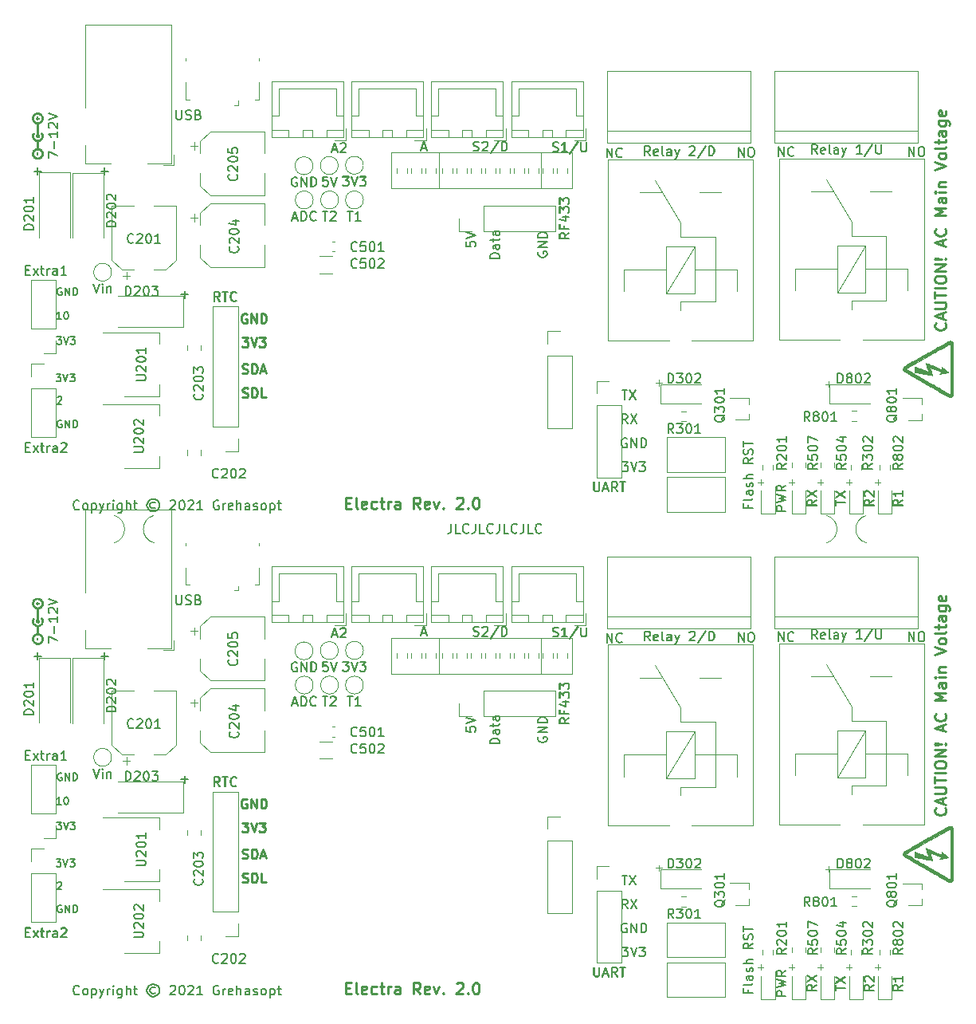
<source format=gbr>
G04 #@! TF.GenerationSoftware,KiCad,Pcbnew,5.1.9-73d0e3b20d~88~ubuntu18.04.1*
G04 #@! TF.CreationDate,2021-04-02T00:43:31+03:00*
G04 #@! TF.ProjectId,electra-100x100mm-2x1-panel,656c6563-7472-4612-9d31-303078313030,1*
G04 #@! TF.SameCoordinates,Original*
G04 #@! TF.FileFunction,Legend,Top*
G04 #@! TF.FilePolarity,Positive*
%FSLAX46Y46*%
G04 Gerber Fmt 4.6, Leading zero omitted, Abs format (unit mm)*
G04 Created by KiCad (PCBNEW 5.1.9-73d0e3b20d~88~ubuntu18.04.1) date 2021-04-02 00:43:31*
%MOMM*%
%LPD*%
G01*
G04 APERTURE LIST*
%ADD10C,0.120000*%
%ADD11C,0.150000*%
%ADD12C,0.100000*%
%ADD13C,0.250000*%
%ADD14C,0.010000*%
G04 APERTURE END LIST*
D10*
X150143600Y-122700800D02*
X150143600Y-126510800D01*
D11*
X153806185Y-122483261D02*
X153949042Y-122530880D01*
X154187138Y-122530880D01*
X154282376Y-122483261D01*
X154329995Y-122435642D01*
X154377614Y-122340404D01*
X154377614Y-122245166D01*
X154329995Y-122149928D01*
X154282376Y-122102309D01*
X154187138Y-122054690D01*
X153996661Y-122007071D01*
X153901423Y-121959452D01*
X153853804Y-121911833D01*
X153806185Y-121816595D01*
X153806185Y-121721357D01*
X153853804Y-121626119D01*
X153901423Y-121578500D01*
X153996661Y-121530880D01*
X154234757Y-121530880D01*
X154377614Y-121578500D01*
X154758566Y-121626119D02*
X154806185Y-121578500D01*
X154901423Y-121530880D01*
X155139519Y-121530880D01*
X155234757Y-121578500D01*
X155282376Y-121626119D01*
X155329995Y-121721357D01*
X155329995Y-121816595D01*
X155282376Y-121959452D01*
X154710947Y-122530880D01*
X155329995Y-122530880D01*
X156472852Y-121483261D02*
X155615709Y-122768976D01*
X156806185Y-122530880D02*
X156806185Y-121530880D01*
X157044280Y-121530880D01*
X157187138Y-121578500D01*
X157282376Y-121673738D01*
X157329995Y-121768976D01*
X157377614Y-121959452D01*
X157377614Y-122102309D01*
X157329995Y-122292785D01*
X157282376Y-122388023D01*
X157187138Y-122483261D01*
X157044280Y-122530880D01*
X156806185Y-122530880D01*
X111909957Y-160522942D02*
X111862338Y-160570561D01*
X111719480Y-160618180D01*
X111624242Y-160618180D01*
X111481385Y-160570561D01*
X111386147Y-160475323D01*
X111338528Y-160380085D01*
X111290909Y-160189609D01*
X111290909Y-160046752D01*
X111338528Y-159856276D01*
X111386147Y-159761038D01*
X111481385Y-159665800D01*
X111624242Y-159618180D01*
X111719480Y-159618180D01*
X111862338Y-159665800D01*
X111909957Y-159713419D01*
X112481385Y-160618180D02*
X112386147Y-160570561D01*
X112338528Y-160522942D01*
X112290909Y-160427704D01*
X112290909Y-160141990D01*
X112338528Y-160046752D01*
X112386147Y-159999133D01*
X112481385Y-159951514D01*
X112624242Y-159951514D01*
X112719480Y-159999133D01*
X112767100Y-160046752D01*
X112814719Y-160141990D01*
X112814719Y-160427704D01*
X112767100Y-160522942D01*
X112719480Y-160570561D01*
X112624242Y-160618180D01*
X112481385Y-160618180D01*
X113243290Y-159951514D02*
X113243290Y-160951514D01*
X113243290Y-159999133D02*
X113338528Y-159951514D01*
X113529004Y-159951514D01*
X113624242Y-159999133D01*
X113671861Y-160046752D01*
X113719480Y-160141990D01*
X113719480Y-160427704D01*
X113671861Y-160522942D01*
X113624242Y-160570561D01*
X113529004Y-160618180D01*
X113338528Y-160618180D01*
X113243290Y-160570561D01*
X114052814Y-159951514D02*
X114290909Y-160618180D01*
X114529004Y-159951514D02*
X114290909Y-160618180D01*
X114195671Y-160856276D01*
X114148052Y-160903895D01*
X114052814Y-160951514D01*
X114909957Y-160618180D02*
X114909957Y-159951514D01*
X114909957Y-160141990D02*
X114957576Y-160046752D01*
X115005195Y-159999133D01*
X115100433Y-159951514D01*
X115195671Y-159951514D01*
X115529004Y-160618180D02*
X115529004Y-159951514D01*
X115529004Y-159618180D02*
X115481385Y-159665800D01*
X115529004Y-159713419D01*
X115576623Y-159665800D01*
X115529004Y-159618180D01*
X115529004Y-159713419D01*
X116433766Y-159951514D02*
X116433766Y-160761038D01*
X116386147Y-160856276D01*
X116338528Y-160903895D01*
X116243290Y-160951514D01*
X116100433Y-160951514D01*
X116005195Y-160903895D01*
X116433766Y-160570561D02*
X116338528Y-160618180D01*
X116148052Y-160618180D01*
X116052814Y-160570561D01*
X116005195Y-160522942D01*
X115957576Y-160427704D01*
X115957576Y-160141990D01*
X116005195Y-160046752D01*
X116052814Y-159999133D01*
X116148052Y-159951514D01*
X116338528Y-159951514D01*
X116433766Y-159999133D01*
X116909957Y-160618180D02*
X116909957Y-159618180D01*
X117338528Y-160618180D02*
X117338528Y-160094371D01*
X117290909Y-159999133D01*
X117195671Y-159951514D01*
X117052814Y-159951514D01*
X116957576Y-159999133D01*
X116909957Y-160046752D01*
X117671861Y-159951514D02*
X118052814Y-159951514D01*
X117814719Y-159618180D02*
X117814719Y-160475323D01*
X117862338Y-160570561D01*
X117957576Y-160618180D01*
X118052814Y-160618180D01*
X119957576Y-159856276D02*
X119862338Y-159808657D01*
X119671861Y-159808657D01*
X119576623Y-159856276D01*
X119481385Y-159951514D01*
X119433766Y-160046752D01*
X119433766Y-160237228D01*
X119481385Y-160332466D01*
X119576623Y-160427704D01*
X119671861Y-160475323D01*
X119862338Y-160475323D01*
X119957576Y-160427704D01*
X119767100Y-159475323D02*
X119529004Y-159522942D01*
X119290909Y-159665800D01*
X119148052Y-159903895D01*
X119100433Y-160141990D01*
X119148052Y-160380085D01*
X119290909Y-160618180D01*
X119529004Y-160761038D01*
X119767100Y-160808657D01*
X120005195Y-160761038D01*
X120243290Y-160618180D01*
X120386147Y-160380085D01*
X120433766Y-160141990D01*
X120386147Y-159903895D01*
X120243290Y-159665800D01*
X120005195Y-159522942D01*
X119767100Y-159475323D01*
X121576623Y-159713419D02*
X121624242Y-159665800D01*
X121719480Y-159618180D01*
X121957576Y-159618180D01*
X122052814Y-159665800D01*
X122100433Y-159713419D01*
X122148052Y-159808657D01*
X122148052Y-159903895D01*
X122100433Y-160046752D01*
X121529004Y-160618180D01*
X122148052Y-160618180D01*
X122767100Y-159618180D02*
X122862338Y-159618180D01*
X122957576Y-159665800D01*
X123005195Y-159713419D01*
X123052814Y-159808657D01*
X123100433Y-159999133D01*
X123100433Y-160237228D01*
X123052814Y-160427704D01*
X123005195Y-160522942D01*
X122957576Y-160570561D01*
X122862338Y-160618180D01*
X122767100Y-160618180D01*
X122671861Y-160570561D01*
X122624242Y-160522942D01*
X122576623Y-160427704D01*
X122529004Y-160237228D01*
X122529004Y-159999133D01*
X122576623Y-159808657D01*
X122624242Y-159713419D01*
X122671861Y-159665800D01*
X122767100Y-159618180D01*
X123481385Y-159713419D02*
X123529004Y-159665800D01*
X123624242Y-159618180D01*
X123862338Y-159618180D01*
X123957576Y-159665800D01*
X124005195Y-159713419D01*
X124052814Y-159808657D01*
X124052814Y-159903895D01*
X124005195Y-160046752D01*
X123433766Y-160618180D01*
X124052814Y-160618180D01*
X125005195Y-160618180D02*
X124433766Y-160618180D01*
X124719480Y-160618180D02*
X124719480Y-159618180D01*
X124624242Y-159761038D01*
X124529004Y-159856276D01*
X124433766Y-159903895D01*
X126719480Y-159665800D02*
X126624242Y-159618180D01*
X126481385Y-159618180D01*
X126338528Y-159665800D01*
X126243290Y-159761038D01*
X126195671Y-159856276D01*
X126148052Y-160046752D01*
X126148052Y-160189609D01*
X126195671Y-160380085D01*
X126243290Y-160475323D01*
X126338528Y-160570561D01*
X126481385Y-160618180D01*
X126576623Y-160618180D01*
X126719480Y-160570561D01*
X126767099Y-160522942D01*
X126767099Y-160189609D01*
X126576623Y-160189609D01*
X127195671Y-160618180D02*
X127195671Y-159951514D01*
X127195671Y-160141990D02*
X127243290Y-160046752D01*
X127290909Y-159999133D01*
X127386147Y-159951514D01*
X127481385Y-159951514D01*
X128195671Y-160570561D02*
X128100433Y-160618180D01*
X127909957Y-160618180D01*
X127814719Y-160570561D01*
X127767099Y-160475323D01*
X127767099Y-160094371D01*
X127814719Y-159999133D01*
X127909957Y-159951514D01*
X128100433Y-159951514D01*
X128195671Y-159999133D01*
X128243290Y-160094371D01*
X128243290Y-160189609D01*
X127767099Y-160284847D01*
X128671861Y-160618180D02*
X128671861Y-159618180D01*
X129100433Y-160618180D02*
X129100433Y-160094371D01*
X129052814Y-159999133D01*
X128957576Y-159951514D01*
X128814719Y-159951514D01*
X128719480Y-159999133D01*
X128671861Y-160046752D01*
X130005195Y-160618180D02*
X130005195Y-160094371D01*
X129957576Y-159999133D01*
X129862338Y-159951514D01*
X129671861Y-159951514D01*
X129576623Y-159999133D01*
X130005195Y-160570561D02*
X129909957Y-160618180D01*
X129671861Y-160618180D01*
X129576623Y-160570561D01*
X129529004Y-160475323D01*
X129529004Y-160380085D01*
X129576623Y-160284847D01*
X129671861Y-160237228D01*
X129909957Y-160237228D01*
X130005195Y-160189609D01*
X130433766Y-160570561D02*
X130529004Y-160618180D01*
X130719480Y-160618180D01*
X130814719Y-160570561D01*
X130862338Y-160475323D01*
X130862338Y-160427704D01*
X130814719Y-160332466D01*
X130719480Y-160284847D01*
X130576623Y-160284847D01*
X130481385Y-160237228D01*
X130433766Y-160141990D01*
X130433766Y-160094371D01*
X130481385Y-159999133D01*
X130576623Y-159951514D01*
X130719480Y-159951514D01*
X130814719Y-159999133D01*
X131433766Y-160618180D02*
X131338528Y-160570561D01*
X131290909Y-160522942D01*
X131243290Y-160427704D01*
X131243290Y-160141990D01*
X131290909Y-160046752D01*
X131338528Y-159999133D01*
X131433766Y-159951514D01*
X131576623Y-159951514D01*
X131671861Y-159999133D01*
X131719480Y-160046752D01*
X131767099Y-160141990D01*
X131767099Y-160427704D01*
X131719480Y-160522942D01*
X131671861Y-160570561D01*
X131576623Y-160618180D01*
X131433766Y-160618180D01*
X132195671Y-159951514D02*
X132195671Y-160951514D01*
X132195671Y-159999133D02*
X132290909Y-159951514D01*
X132481385Y-159951514D01*
X132576623Y-159999133D01*
X132624242Y-160046752D01*
X132671861Y-160141990D01*
X132671861Y-160427704D01*
X132624242Y-160522942D01*
X132576623Y-160570561D01*
X132481385Y-160618180D01*
X132290909Y-160618180D01*
X132195671Y-160570561D01*
X132957576Y-159951514D02*
X133338528Y-159951514D01*
X133100433Y-159618180D02*
X133100433Y-160475323D01*
X133148052Y-160570561D01*
X133243290Y-160618180D01*
X133338528Y-160618180D01*
X156564980Y-133932180D02*
X155564980Y-133932180D01*
X155564980Y-133694085D01*
X155612600Y-133551228D01*
X155707838Y-133455990D01*
X155803076Y-133408371D01*
X155993552Y-133360752D01*
X156136409Y-133360752D01*
X156326885Y-133408371D01*
X156422123Y-133455990D01*
X156517361Y-133551228D01*
X156564980Y-133694085D01*
X156564980Y-133932180D01*
X156564980Y-132503609D02*
X156041171Y-132503609D01*
X155945933Y-132551228D01*
X155898314Y-132646466D01*
X155898314Y-132836942D01*
X155945933Y-132932180D01*
X156517361Y-132503609D02*
X156564980Y-132598847D01*
X156564980Y-132836942D01*
X156517361Y-132932180D01*
X156422123Y-132979800D01*
X156326885Y-132979800D01*
X156231647Y-132932180D01*
X156184028Y-132836942D01*
X156184028Y-132598847D01*
X156136409Y-132503609D01*
X155898314Y-132170276D02*
X155898314Y-131789323D01*
X155564980Y-132027419D02*
X156422123Y-132027419D01*
X156517361Y-131979800D01*
X156564980Y-131884561D01*
X156564980Y-131789323D01*
X156564980Y-131027419D02*
X156041171Y-131027419D01*
X155945933Y-131075038D01*
X155898314Y-131170276D01*
X155898314Y-131360752D01*
X155945933Y-131455990D01*
X156517361Y-131027419D02*
X156564980Y-131122657D01*
X156564980Y-131360752D01*
X156517361Y-131455990D01*
X156422123Y-131503609D01*
X156326885Y-131503609D01*
X156231647Y-131455990D01*
X156184028Y-131360752D01*
X156184028Y-131122657D01*
X156136409Y-131027419D01*
X140390095Y-128947680D02*
X140961523Y-128947680D01*
X140675809Y-129947680D02*
X140675809Y-128947680D01*
X141818666Y-129947680D02*
X141247238Y-129947680D01*
X141532952Y-129947680D02*
X141532952Y-128947680D01*
X141437714Y-129090538D01*
X141342476Y-129185776D01*
X141247238Y-129233395D01*
D10*
X150143600Y-122700800D02*
X164240600Y-122700800D01*
X164240600Y-126510800D02*
X150143600Y-126510800D01*
D11*
X122211695Y-118190780D02*
X122211695Y-119000304D01*
X122259314Y-119095542D01*
X122306933Y-119143161D01*
X122402171Y-119190780D01*
X122592647Y-119190780D01*
X122687885Y-119143161D01*
X122735504Y-119095542D01*
X122783123Y-119000304D01*
X122783123Y-118190780D01*
X123211695Y-119143161D02*
X123354552Y-119190780D01*
X123592647Y-119190780D01*
X123687885Y-119143161D01*
X123735504Y-119095542D01*
X123783123Y-119000304D01*
X123783123Y-118905066D01*
X123735504Y-118809828D01*
X123687885Y-118762209D01*
X123592647Y-118714590D01*
X123402171Y-118666971D01*
X123306933Y-118619352D01*
X123259314Y-118571733D01*
X123211695Y-118476495D01*
X123211695Y-118381257D01*
X123259314Y-118286019D01*
X123306933Y-118238400D01*
X123402171Y-118190780D01*
X123640266Y-118190780D01*
X123783123Y-118238400D01*
X124545028Y-118666971D02*
X124687885Y-118714590D01*
X124735504Y-118762209D01*
X124783123Y-118857447D01*
X124783123Y-119000304D01*
X124735504Y-119095542D01*
X124687885Y-119143161D01*
X124592647Y-119190780D01*
X124211695Y-119190780D01*
X124211695Y-118190780D01*
X124545028Y-118190780D01*
X124640266Y-118238400D01*
X124687885Y-118286019D01*
X124735504Y-118381257D01*
X124735504Y-118476495D01*
X124687885Y-118571733D01*
X124640266Y-118619352D01*
X124545028Y-118666971D01*
X124211695Y-118666971D01*
D12*
X173206838Y-147141942D02*
X173816361Y-147141942D01*
X173511600Y-147446704D02*
X173511600Y-146837180D01*
X190351838Y-157682942D02*
X190961361Y-157682942D01*
X190656600Y-157987704D02*
X190656600Y-157378180D01*
D13*
X129696695Y-139853800D02*
X129601457Y-139806180D01*
X129458600Y-139806180D01*
X129315742Y-139853800D01*
X129220504Y-139949038D01*
X129172885Y-140044276D01*
X129125266Y-140234752D01*
X129125266Y-140377609D01*
X129172885Y-140568085D01*
X129220504Y-140663323D01*
X129315742Y-140758561D01*
X129458600Y-140806180D01*
X129553838Y-140806180D01*
X129696695Y-140758561D01*
X129744314Y-140710942D01*
X129744314Y-140377609D01*
X129553838Y-140377609D01*
X130172885Y-140806180D02*
X130172885Y-139806180D01*
X130744314Y-140806180D01*
X130744314Y-139806180D01*
X131220504Y-140806180D02*
X131220504Y-139806180D01*
X131458600Y-139806180D01*
X131601457Y-139853800D01*
X131696695Y-139949038D01*
X131744314Y-140044276D01*
X131791933Y-140234752D01*
X131791933Y-140377609D01*
X131744314Y-140568085D01*
X131696695Y-140663323D01*
X131601457Y-140758561D01*
X131458600Y-140806180D01*
X131220504Y-140806180D01*
X140241657Y-159889585D02*
X140641657Y-159889585D01*
X140813085Y-160518157D02*
X140241657Y-160518157D01*
X140241657Y-159318157D01*
X140813085Y-159318157D01*
X141498800Y-160518157D02*
X141384514Y-160461014D01*
X141327371Y-160346728D01*
X141327371Y-159318157D01*
X142413085Y-160461014D02*
X142298800Y-160518157D01*
X142070228Y-160518157D01*
X141955942Y-160461014D01*
X141898800Y-160346728D01*
X141898800Y-159889585D01*
X141955942Y-159775300D01*
X142070228Y-159718157D01*
X142298800Y-159718157D01*
X142413085Y-159775300D01*
X142470228Y-159889585D01*
X142470228Y-160003871D01*
X141898800Y-160118157D01*
X143498800Y-160461014D02*
X143384514Y-160518157D01*
X143155942Y-160518157D01*
X143041657Y-160461014D01*
X142984514Y-160403871D01*
X142927371Y-160289585D01*
X142927371Y-159946728D01*
X142984514Y-159832442D01*
X143041657Y-159775300D01*
X143155942Y-159718157D01*
X143384514Y-159718157D01*
X143498800Y-159775300D01*
X143841657Y-159718157D02*
X144298800Y-159718157D01*
X144013085Y-159318157D02*
X144013085Y-160346728D01*
X144070228Y-160461014D01*
X144184514Y-160518157D01*
X144298800Y-160518157D01*
X144698800Y-160518157D02*
X144698800Y-159718157D01*
X144698800Y-159946728D02*
X144755942Y-159832442D01*
X144813085Y-159775300D01*
X144927371Y-159718157D01*
X145041657Y-159718157D01*
X145955942Y-160518157D02*
X145955942Y-159889585D01*
X145898800Y-159775300D01*
X145784514Y-159718157D01*
X145555942Y-159718157D01*
X145441657Y-159775300D01*
X145955942Y-160461014D02*
X145841657Y-160518157D01*
X145555942Y-160518157D01*
X145441657Y-160461014D01*
X145384514Y-160346728D01*
X145384514Y-160232442D01*
X145441657Y-160118157D01*
X145555942Y-160061014D01*
X145841657Y-160061014D01*
X145955942Y-160003871D01*
X148127371Y-160518157D02*
X147727371Y-159946728D01*
X147441657Y-160518157D02*
X147441657Y-159318157D01*
X147898800Y-159318157D01*
X148013085Y-159375300D01*
X148070228Y-159432442D01*
X148127371Y-159546728D01*
X148127371Y-159718157D01*
X148070228Y-159832442D01*
X148013085Y-159889585D01*
X147898800Y-159946728D01*
X147441657Y-159946728D01*
X149098800Y-160461014D02*
X148984514Y-160518157D01*
X148755942Y-160518157D01*
X148641657Y-160461014D01*
X148584514Y-160346728D01*
X148584514Y-159889585D01*
X148641657Y-159775300D01*
X148755942Y-159718157D01*
X148984514Y-159718157D01*
X149098800Y-159775300D01*
X149155942Y-159889585D01*
X149155942Y-160003871D01*
X148584514Y-160118157D01*
X149555942Y-159718157D02*
X149841657Y-160518157D01*
X150127371Y-159718157D01*
X150584514Y-160403871D02*
X150641657Y-160461014D01*
X150584514Y-160518157D01*
X150527371Y-160461014D01*
X150584514Y-160403871D01*
X150584514Y-160518157D01*
X152013085Y-159432442D02*
X152070228Y-159375300D01*
X152184514Y-159318157D01*
X152470228Y-159318157D01*
X152584514Y-159375300D01*
X152641657Y-159432442D01*
X152698800Y-159546728D01*
X152698800Y-159661014D01*
X152641657Y-159832442D01*
X151955942Y-160518157D01*
X152698800Y-160518157D01*
X153213085Y-160403871D02*
X153270228Y-160461014D01*
X153213085Y-160518157D01*
X153155942Y-160461014D01*
X153213085Y-160403871D01*
X153213085Y-160518157D01*
X154013085Y-159318157D02*
X154127371Y-159318157D01*
X154241657Y-159375300D01*
X154298800Y-159432442D01*
X154355942Y-159546728D01*
X154413085Y-159775300D01*
X154413085Y-160061014D01*
X154355942Y-160289585D01*
X154298800Y-160403871D01*
X154241657Y-160461014D01*
X154127371Y-160518157D01*
X154013085Y-160518157D01*
X153898800Y-160461014D01*
X153841657Y-160403871D01*
X153784514Y-160289585D01*
X153727371Y-160061014D01*
X153727371Y-159775300D01*
X153784514Y-159546728D01*
X153841657Y-159432442D01*
X153898800Y-159375300D01*
X154013085Y-159318157D01*
D11*
X190331552Y-122835680D02*
X189998219Y-122359490D01*
X189760123Y-122835680D02*
X189760123Y-121835680D01*
X190141076Y-121835680D01*
X190236314Y-121883300D01*
X190283933Y-121930919D01*
X190331552Y-122026157D01*
X190331552Y-122169014D01*
X190283933Y-122264252D01*
X190236314Y-122311871D01*
X190141076Y-122359490D01*
X189760123Y-122359490D01*
X191141076Y-122788061D02*
X191045838Y-122835680D01*
X190855361Y-122835680D01*
X190760123Y-122788061D01*
X190712504Y-122692823D01*
X190712504Y-122311871D01*
X190760123Y-122216633D01*
X190855361Y-122169014D01*
X191045838Y-122169014D01*
X191141076Y-122216633D01*
X191188695Y-122311871D01*
X191188695Y-122407109D01*
X190712504Y-122502347D01*
X191760123Y-122835680D02*
X191664885Y-122788061D01*
X191617266Y-122692823D01*
X191617266Y-121835680D01*
X192569647Y-122835680D02*
X192569647Y-122311871D01*
X192522028Y-122216633D01*
X192426790Y-122169014D01*
X192236314Y-122169014D01*
X192141076Y-122216633D01*
X192569647Y-122788061D02*
X192474409Y-122835680D01*
X192236314Y-122835680D01*
X192141076Y-122788061D01*
X192093457Y-122692823D01*
X192093457Y-122597585D01*
X192141076Y-122502347D01*
X192236314Y-122454728D01*
X192474409Y-122454728D01*
X192569647Y-122407109D01*
X192950600Y-122169014D02*
X193188695Y-122835680D01*
X193426790Y-122169014D02*
X193188695Y-122835680D01*
X193093457Y-123073776D01*
X193045838Y-123121395D01*
X192950600Y-123169014D01*
X195093457Y-122835680D02*
X194522028Y-122835680D01*
X194807742Y-122835680D02*
X194807742Y-121835680D01*
X194712504Y-121978538D01*
X194617266Y-122073776D01*
X194522028Y-122121395D01*
X196236314Y-121788061D02*
X195379171Y-123073776D01*
X196569647Y-121835680D02*
X196569647Y-122645204D01*
X196617266Y-122740442D01*
X196664885Y-122788061D01*
X196760123Y-122835680D01*
X196950600Y-122835680D01*
X197045838Y-122788061D01*
X197093457Y-122740442D01*
X197141076Y-122645204D01*
X197141076Y-121835680D01*
X169606504Y-155554180D02*
X170225552Y-155554180D01*
X169892219Y-155935133D01*
X170035076Y-155935133D01*
X170130314Y-155982752D01*
X170177933Y-156030371D01*
X170225552Y-156125609D01*
X170225552Y-156363704D01*
X170177933Y-156458942D01*
X170130314Y-156506561D01*
X170035076Y-156554180D01*
X169749361Y-156554180D01*
X169654123Y-156506561D01*
X169606504Y-156458942D01*
X170511266Y-155554180D02*
X170844600Y-156554180D01*
X171177933Y-155554180D01*
X171416028Y-155554180D02*
X172035076Y-155554180D01*
X171701742Y-155935133D01*
X171844600Y-155935133D01*
X171939838Y-155982752D01*
X171987457Y-156030371D01*
X172035076Y-156125609D01*
X172035076Y-156363704D01*
X171987457Y-156458942D01*
X171939838Y-156506561D01*
X171844600Y-156554180D01*
X171558885Y-156554180D01*
X171463647Y-156506561D01*
X171416028Y-156458942D01*
D10*
X145063600Y-122700800D02*
X150143600Y-122700800D01*
D11*
X135017995Y-125350400D02*
X134922757Y-125302780D01*
X134779900Y-125302780D01*
X134637042Y-125350400D01*
X134541804Y-125445638D01*
X134494185Y-125540876D01*
X134446566Y-125731352D01*
X134446566Y-125874209D01*
X134494185Y-126064685D01*
X134541804Y-126159923D01*
X134637042Y-126255161D01*
X134779900Y-126302780D01*
X134875138Y-126302780D01*
X135017995Y-126255161D01*
X135065614Y-126207542D01*
X135065614Y-125874209D01*
X134875138Y-125874209D01*
X135494185Y-126302780D02*
X135494185Y-125302780D01*
X136065614Y-126302780D01*
X136065614Y-125302780D01*
X136541804Y-126302780D02*
X136541804Y-125302780D01*
X136779900Y-125302780D01*
X136922757Y-125350400D01*
X137017995Y-125445638D01*
X137065614Y-125540876D01*
X137113233Y-125731352D01*
X137113233Y-125874209D01*
X137065614Y-126064685D01*
X137017995Y-126159923D01*
X136922757Y-126255161D01*
X136779900Y-126302780D01*
X136541804Y-126302780D01*
X109529123Y-142265204D02*
X110024361Y-142265204D01*
X109757695Y-142569966D01*
X109871980Y-142569966D01*
X109948171Y-142608061D01*
X109986266Y-142646157D01*
X110024361Y-142722347D01*
X110024361Y-142912823D01*
X109986266Y-142989014D01*
X109948171Y-143027109D01*
X109871980Y-143065204D01*
X109643409Y-143065204D01*
X109567219Y-143027109D01*
X109529123Y-142989014D01*
X110252933Y-142265204D02*
X110519600Y-143065204D01*
X110786266Y-142265204D01*
X110976742Y-142265204D02*
X111471980Y-142265204D01*
X111205314Y-142569966D01*
X111319600Y-142569966D01*
X111395790Y-142608061D01*
X111433885Y-142646157D01*
X111471980Y-142722347D01*
X111471980Y-142912823D01*
X111433885Y-142989014D01*
X111395790Y-143027109D01*
X111319600Y-143065204D01*
X111091028Y-143065204D01*
X111014838Y-143027109D01*
X110976742Y-142989014D01*
X148279904Y-122219766D02*
X148756095Y-122219766D01*
X148184666Y-122505480D02*
X148518000Y-121505480D01*
X148851333Y-122505480D01*
X163956380Y-131233419D02*
X163480190Y-131566752D01*
X163956380Y-131804847D02*
X162956380Y-131804847D01*
X162956380Y-131423895D01*
X163004000Y-131328657D01*
X163051619Y-131281038D01*
X163146857Y-131233419D01*
X163289714Y-131233419D01*
X163384952Y-131281038D01*
X163432571Y-131328657D01*
X163480190Y-131423895D01*
X163480190Y-131804847D01*
X163432571Y-130471514D02*
X163432571Y-130804847D01*
X163956380Y-130804847D02*
X162956380Y-130804847D01*
X162956380Y-130328657D01*
X163289714Y-129519133D02*
X163956380Y-129519133D01*
X162908761Y-129757228D02*
X163623047Y-129995323D01*
X163623047Y-129376276D01*
X162956380Y-129090561D02*
X162956380Y-128471514D01*
X163337333Y-128804847D01*
X163337333Y-128661990D01*
X163384952Y-128566752D01*
X163432571Y-128519133D01*
X163527809Y-128471514D01*
X163765904Y-128471514D01*
X163861142Y-128519133D01*
X163908761Y-128566752D01*
X163956380Y-128661990D01*
X163956380Y-128947704D01*
X163908761Y-129042942D01*
X163861142Y-129090561D01*
X162956380Y-128138180D02*
X162956380Y-127519133D01*
X163337333Y-127852466D01*
X163337333Y-127709609D01*
X163384952Y-127614371D01*
X163432571Y-127566752D01*
X163527809Y-127519133D01*
X163765904Y-127519133D01*
X163861142Y-127566752D01*
X163908761Y-127614371D01*
X163956380Y-127709609D01*
X163956380Y-127995323D01*
X163908761Y-128090561D01*
X163861142Y-128138180D01*
X167963385Y-123216680D02*
X167963385Y-122216680D01*
X168534814Y-123216680D01*
X168534814Y-122216680D01*
X169582433Y-123121442D02*
X169534814Y-123169061D01*
X169391957Y-123216680D01*
X169296719Y-123216680D01*
X169153861Y-123169061D01*
X169058623Y-123073823D01*
X169011004Y-122978585D01*
X168963385Y-122788109D01*
X168963385Y-122645252D01*
X169011004Y-122454776D01*
X169058623Y-122359538D01*
X169153861Y-122264300D01*
X169296719Y-122216680D01*
X169391957Y-122216680D01*
X169534814Y-122264300D01*
X169582433Y-122311919D01*
D12*
X187303838Y-157682942D02*
X187913361Y-157682942D01*
X187608600Y-157987704D02*
X187608600Y-157378180D01*
D11*
X186187885Y-123089680D02*
X186187885Y-122089680D01*
X186759314Y-123089680D01*
X186759314Y-122089680D01*
X187806933Y-122994442D02*
X187759314Y-123042061D01*
X187616457Y-123089680D01*
X187521219Y-123089680D01*
X187378361Y-123042061D01*
X187283123Y-122946823D01*
X187235504Y-122851585D01*
X187187885Y-122661109D01*
X187187885Y-122518252D01*
X187235504Y-122327776D01*
X187283123Y-122232538D01*
X187378361Y-122137300D01*
X187521219Y-122089680D01*
X187616457Y-122089680D01*
X187759314Y-122137300D01*
X187806933Y-122184919D01*
D13*
X203912171Y-140790585D02*
X203969314Y-140847728D01*
X204026457Y-141019157D01*
X204026457Y-141133442D01*
X203969314Y-141304871D01*
X203855028Y-141419157D01*
X203740742Y-141476300D01*
X203512171Y-141533442D01*
X203340742Y-141533442D01*
X203112171Y-141476300D01*
X202997885Y-141419157D01*
X202883600Y-141304871D01*
X202826457Y-141133442D01*
X202826457Y-141019157D01*
X202883600Y-140847728D01*
X202940742Y-140790585D01*
X203683600Y-140333442D02*
X203683600Y-139762014D01*
X204026457Y-140447728D02*
X202826457Y-140047728D01*
X204026457Y-139647728D01*
X202826457Y-139247728D02*
X203797885Y-139247728D01*
X203912171Y-139190585D01*
X203969314Y-139133442D01*
X204026457Y-139019157D01*
X204026457Y-138790585D01*
X203969314Y-138676300D01*
X203912171Y-138619157D01*
X203797885Y-138562014D01*
X202826457Y-138562014D01*
X202826457Y-138162014D02*
X202826457Y-137476300D01*
X204026457Y-137819157D02*
X202826457Y-137819157D01*
X204026457Y-137076300D02*
X202826457Y-137076300D01*
X202826457Y-136276300D02*
X202826457Y-136047728D01*
X202883600Y-135933442D01*
X202997885Y-135819157D01*
X203226457Y-135762014D01*
X203626457Y-135762014D01*
X203855028Y-135819157D01*
X203969314Y-135933442D01*
X204026457Y-136047728D01*
X204026457Y-136276300D01*
X203969314Y-136390585D01*
X203855028Y-136504871D01*
X203626457Y-136562014D01*
X203226457Y-136562014D01*
X202997885Y-136504871D01*
X202883600Y-136390585D01*
X202826457Y-136276300D01*
X204026457Y-135247728D02*
X202826457Y-135247728D01*
X204026457Y-134562014D01*
X202826457Y-134562014D01*
X203912171Y-133990585D02*
X203969314Y-133933442D01*
X204026457Y-133990585D01*
X203969314Y-134047728D01*
X203912171Y-133990585D01*
X204026457Y-133990585D01*
X203569314Y-133990585D02*
X202883600Y-134047728D01*
X202826457Y-133990585D01*
X202883600Y-133933442D01*
X203569314Y-133990585D01*
X202826457Y-133990585D01*
X203683600Y-132562014D02*
X203683600Y-131990585D01*
X204026457Y-132676300D02*
X202826457Y-132276300D01*
X204026457Y-131876300D01*
X203912171Y-130790585D02*
X203969314Y-130847728D01*
X204026457Y-131019157D01*
X204026457Y-131133442D01*
X203969314Y-131304871D01*
X203855028Y-131419157D01*
X203740742Y-131476300D01*
X203512171Y-131533442D01*
X203340742Y-131533442D01*
X203112171Y-131476300D01*
X202997885Y-131419157D01*
X202883600Y-131304871D01*
X202826457Y-131133442D01*
X202826457Y-131019157D01*
X202883600Y-130847728D01*
X202940742Y-130790585D01*
X204026457Y-129362014D02*
X202826457Y-129362014D01*
X203683600Y-128962014D01*
X202826457Y-128562014D01*
X204026457Y-128562014D01*
X204026457Y-127476300D02*
X203397885Y-127476300D01*
X203283600Y-127533442D01*
X203226457Y-127647728D01*
X203226457Y-127876300D01*
X203283600Y-127990585D01*
X203969314Y-127476300D02*
X204026457Y-127590585D01*
X204026457Y-127876300D01*
X203969314Y-127990585D01*
X203855028Y-128047728D01*
X203740742Y-128047728D01*
X203626457Y-127990585D01*
X203569314Y-127876300D01*
X203569314Y-127590585D01*
X203512171Y-127476300D01*
X204026457Y-126904871D02*
X203226457Y-126904871D01*
X202826457Y-126904871D02*
X202883600Y-126962014D01*
X202940742Y-126904871D01*
X202883600Y-126847728D01*
X202826457Y-126904871D01*
X202940742Y-126904871D01*
X203226457Y-126333442D02*
X204026457Y-126333442D01*
X203340742Y-126333442D02*
X203283600Y-126276300D01*
X203226457Y-126162014D01*
X203226457Y-125990585D01*
X203283600Y-125876300D01*
X203397885Y-125819157D01*
X204026457Y-125819157D01*
X202826457Y-124504871D02*
X204026457Y-124104871D01*
X202826457Y-123704871D01*
X204026457Y-123133442D02*
X203969314Y-123247728D01*
X203912171Y-123304871D01*
X203797885Y-123362014D01*
X203455028Y-123362014D01*
X203340742Y-123304871D01*
X203283600Y-123247728D01*
X203226457Y-123133442D01*
X203226457Y-122962014D01*
X203283600Y-122847728D01*
X203340742Y-122790585D01*
X203455028Y-122733442D01*
X203797885Y-122733442D01*
X203912171Y-122790585D01*
X203969314Y-122847728D01*
X204026457Y-122962014D01*
X204026457Y-123133442D01*
X204026457Y-122047728D02*
X203969314Y-122162014D01*
X203855028Y-122219157D01*
X202826457Y-122219157D01*
X203226457Y-121762014D02*
X203226457Y-121304871D01*
X202826457Y-121590585D02*
X203855028Y-121590585D01*
X203969314Y-121533442D01*
X204026457Y-121419157D01*
X204026457Y-121304871D01*
X204026457Y-120390585D02*
X203397885Y-120390585D01*
X203283600Y-120447728D01*
X203226457Y-120562014D01*
X203226457Y-120790585D01*
X203283600Y-120904871D01*
X203969314Y-120390585D02*
X204026457Y-120504871D01*
X204026457Y-120790585D01*
X203969314Y-120904871D01*
X203855028Y-120962014D01*
X203740742Y-120962014D01*
X203626457Y-120904871D01*
X203569314Y-120790585D01*
X203569314Y-120504871D01*
X203512171Y-120390585D01*
X203226457Y-119304871D02*
X204197885Y-119304871D01*
X204312171Y-119362014D01*
X204369314Y-119419157D01*
X204426457Y-119533442D01*
X204426457Y-119704871D01*
X204369314Y-119819157D01*
X203969314Y-119304871D02*
X204026457Y-119419157D01*
X204026457Y-119647728D01*
X203969314Y-119762014D01*
X203912171Y-119819157D01*
X203797885Y-119876300D01*
X203455028Y-119876300D01*
X203340742Y-119819157D01*
X203283600Y-119762014D01*
X203226457Y-119647728D01*
X203226457Y-119419157D01*
X203283600Y-119304871D01*
X203969314Y-118276300D02*
X204026457Y-118390585D01*
X204026457Y-118619157D01*
X203969314Y-118733442D01*
X203855028Y-118790585D01*
X203397885Y-118790585D01*
X203283600Y-118733442D01*
X203226457Y-118619157D01*
X203226457Y-118390585D01*
X203283600Y-118276300D01*
X203397885Y-118219157D01*
X203512171Y-118219157D01*
X203626457Y-118790585D01*
D10*
X150143600Y-126510800D02*
X145063600Y-126510800D01*
D11*
X199376680Y-159557766D02*
X198900490Y-159891100D01*
X199376680Y-160129195D02*
X198376680Y-160129195D01*
X198376680Y-159748242D01*
X198424300Y-159653004D01*
X198471919Y-159605385D01*
X198567157Y-159557766D01*
X198710014Y-159557766D01*
X198805252Y-159605385D01*
X198852871Y-159653004D01*
X198900490Y-159748242D01*
X198900490Y-160129195D01*
X199376680Y-158605385D02*
X199376680Y-159176814D01*
X199376680Y-158891100D02*
X198376680Y-158891100D01*
X198519538Y-158986338D01*
X198614776Y-159081576D01*
X198662395Y-159176814D01*
X186994180Y-160737133D02*
X185994180Y-160737133D01*
X185994180Y-160356180D01*
X186041800Y-160260942D01*
X186089419Y-160213323D01*
X186184657Y-160165704D01*
X186327514Y-160165704D01*
X186422752Y-160213323D01*
X186470371Y-160260942D01*
X186517990Y-160356180D01*
X186517990Y-160737133D01*
X185994180Y-159832371D02*
X186994180Y-159594276D01*
X186279895Y-159403800D01*
X186994180Y-159213323D01*
X185994180Y-158975228D01*
X186994180Y-158022847D02*
X186517990Y-158356180D01*
X186994180Y-158594276D02*
X185994180Y-158594276D01*
X185994180Y-158213323D01*
X186041800Y-158118085D01*
X186089419Y-158070466D01*
X186184657Y-158022847D01*
X186327514Y-158022847D01*
X186422752Y-158070466D01*
X186470371Y-158118085D01*
X186517990Y-158213323D01*
X186517990Y-158594276D01*
X192267980Y-160153004D02*
X192267980Y-159581576D01*
X193267980Y-159867290D02*
X192267980Y-159867290D01*
X192267980Y-159343480D02*
X193267980Y-158676814D01*
X192267980Y-158676814D02*
X193267980Y-159343480D01*
X153024980Y-132162276D02*
X153024980Y-132638466D01*
X153501171Y-132686085D01*
X153453552Y-132638466D01*
X153405933Y-132543228D01*
X153405933Y-132305133D01*
X153453552Y-132209895D01*
X153501171Y-132162276D01*
X153596409Y-132114657D01*
X153834504Y-132114657D01*
X153929742Y-132162276D01*
X153977361Y-132209895D01*
X154024980Y-132305133D01*
X154024980Y-132543228D01*
X153977361Y-132638466D01*
X153929742Y-132686085D01*
X153024980Y-131828942D02*
X154024980Y-131495609D01*
X153024980Y-131162276D01*
X196341380Y-159557766D02*
X195865190Y-159891100D01*
X196341380Y-160129195D02*
X195341380Y-160129195D01*
X195341380Y-159748242D01*
X195389000Y-159653004D01*
X195436619Y-159605385D01*
X195531857Y-159557766D01*
X195674714Y-159557766D01*
X195769952Y-159605385D01*
X195817571Y-159653004D01*
X195865190Y-159748242D01*
X195865190Y-160129195D01*
X195436619Y-159176814D02*
X195389000Y-159129195D01*
X195341380Y-159033957D01*
X195341380Y-158795861D01*
X195389000Y-158700623D01*
X195436619Y-158653004D01*
X195531857Y-158605385D01*
X195627095Y-158605385D01*
X195769952Y-158653004D01*
X196341380Y-159224433D01*
X196341380Y-158605385D01*
X138307223Y-125277380D02*
X137831033Y-125277380D01*
X137783414Y-125753571D01*
X137831033Y-125705952D01*
X137926271Y-125658333D01*
X138164366Y-125658333D01*
X138259604Y-125705952D01*
X138307223Y-125753571D01*
X138354842Y-125848809D01*
X138354842Y-126086904D01*
X138307223Y-126182142D01*
X138259604Y-126229761D01*
X138164366Y-126277380D01*
X137926271Y-126277380D01*
X137831033Y-126229761D01*
X137783414Y-126182142D01*
X138640557Y-125277380D02*
X138973890Y-126277380D01*
X139307223Y-125277380D01*
X109465623Y-146202204D02*
X109960861Y-146202204D01*
X109694195Y-146506966D01*
X109808480Y-146506966D01*
X109884671Y-146545061D01*
X109922766Y-146583157D01*
X109960861Y-146659347D01*
X109960861Y-146849823D01*
X109922766Y-146926014D01*
X109884671Y-146964109D01*
X109808480Y-147002204D01*
X109579909Y-147002204D01*
X109503719Y-146964109D01*
X109465623Y-146926014D01*
X110189433Y-146202204D02*
X110456100Y-147002204D01*
X110722766Y-146202204D01*
X110913242Y-146202204D02*
X111408480Y-146202204D01*
X111141814Y-146506966D01*
X111256100Y-146506966D01*
X111332290Y-146545061D01*
X111370385Y-146583157D01*
X111408480Y-146659347D01*
X111408480Y-146849823D01*
X111370385Y-146926014D01*
X111332290Y-146964109D01*
X111256100Y-147002204D01*
X111027528Y-147002204D01*
X110951338Y-146964109D01*
X110913242Y-146926014D01*
X109592528Y-148691395D02*
X109630623Y-148653300D01*
X109706814Y-148615204D01*
X109897290Y-148615204D01*
X109973480Y-148653300D01*
X110011576Y-148691395D01*
X110049671Y-148767585D01*
X110049671Y-148843776D01*
X110011576Y-148958061D01*
X109554433Y-149415204D01*
X110049671Y-149415204D01*
D13*
X129244314Y-146092561D02*
X129387171Y-146140180D01*
X129625266Y-146140180D01*
X129720504Y-146092561D01*
X129768123Y-146044942D01*
X129815742Y-145949704D01*
X129815742Y-145854466D01*
X129768123Y-145759228D01*
X129720504Y-145711609D01*
X129625266Y-145663990D01*
X129434790Y-145616371D01*
X129339552Y-145568752D01*
X129291933Y-145521133D01*
X129244314Y-145425895D01*
X129244314Y-145330657D01*
X129291933Y-145235419D01*
X129339552Y-145187800D01*
X129434790Y-145140180D01*
X129672885Y-145140180D01*
X129815742Y-145187800D01*
X130244314Y-146140180D02*
X130244314Y-145140180D01*
X130482409Y-145140180D01*
X130625266Y-145187800D01*
X130720504Y-145283038D01*
X130768123Y-145378276D01*
X130815742Y-145568752D01*
X130815742Y-145711609D01*
X130768123Y-145902085D01*
X130720504Y-145997323D01*
X130625266Y-146092561D01*
X130482409Y-146140180D01*
X130244314Y-146140180D01*
X131196695Y-145854466D02*
X131672885Y-145854466D01*
X131101457Y-146140180D02*
X131434790Y-145140180D01*
X131768123Y-146140180D01*
D11*
X106205042Y-135164271D02*
X106538376Y-135164271D01*
X106681233Y-135688080D02*
X106205042Y-135688080D01*
X106205042Y-134688080D01*
X106681233Y-134688080D01*
X107014566Y-135688080D02*
X107538376Y-135021414D01*
X107014566Y-135021414D02*
X107538376Y-135688080D01*
X107776471Y-135021414D02*
X108157423Y-135021414D01*
X107919328Y-134688080D02*
X107919328Y-135545223D01*
X107966947Y-135640461D01*
X108062185Y-135688080D01*
X108157423Y-135688080D01*
X108490757Y-135688080D02*
X108490757Y-135021414D01*
X108490757Y-135211890D02*
X108538376Y-135116652D01*
X108585995Y-135069033D01*
X108681233Y-135021414D01*
X108776471Y-135021414D01*
X109538376Y-135688080D02*
X109538376Y-135164271D01*
X109490757Y-135069033D01*
X109395519Y-135021414D01*
X109205042Y-135021414D01*
X109109804Y-135069033D01*
X109538376Y-135640461D02*
X109443138Y-135688080D01*
X109205042Y-135688080D01*
X109109804Y-135640461D01*
X109062185Y-135545223D01*
X109062185Y-135449985D01*
X109109804Y-135354747D01*
X109205042Y-135307128D01*
X109443138Y-135307128D01*
X109538376Y-135259509D01*
X110538376Y-135688080D02*
X109966947Y-135688080D01*
X110252661Y-135688080D02*
X110252661Y-134688080D01*
X110157423Y-134830938D01*
X110062185Y-134926176D01*
X109966947Y-134973795D01*
X172588061Y-123026180D02*
X172254728Y-122549990D01*
X172016633Y-123026180D02*
X172016633Y-122026180D01*
X172397585Y-122026180D01*
X172492823Y-122073800D01*
X172540442Y-122121419D01*
X172588061Y-122216657D01*
X172588061Y-122359514D01*
X172540442Y-122454752D01*
X172492823Y-122502371D01*
X172397585Y-122549990D01*
X172016633Y-122549990D01*
X173397585Y-122978561D02*
X173302347Y-123026180D01*
X173111871Y-123026180D01*
X173016633Y-122978561D01*
X172969014Y-122883323D01*
X172969014Y-122502371D01*
X173016633Y-122407133D01*
X173111871Y-122359514D01*
X173302347Y-122359514D01*
X173397585Y-122407133D01*
X173445204Y-122502371D01*
X173445204Y-122597609D01*
X172969014Y-122692847D01*
X174016633Y-123026180D02*
X173921395Y-122978561D01*
X173873776Y-122883323D01*
X173873776Y-122026180D01*
X174826157Y-123026180D02*
X174826157Y-122502371D01*
X174778538Y-122407133D01*
X174683300Y-122359514D01*
X174492823Y-122359514D01*
X174397585Y-122407133D01*
X174826157Y-122978561D02*
X174730919Y-123026180D01*
X174492823Y-123026180D01*
X174397585Y-122978561D01*
X174349966Y-122883323D01*
X174349966Y-122788085D01*
X174397585Y-122692847D01*
X174492823Y-122645228D01*
X174730919Y-122645228D01*
X174826157Y-122597609D01*
X175207109Y-122359514D02*
X175445204Y-123026180D01*
X175683300Y-122359514D02*
X175445204Y-123026180D01*
X175349966Y-123264276D01*
X175302347Y-123311895D01*
X175207109Y-123359514D01*
X176778538Y-122121419D02*
X176826157Y-122073800D01*
X176921395Y-122026180D01*
X177159490Y-122026180D01*
X177254728Y-122073800D01*
X177302347Y-122121419D01*
X177349966Y-122216657D01*
X177349966Y-122311895D01*
X177302347Y-122454752D01*
X176730919Y-123026180D01*
X177349966Y-123026180D01*
X178492823Y-121978561D02*
X177635680Y-123264276D01*
X178826157Y-123026180D02*
X178826157Y-122026180D01*
X179064252Y-122026180D01*
X179207109Y-122073800D01*
X179302347Y-122169038D01*
X179349966Y-122264276D01*
X179397585Y-122454752D01*
X179397585Y-122597609D01*
X179349966Y-122788085D01*
X179302347Y-122883323D01*
X179207109Y-122978561D01*
X179064252Y-123026180D01*
X178826157Y-123026180D01*
X182965171Y-160070371D02*
X182965171Y-160403704D01*
X183488980Y-160403704D02*
X182488980Y-160403704D01*
X182488980Y-159927514D01*
X183488980Y-159403704D02*
X183441361Y-159498942D01*
X183346123Y-159546561D01*
X182488980Y-159546561D01*
X183488980Y-158594180D02*
X182965171Y-158594180D01*
X182869933Y-158641800D01*
X182822314Y-158737038D01*
X182822314Y-158927514D01*
X182869933Y-159022752D01*
X183441361Y-158594180D02*
X183488980Y-158689419D01*
X183488980Y-158927514D01*
X183441361Y-159022752D01*
X183346123Y-159070371D01*
X183250885Y-159070371D01*
X183155647Y-159022752D01*
X183108028Y-158927514D01*
X183108028Y-158689419D01*
X183060409Y-158594180D01*
X183441361Y-158165609D02*
X183488980Y-158070371D01*
X183488980Y-157879895D01*
X183441361Y-157784657D01*
X183346123Y-157737038D01*
X183298504Y-157737038D01*
X183203266Y-157784657D01*
X183155647Y-157879895D01*
X183155647Y-158022752D01*
X183108028Y-158117990D01*
X183012790Y-158165609D01*
X182965171Y-158165609D01*
X182869933Y-158117990D01*
X182822314Y-158022752D01*
X182822314Y-157879895D01*
X182869933Y-157784657D01*
X183488980Y-157308466D02*
X182488980Y-157308466D01*
X183488980Y-156879895D02*
X182965171Y-156879895D01*
X182869933Y-156927514D01*
X182822314Y-157022752D01*
X182822314Y-157165609D01*
X182869933Y-157260847D01*
X182917552Y-157308466D01*
X183488980Y-155125419D02*
X183012790Y-155458752D01*
X183488980Y-155696847D02*
X182488980Y-155696847D01*
X182488980Y-155315895D01*
X182536600Y-155220657D01*
X182584219Y-155173038D01*
X182679457Y-155125419D01*
X182822314Y-155125419D01*
X182917552Y-155173038D01*
X182965171Y-155220657D01*
X183012790Y-155315895D01*
X183012790Y-155696847D01*
X183441361Y-154744466D02*
X183488980Y-154601609D01*
X183488980Y-154363514D01*
X183441361Y-154268276D01*
X183393742Y-154220657D01*
X183298504Y-154173038D01*
X183203266Y-154173038D01*
X183108028Y-154220657D01*
X183060409Y-154268276D01*
X183012790Y-154363514D01*
X182965171Y-154553990D01*
X182917552Y-154649228D01*
X182869933Y-154696847D01*
X182774695Y-154744466D01*
X182679457Y-154744466D01*
X182584219Y-154696847D01*
X182536600Y-154649228D01*
X182488980Y-154553990D01*
X182488980Y-154315895D01*
X182536600Y-154173038D01*
X182488980Y-153887323D02*
X182488980Y-153315895D01*
X183488980Y-153601609D02*
X182488980Y-153601609D01*
X160692600Y-133241704D02*
X160644980Y-133336942D01*
X160644980Y-133479800D01*
X160692600Y-133622657D01*
X160787838Y-133717895D01*
X160883076Y-133765514D01*
X161073552Y-133813133D01*
X161216409Y-133813133D01*
X161406885Y-133765514D01*
X161502123Y-133717895D01*
X161597361Y-133622657D01*
X161644980Y-133479800D01*
X161644980Y-133384561D01*
X161597361Y-133241704D01*
X161549742Y-133194085D01*
X161216409Y-133194085D01*
X161216409Y-133384561D01*
X161644980Y-132765514D02*
X160644980Y-132765514D01*
X161644980Y-132194085D01*
X160644980Y-132194085D01*
X161644980Y-131717895D02*
X160644980Y-131717895D01*
X160644980Y-131479800D01*
X160692600Y-131336942D01*
X160787838Y-131241704D01*
X160883076Y-131194085D01*
X161073552Y-131146466D01*
X161216409Y-131146466D01*
X161406885Y-131194085D01*
X161502123Y-131241704D01*
X161597361Y-131336942D01*
X161644980Y-131479800D01*
X161644980Y-131717895D01*
X126813771Y-138469380D02*
X126480438Y-137993190D01*
X126242342Y-138469380D02*
X126242342Y-137469380D01*
X126623295Y-137469380D01*
X126718533Y-137517000D01*
X126766152Y-137564619D01*
X126813771Y-137659857D01*
X126813771Y-137802714D01*
X126766152Y-137897952D01*
X126718533Y-137945571D01*
X126623295Y-137993190D01*
X126242342Y-137993190D01*
X127099485Y-137469380D02*
X127670914Y-137469380D01*
X127385200Y-138469380D02*
X127385200Y-137469380D01*
X128575676Y-138374142D02*
X128528057Y-138421761D01*
X128385200Y-138469380D01*
X128289961Y-138469380D01*
X128147104Y-138421761D01*
X128051866Y-138326523D01*
X128004247Y-138231285D01*
X127956628Y-138040809D01*
X127956628Y-137897952D01*
X128004247Y-137707476D01*
X128051866Y-137612238D01*
X128147104Y-137517000D01*
X128289961Y-137469380D01*
X128385200Y-137469380D01*
X128528057Y-137517000D01*
X128575676Y-137564619D01*
X162253276Y-122559461D02*
X162396133Y-122607080D01*
X162634228Y-122607080D01*
X162729466Y-122559461D01*
X162777085Y-122511842D01*
X162824704Y-122416604D01*
X162824704Y-122321366D01*
X162777085Y-122226128D01*
X162729466Y-122178509D01*
X162634228Y-122130890D01*
X162443752Y-122083271D01*
X162348514Y-122035652D01*
X162300895Y-121988033D01*
X162253276Y-121892795D01*
X162253276Y-121797557D01*
X162300895Y-121702319D01*
X162348514Y-121654700D01*
X162443752Y-121607080D01*
X162681847Y-121607080D01*
X162824704Y-121654700D01*
X163777085Y-122607080D02*
X163205657Y-122607080D01*
X163491371Y-122607080D02*
X163491371Y-121607080D01*
X163396133Y-121749938D01*
X163300895Y-121845176D01*
X163205657Y-121892795D01*
X164919942Y-121559461D02*
X164062800Y-122845176D01*
X165253276Y-121607080D02*
X165253276Y-122416604D01*
X165300895Y-122511842D01*
X165348514Y-122559461D01*
X165443752Y-122607080D01*
X165634228Y-122607080D01*
X165729466Y-122559461D01*
X165777085Y-122511842D01*
X165824704Y-122416604D01*
X165824704Y-121607080D01*
X110037076Y-137096300D02*
X109960885Y-137058204D01*
X109846600Y-137058204D01*
X109732314Y-137096300D01*
X109656123Y-137172490D01*
X109618028Y-137248680D01*
X109579933Y-137401061D01*
X109579933Y-137515347D01*
X109618028Y-137667728D01*
X109656123Y-137743919D01*
X109732314Y-137820109D01*
X109846600Y-137858204D01*
X109922790Y-137858204D01*
X110037076Y-137820109D01*
X110075171Y-137782014D01*
X110075171Y-137515347D01*
X109922790Y-137515347D01*
X110418028Y-137858204D02*
X110418028Y-137058204D01*
X110875171Y-137858204D01*
X110875171Y-137058204D01*
X111256123Y-137858204D02*
X111256123Y-137058204D01*
X111446600Y-137058204D01*
X111560885Y-137096300D01*
X111637076Y-137172490D01*
X111675171Y-137248680D01*
X111713266Y-137401061D01*
X111713266Y-137515347D01*
X111675171Y-137667728D01*
X111637076Y-137743919D01*
X111560885Y-137820109D01*
X111446600Y-137858204D01*
X111256123Y-137858204D01*
X169574695Y-147934180D02*
X170146123Y-147934180D01*
X169860409Y-148934180D02*
X169860409Y-147934180D01*
X170384219Y-147934180D02*
X171050885Y-148934180D01*
X171050885Y-147934180D02*
X170384219Y-148934180D01*
X170169933Y-151474180D02*
X169836600Y-150997990D01*
X169598504Y-151474180D02*
X169598504Y-150474180D01*
X169979457Y-150474180D01*
X170074695Y-150521800D01*
X170122314Y-150569419D01*
X170169933Y-150664657D01*
X170169933Y-150807514D01*
X170122314Y-150902752D01*
X170074695Y-150950371D01*
X169979457Y-150997990D01*
X169598504Y-150997990D01*
X170503266Y-150474180D02*
X171169933Y-151474180D01*
X171169933Y-150474180D02*
X170503266Y-151474180D01*
D12*
X184001838Y-157682942D02*
X184611361Y-157682942D01*
X184306600Y-157987704D02*
X184306600Y-157378180D01*
D11*
X138824814Y-122372166D02*
X139301004Y-122372166D01*
X138729576Y-122657880D02*
X139062909Y-121657880D01*
X139396242Y-122657880D01*
X139681957Y-121753119D02*
X139729576Y-121705500D01*
X139824814Y-121657880D01*
X140062909Y-121657880D01*
X140158147Y-121705500D01*
X140205766Y-121753119D01*
X140253385Y-121848357D01*
X140253385Y-121943595D01*
X140205766Y-122086452D01*
X139634338Y-122657880D01*
X140253385Y-122657880D01*
D10*
X145063600Y-126510800D02*
X145063600Y-122700800D01*
D11*
X110037076Y-151129800D02*
X109960885Y-151091704D01*
X109846600Y-151091704D01*
X109732314Y-151129800D01*
X109656123Y-151205990D01*
X109618028Y-151282180D01*
X109579933Y-151434561D01*
X109579933Y-151548847D01*
X109618028Y-151701228D01*
X109656123Y-151777419D01*
X109732314Y-151853609D01*
X109846600Y-151891704D01*
X109922790Y-151891704D01*
X110037076Y-151853609D01*
X110075171Y-151815514D01*
X110075171Y-151548847D01*
X109922790Y-151548847D01*
X110418028Y-151891704D02*
X110418028Y-151091704D01*
X110875171Y-151891704D01*
X110875171Y-151091704D01*
X111256123Y-151891704D02*
X111256123Y-151091704D01*
X111446600Y-151091704D01*
X111560885Y-151129800D01*
X111637076Y-151205990D01*
X111675171Y-151282180D01*
X111713266Y-151434561D01*
X111713266Y-151548847D01*
X111675171Y-151701228D01*
X111637076Y-151777419D01*
X111560885Y-151853609D01*
X111446600Y-151891704D01*
X111256123Y-151891704D01*
X134592604Y-129661966D02*
X135068795Y-129661966D01*
X134497366Y-129947680D02*
X134830700Y-128947680D01*
X135164033Y-129947680D01*
X135497366Y-129947680D02*
X135497366Y-128947680D01*
X135735461Y-128947680D01*
X135878319Y-128995300D01*
X135973557Y-129090538D01*
X136021176Y-129185776D01*
X136068795Y-129376252D01*
X136068795Y-129519109D01*
X136021176Y-129709585D01*
X135973557Y-129804823D01*
X135878319Y-129900061D01*
X135735461Y-129947680D01*
X135497366Y-129947680D01*
X137068795Y-129852442D02*
X137021176Y-129900061D01*
X136878319Y-129947680D01*
X136783080Y-129947680D01*
X136640223Y-129900061D01*
X136544985Y-129804823D01*
X136497366Y-129709585D01*
X136449747Y-129519109D01*
X136449747Y-129376252D01*
X136497366Y-129185776D01*
X136544985Y-129090538D01*
X136640223Y-128995300D01*
X136783080Y-128947680D01*
X136878319Y-128947680D01*
X137021176Y-128995300D01*
X137068795Y-129042919D01*
D13*
X129220504Y-142346180D02*
X129839552Y-142346180D01*
X129506219Y-142727133D01*
X129649076Y-142727133D01*
X129744314Y-142774752D01*
X129791933Y-142822371D01*
X129839552Y-142917609D01*
X129839552Y-143155704D01*
X129791933Y-143250942D01*
X129744314Y-143298561D01*
X129649076Y-143346180D01*
X129363361Y-143346180D01*
X129268123Y-143298561D01*
X129220504Y-143250942D01*
X130125266Y-142346180D02*
X130458600Y-143346180D01*
X130791933Y-142346180D01*
X131030028Y-142346180D02*
X131649076Y-142346180D01*
X131315742Y-142727133D01*
X131458600Y-142727133D01*
X131553838Y-142774752D01*
X131601457Y-142822371D01*
X131649076Y-142917609D01*
X131649076Y-143155704D01*
X131601457Y-143250942D01*
X131553838Y-143298561D01*
X131458600Y-143346180D01*
X131172885Y-143346180D01*
X131077647Y-143298561D01*
X131030028Y-143250942D01*
D12*
X193399838Y-157682942D02*
X194009361Y-157682942D01*
X193704600Y-157987704D02*
X193704600Y-157378180D01*
D11*
X106230442Y-153972971D02*
X106563776Y-153972971D01*
X106706633Y-154496780D02*
X106230442Y-154496780D01*
X106230442Y-153496780D01*
X106706633Y-153496780D01*
X107039966Y-154496780D02*
X107563776Y-153830114D01*
X107039966Y-153830114D02*
X107563776Y-154496780D01*
X107801871Y-153830114D02*
X108182823Y-153830114D01*
X107944728Y-153496780D02*
X107944728Y-154353923D01*
X107992347Y-154449161D01*
X108087585Y-154496780D01*
X108182823Y-154496780D01*
X108516157Y-154496780D02*
X108516157Y-153830114D01*
X108516157Y-154020590D02*
X108563776Y-153925352D01*
X108611395Y-153877733D01*
X108706633Y-153830114D01*
X108801871Y-153830114D01*
X109563776Y-154496780D02*
X109563776Y-153972971D01*
X109516157Y-153877733D01*
X109420919Y-153830114D01*
X109230442Y-153830114D01*
X109135204Y-153877733D01*
X109563776Y-154449161D02*
X109468538Y-154496780D01*
X109230442Y-154496780D01*
X109135204Y-154449161D01*
X109087585Y-154353923D01*
X109087585Y-154258685D01*
X109135204Y-154163447D01*
X109230442Y-154115828D01*
X109468538Y-154115828D01*
X109563776Y-154068209D01*
X109992347Y-153592019D02*
X110039966Y-153544400D01*
X110135204Y-153496780D01*
X110373300Y-153496780D01*
X110468538Y-153544400D01*
X110516157Y-153592019D01*
X110563776Y-153687257D01*
X110563776Y-153782495D01*
X110516157Y-153925352D01*
X109944728Y-154496780D01*
X110563776Y-154496780D01*
X170082695Y-153061800D02*
X169987457Y-153014180D01*
X169844600Y-153014180D01*
X169701742Y-153061800D01*
X169606504Y-153157038D01*
X169558885Y-153252276D01*
X169511266Y-153442752D01*
X169511266Y-153585609D01*
X169558885Y-153776085D01*
X169606504Y-153871323D01*
X169701742Y-153966561D01*
X169844600Y-154014180D01*
X169939838Y-154014180D01*
X170082695Y-153966561D01*
X170130314Y-153918942D01*
X170130314Y-153585609D01*
X169939838Y-153585609D01*
X170558885Y-154014180D02*
X170558885Y-153014180D01*
X171130314Y-154014180D01*
X171130314Y-153014180D01*
X171606504Y-154014180D02*
X171606504Y-153014180D01*
X171844600Y-153014180D01*
X171987457Y-153061800D01*
X172082695Y-153157038D01*
X172130314Y-153252276D01*
X172177933Y-153442752D01*
X172177933Y-153585609D01*
X172130314Y-153776085D01*
X172082695Y-153871323D01*
X171987457Y-153966561D01*
X171844600Y-154014180D01*
X171606504Y-154014180D01*
D10*
X160938600Y-126510800D02*
X160938600Y-122700800D01*
D11*
X166620461Y-157675080D02*
X166620461Y-158484604D01*
X166668080Y-158579842D01*
X166715700Y-158627461D01*
X166810938Y-158675080D01*
X167001414Y-158675080D01*
X167096652Y-158627461D01*
X167144271Y-158579842D01*
X167191890Y-158484604D01*
X167191890Y-157675080D01*
X167620461Y-158389366D02*
X168096652Y-158389366D01*
X167525223Y-158675080D02*
X167858557Y-157675080D01*
X168191890Y-158675080D01*
X169096652Y-158675080D02*
X168763319Y-158198890D01*
X168525223Y-158675080D02*
X168525223Y-157675080D01*
X168906176Y-157675080D01*
X169001414Y-157722700D01*
X169049033Y-157770319D01*
X169096652Y-157865557D01*
X169096652Y-158008414D01*
X169049033Y-158103652D01*
X169001414Y-158151271D01*
X168906176Y-158198890D01*
X168525223Y-158198890D01*
X169382366Y-157675080D02*
X169953795Y-157675080D01*
X169668080Y-158675080D02*
X169668080Y-157675080D01*
X181973076Y-123153180D02*
X181973076Y-122153180D01*
X182544504Y-123153180D01*
X182544504Y-122153180D01*
X183211171Y-122153180D02*
X183401647Y-122153180D01*
X183496885Y-122200800D01*
X183592123Y-122296038D01*
X183639742Y-122486514D01*
X183639742Y-122819847D01*
X183592123Y-123010323D01*
X183496885Y-123105561D01*
X183401647Y-123153180D01*
X183211171Y-123153180D01*
X183115933Y-123105561D01*
X183020695Y-123010323D01*
X182973076Y-122819847D01*
X182973076Y-122486514D01*
X183020695Y-122296038D01*
X183115933Y-122200800D01*
X183211171Y-122153180D01*
X190258080Y-159557766D02*
X189781890Y-159891100D01*
X190258080Y-160129195D02*
X189258080Y-160129195D01*
X189258080Y-159748242D01*
X189305700Y-159653004D01*
X189353319Y-159605385D01*
X189448557Y-159557766D01*
X189591414Y-159557766D01*
X189686652Y-159605385D01*
X189734271Y-159653004D01*
X189781890Y-159748242D01*
X189781890Y-160129195D01*
X189258080Y-159224433D02*
X190258080Y-158557766D01*
X189258080Y-158557766D02*
X190258080Y-159224433D01*
X114202647Y-124677228D02*
X114964552Y-124677228D01*
X114583600Y-125058180D02*
X114583600Y-124296276D01*
D10*
X164240600Y-122700800D02*
X164240600Y-126510800D01*
D11*
X137748495Y-128947680D02*
X138319923Y-128947680D01*
X138034209Y-129947680D02*
X138034209Y-128947680D01*
X138605638Y-129042919D02*
X138653257Y-128995300D01*
X138748495Y-128947680D01*
X138986590Y-128947680D01*
X139081828Y-128995300D01*
X139129447Y-129042919D01*
X139177066Y-129138157D01*
X139177066Y-129233395D01*
X139129447Y-129376252D01*
X138558019Y-129947680D01*
X139177066Y-129947680D01*
X109986219Y-140398204D02*
X109529076Y-140398204D01*
X109757647Y-140398204D02*
X109757647Y-139598204D01*
X109681457Y-139712490D01*
X109605266Y-139788680D01*
X109529076Y-139826776D01*
X110481457Y-139598204D02*
X110557647Y-139598204D01*
X110633838Y-139636300D01*
X110671933Y-139674395D01*
X110710028Y-139750585D01*
X110748123Y-139902966D01*
X110748123Y-140093442D01*
X110710028Y-140245823D01*
X110671933Y-140322014D01*
X110633838Y-140360109D01*
X110557647Y-140398204D01*
X110481457Y-140398204D01*
X110405266Y-140360109D01*
X110367171Y-140322014D01*
X110329076Y-140245823D01*
X110290980Y-140093442D01*
X110290980Y-139902966D01*
X110329076Y-139750585D01*
X110367171Y-139674395D01*
X110405266Y-139636300D01*
X110481457Y-139598204D01*
D13*
X129268123Y-148632561D02*
X129410980Y-148680180D01*
X129649076Y-148680180D01*
X129744314Y-148632561D01*
X129791933Y-148584942D01*
X129839552Y-148489704D01*
X129839552Y-148394466D01*
X129791933Y-148299228D01*
X129744314Y-148251609D01*
X129649076Y-148203990D01*
X129458600Y-148156371D01*
X129363361Y-148108752D01*
X129315742Y-148061133D01*
X129268123Y-147965895D01*
X129268123Y-147870657D01*
X129315742Y-147775419D01*
X129363361Y-147727800D01*
X129458600Y-147680180D01*
X129696695Y-147680180D01*
X129839552Y-147727800D01*
X130268123Y-148680180D02*
X130268123Y-147680180D01*
X130506219Y-147680180D01*
X130649076Y-147727800D01*
X130744314Y-147823038D01*
X130791933Y-147918276D01*
X130839552Y-148108752D01*
X130839552Y-148251609D01*
X130791933Y-148442085D01*
X130744314Y-148537323D01*
X130649076Y-148632561D01*
X130506219Y-148680180D01*
X130268123Y-148680180D01*
X131744314Y-148680180D02*
X131268123Y-148680180D01*
X131268123Y-147680180D01*
D12*
X196447838Y-157682942D02*
X197057361Y-157682942D01*
X196752600Y-157987704D02*
X196752600Y-157378180D01*
D11*
X139913904Y-125264680D02*
X140532952Y-125264680D01*
X140199619Y-125645633D01*
X140342476Y-125645633D01*
X140437714Y-125693252D01*
X140485333Y-125740871D01*
X140532952Y-125836109D01*
X140532952Y-126074204D01*
X140485333Y-126169442D01*
X140437714Y-126217061D01*
X140342476Y-126264680D01*
X140056761Y-126264680D01*
X139961523Y-126217061D01*
X139913904Y-126169442D01*
X140818666Y-125264680D02*
X141152000Y-126264680D01*
X141485333Y-125264680D01*
X141723428Y-125264680D02*
X142342476Y-125264680D01*
X142009142Y-125645633D01*
X142152000Y-125645633D01*
X142247238Y-125693252D01*
X142294857Y-125740871D01*
X142342476Y-125836109D01*
X142342476Y-126074204D01*
X142294857Y-126169442D01*
X142247238Y-126217061D01*
X142152000Y-126264680D01*
X141866285Y-126264680D01*
X141771047Y-126217061D01*
X141723428Y-126169442D01*
X200070576Y-123089680D02*
X200070576Y-122089680D01*
X200642004Y-123089680D01*
X200642004Y-122089680D01*
X201308671Y-122089680D02*
X201499147Y-122089680D01*
X201594385Y-122137300D01*
X201689623Y-122232538D01*
X201737242Y-122423014D01*
X201737242Y-122756347D01*
X201689623Y-122946823D01*
X201594385Y-123042061D01*
X201499147Y-123089680D01*
X201308671Y-123089680D01*
X201213433Y-123042061D01*
X201118195Y-122946823D01*
X201070576Y-122756347D01*
X201070576Y-122423014D01*
X201118195Y-122232538D01*
X201213433Y-122137300D01*
X201308671Y-122089680D01*
D12*
X191240838Y-147268942D02*
X191850361Y-147268942D01*
X191545600Y-147573704D02*
X191545600Y-146964180D01*
D11*
X122711647Y-137758228D02*
X123473552Y-137758228D01*
X123092600Y-138139180D02*
X123092600Y-137377276D01*
X107090647Y-124677228D02*
X107852552Y-124677228D01*
X107471600Y-125058180D02*
X107471600Y-124296276D01*
X151436052Y-110601580D02*
X151436052Y-111315866D01*
X151388433Y-111458723D01*
X151293195Y-111553961D01*
X151150338Y-111601580D01*
X151055100Y-111601580D01*
X152388433Y-111601580D02*
X151912242Y-111601580D01*
X151912242Y-110601580D01*
X153293195Y-111506342D02*
X153245576Y-111553961D01*
X153102719Y-111601580D01*
X153007480Y-111601580D01*
X152864623Y-111553961D01*
X152769385Y-111458723D01*
X152721766Y-111363485D01*
X152674147Y-111173009D01*
X152674147Y-111030152D01*
X152721766Y-110839676D01*
X152769385Y-110744438D01*
X152864623Y-110649200D01*
X153007480Y-110601580D01*
X153102719Y-110601580D01*
X153245576Y-110649200D01*
X153293195Y-110696819D01*
X154007480Y-110601580D02*
X154007480Y-111315866D01*
X153959861Y-111458723D01*
X153864623Y-111553961D01*
X153721766Y-111601580D01*
X153626528Y-111601580D01*
X154959861Y-111601580D02*
X154483671Y-111601580D01*
X154483671Y-110601580D01*
X155864623Y-111506342D02*
X155817004Y-111553961D01*
X155674147Y-111601580D01*
X155578909Y-111601580D01*
X155436052Y-111553961D01*
X155340814Y-111458723D01*
X155293195Y-111363485D01*
X155245576Y-111173009D01*
X155245576Y-111030152D01*
X155293195Y-110839676D01*
X155340814Y-110744438D01*
X155436052Y-110649200D01*
X155578909Y-110601580D01*
X155674147Y-110601580D01*
X155817004Y-110649200D01*
X155864623Y-110696819D01*
X156578909Y-110601580D02*
X156578909Y-111315866D01*
X156531290Y-111458723D01*
X156436052Y-111553961D01*
X156293195Y-111601580D01*
X156197957Y-111601580D01*
X157531290Y-111601580D02*
X157055100Y-111601580D01*
X157055100Y-110601580D01*
X158436052Y-111506342D02*
X158388433Y-111553961D01*
X158245576Y-111601580D01*
X158150338Y-111601580D01*
X158007480Y-111553961D01*
X157912242Y-111458723D01*
X157864623Y-111363485D01*
X157817004Y-111173009D01*
X157817004Y-111030152D01*
X157864623Y-110839676D01*
X157912242Y-110744438D01*
X158007480Y-110649200D01*
X158150338Y-110601580D01*
X158245576Y-110601580D01*
X158388433Y-110649200D01*
X158436052Y-110696819D01*
X159150338Y-110601580D02*
X159150338Y-111315866D01*
X159102719Y-111458723D01*
X159007480Y-111553961D01*
X158864623Y-111601580D01*
X158769385Y-111601580D01*
X160102719Y-111601580D02*
X159626528Y-111601580D01*
X159626528Y-110601580D01*
X161007480Y-111506342D02*
X160959861Y-111553961D01*
X160817004Y-111601580D01*
X160721766Y-111601580D01*
X160578909Y-111553961D01*
X160483671Y-111458723D01*
X160436052Y-111363485D01*
X160388433Y-111173009D01*
X160388433Y-111030152D01*
X160436052Y-110839676D01*
X160483671Y-110744438D01*
X160578909Y-110649200D01*
X160721766Y-110601580D01*
X160817004Y-110601580D01*
X160959861Y-110649200D01*
X161007480Y-110696819D01*
X111909957Y-109022942D02*
X111862338Y-109070561D01*
X111719480Y-109118180D01*
X111624242Y-109118180D01*
X111481385Y-109070561D01*
X111386147Y-108975323D01*
X111338528Y-108880085D01*
X111290909Y-108689609D01*
X111290909Y-108546752D01*
X111338528Y-108356276D01*
X111386147Y-108261038D01*
X111481385Y-108165800D01*
X111624242Y-108118180D01*
X111719480Y-108118180D01*
X111862338Y-108165800D01*
X111909957Y-108213419D01*
X112481385Y-109118180D02*
X112386147Y-109070561D01*
X112338528Y-109022942D01*
X112290909Y-108927704D01*
X112290909Y-108641990D01*
X112338528Y-108546752D01*
X112386147Y-108499133D01*
X112481385Y-108451514D01*
X112624242Y-108451514D01*
X112719480Y-108499133D01*
X112767100Y-108546752D01*
X112814719Y-108641990D01*
X112814719Y-108927704D01*
X112767100Y-109022942D01*
X112719480Y-109070561D01*
X112624242Y-109118180D01*
X112481385Y-109118180D01*
X113243290Y-108451514D02*
X113243290Y-109451514D01*
X113243290Y-108499133D02*
X113338528Y-108451514D01*
X113529004Y-108451514D01*
X113624242Y-108499133D01*
X113671861Y-108546752D01*
X113719480Y-108641990D01*
X113719480Y-108927704D01*
X113671861Y-109022942D01*
X113624242Y-109070561D01*
X113529004Y-109118180D01*
X113338528Y-109118180D01*
X113243290Y-109070561D01*
X114052814Y-108451514D02*
X114290909Y-109118180D01*
X114529004Y-108451514D02*
X114290909Y-109118180D01*
X114195671Y-109356276D01*
X114148052Y-109403895D01*
X114052814Y-109451514D01*
X114909957Y-109118180D02*
X114909957Y-108451514D01*
X114909957Y-108641990D02*
X114957576Y-108546752D01*
X115005195Y-108499133D01*
X115100433Y-108451514D01*
X115195671Y-108451514D01*
X115529004Y-109118180D02*
X115529004Y-108451514D01*
X115529004Y-108118180D02*
X115481385Y-108165800D01*
X115529004Y-108213419D01*
X115576623Y-108165800D01*
X115529004Y-108118180D01*
X115529004Y-108213419D01*
X116433766Y-108451514D02*
X116433766Y-109261038D01*
X116386147Y-109356276D01*
X116338528Y-109403895D01*
X116243290Y-109451514D01*
X116100433Y-109451514D01*
X116005195Y-109403895D01*
X116433766Y-109070561D02*
X116338528Y-109118180D01*
X116148052Y-109118180D01*
X116052814Y-109070561D01*
X116005195Y-109022942D01*
X115957576Y-108927704D01*
X115957576Y-108641990D01*
X116005195Y-108546752D01*
X116052814Y-108499133D01*
X116148052Y-108451514D01*
X116338528Y-108451514D01*
X116433766Y-108499133D01*
X116909957Y-109118180D02*
X116909957Y-108118180D01*
X117338528Y-109118180D02*
X117338528Y-108594371D01*
X117290909Y-108499133D01*
X117195671Y-108451514D01*
X117052814Y-108451514D01*
X116957576Y-108499133D01*
X116909957Y-108546752D01*
X117671861Y-108451514D02*
X118052814Y-108451514D01*
X117814719Y-108118180D02*
X117814719Y-108975323D01*
X117862338Y-109070561D01*
X117957576Y-109118180D01*
X118052814Y-109118180D01*
X119957576Y-108356276D02*
X119862338Y-108308657D01*
X119671861Y-108308657D01*
X119576623Y-108356276D01*
X119481385Y-108451514D01*
X119433766Y-108546752D01*
X119433766Y-108737228D01*
X119481385Y-108832466D01*
X119576623Y-108927704D01*
X119671861Y-108975323D01*
X119862338Y-108975323D01*
X119957576Y-108927704D01*
X119767100Y-107975323D02*
X119529004Y-108022942D01*
X119290909Y-108165800D01*
X119148052Y-108403895D01*
X119100433Y-108641990D01*
X119148052Y-108880085D01*
X119290909Y-109118180D01*
X119529004Y-109261038D01*
X119767100Y-109308657D01*
X120005195Y-109261038D01*
X120243290Y-109118180D01*
X120386147Y-108880085D01*
X120433766Y-108641990D01*
X120386147Y-108403895D01*
X120243290Y-108165800D01*
X120005195Y-108022942D01*
X119767100Y-107975323D01*
X121576623Y-108213419D02*
X121624242Y-108165800D01*
X121719480Y-108118180D01*
X121957576Y-108118180D01*
X122052814Y-108165800D01*
X122100433Y-108213419D01*
X122148052Y-108308657D01*
X122148052Y-108403895D01*
X122100433Y-108546752D01*
X121529004Y-109118180D01*
X122148052Y-109118180D01*
X122767100Y-108118180D02*
X122862338Y-108118180D01*
X122957576Y-108165800D01*
X123005195Y-108213419D01*
X123052814Y-108308657D01*
X123100433Y-108499133D01*
X123100433Y-108737228D01*
X123052814Y-108927704D01*
X123005195Y-109022942D01*
X122957576Y-109070561D01*
X122862338Y-109118180D01*
X122767100Y-109118180D01*
X122671861Y-109070561D01*
X122624242Y-109022942D01*
X122576623Y-108927704D01*
X122529004Y-108737228D01*
X122529004Y-108499133D01*
X122576623Y-108308657D01*
X122624242Y-108213419D01*
X122671861Y-108165800D01*
X122767100Y-108118180D01*
X123481385Y-108213419D02*
X123529004Y-108165800D01*
X123624242Y-108118180D01*
X123862338Y-108118180D01*
X123957576Y-108165800D01*
X124005195Y-108213419D01*
X124052814Y-108308657D01*
X124052814Y-108403895D01*
X124005195Y-108546752D01*
X123433766Y-109118180D01*
X124052814Y-109118180D01*
X125005195Y-109118180D02*
X124433766Y-109118180D01*
X124719480Y-109118180D02*
X124719480Y-108118180D01*
X124624242Y-108261038D01*
X124529004Y-108356276D01*
X124433766Y-108403895D01*
X126719480Y-108165800D02*
X126624242Y-108118180D01*
X126481385Y-108118180D01*
X126338528Y-108165800D01*
X126243290Y-108261038D01*
X126195671Y-108356276D01*
X126148052Y-108546752D01*
X126148052Y-108689609D01*
X126195671Y-108880085D01*
X126243290Y-108975323D01*
X126338528Y-109070561D01*
X126481385Y-109118180D01*
X126576623Y-109118180D01*
X126719480Y-109070561D01*
X126767099Y-109022942D01*
X126767099Y-108689609D01*
X126576623Y-108689609D01*
X127195671Y-109118180D02*
X127195671Y-108451514D01*
X127195671Y-108641990D02*
X127243290Y-108546752D01*
X127290909Y-108499133D01*
X127386147Y-108451514D01*
X127481385Y-108451514D01*
X128195671Y-109070561D02*
X128100433Y-109118180D01*
X127909957Y-109118180D01*
X127814719Y-109070561D01*
X127767099Y-108975323D01*
X127767099Y-108594371D01*
X127814719Y-108499133D01*
X127909957Y-108451514D01*
X128100433Y-108451514D01*
X128195671Y-108499133D01*
X128243290Y-108594371D01*
X128243290Y-108689609D01*
X127767099Y-108784847D01*
X128671861Y-109118180D02*
X128671861Y-108118180D01*
X129100433Y-109118180D02*
X129100433Y-108594371D01*
X129052814Y-108499133D01*
X128957576Y-108451514D01*
X128814719Y-108451514D01*
X128719480Y-108499133D01*
X128671861Y-108546752D01*
X130005195Y-109118180D02*
X130005195Y-108594371D01*
X129957576Y-108499133D01*
X129862338Y-108451514D01*
X129671861Y-108451514D01*
X129576623Y-108499133D01*
X130005195Y-109070561D02*
X129909957Y-109118180D01*
X129671861Y-109118180D01*
X129576623Y-109070561D01*
X129529004Y-108975323D01*
X129529004Y-108880085D01*
X129576623Y-108784847D01*
X129671861Y-108737228D01*
X129909957Y-108737228D01*
X130005195Y-108689609D01*
X130433766Y-109070561D02*
X130529004Y-109118180D01*
X130719480Y-109118180D01*
X130814719Y-109070561D01*
X130862338Y-108975323D01*
X130862338Y-108927704D01*
X130814719Y-108832466D01*
X130719480Y-108784847D01*
X130576623Y-108784847D01*
X130481385Y-108737228D01*
X130433766Y-108641990D01*
X130433766Y-108594371D01*
X130481385Y-108499133D01*
X130576623Y-108451514D01*
X130719480Y-108451514D01*
X130814719Y-108499133D01*
X131433766Y-109118180D02*
X131338528Y-109070561D01*
X131290909Y-109022942D01*
X131243290Y-108927704D01*
X131243290Y-108641990D01*
X131290909Y-108546752D01*
X131338528Y-108499133D01*
X131433766Y-108451514D01*
X131576623Y-108451514D01*
X131671861Y-108499133D01*
X131719480Y-108546752D01*
X131767099Y-108641990D01*
X131767099Y-108927704D01*
X131719480Y-109022942D01*
X131671861Y-109070561D01*
X131576623Y-109118180D01*
X131433766Y-109118180D01*
X132195671Y-108451514D02*
X132195671Y-109451514D01*
X132195671Y-108499133D02*
X132290909Y-108451514D01*
X132481385Y-108451514D01*
X132576623Y-108499133D01*
X132624242Y-108546752D01*
X132671861Y-108641990D01*
X132671861Y-108927704D01*
X132624242Y-109022942D01*
X132576623Y-109070561D01*
X132481385Y-109118180D01*
X132290909Y-109118180D01*
X132195671Y-109070561D01*
X132957576Y-108451514D02*
X133338528Y-108451514D01*
X133100433Y-108118180D02*
X133100433Y-108975323D01*
X133148052Y-109070561D01*
X133243290Y-109118180D01*
X133338528Y-109118180D01*
X167963385Y-71716680D02*
X167963385Y-70716680D01*
X168534814Y-71716680D01*
X168534814Y-70716680D01*
X169582433Y-71621442D02*
X169534814Y-71669061D01*
X169391957Y-71716680D01*
X169296719Y-71716680D01*
X169153861Y-71669061D01*
X169058623Y-71573823D01*
X169011004Y-71478585D01*
X168963385Y-71288109D01*
X168963385Y-71145252D01*
X169011004Y-70954776D01*
X169058623Y-70859538D01*
X169153861Y-70764300D01*
X169296719Y-70716680D01*
X169391957Y-70716680D01*
X169534814Y-70764300D01*
X169582433Y-70811919D01*
X186187885Y-71589680D02*
X186187885Y-70589680D01*
X186759314Y-71589680D01*
X186759314Y-70589680D01*
X187806933Y-71494442D02*
X187759314Y-71542061D01*
X187616457Y-71589680D01*
X187521219Y-71589680D01*
X187378361Y-71542061D01*
X187283123Y-71446823D01*
X187235504Y-71351585D01*
X187187885Y-71161109D01*
X187187885Y-71018252D01*
X187235504Y-70827776D01*
X187283123Y-70732538D01*
X187378361Y-70637300D01*
X187521219Y-70589680D01*
X187616457Y-70589680D01*
X187759314Y-70637300D01*
X187806933Y-70684919D01*
X181973076Y-71653180D02*
X181973076Y-70653180D01*
X182544504Y-71653180D01*
X182544504Y-70653180D01*
X183211171Y-70653180D02*
X183401647Y-70653180D01*
X183496885Y-70700800D01*
X183592123Y-70796038D01*
X183639742Y-70986514D01*
X183639742Y-71319847D01*
X183592123Y-71510323D01*
X183496885Y-71605561D01*
X183401647Y-71653180D01*
X183211171Y-71653180D01*
X183115933Y-71605561D01*
X183020695Y-71510323D01*
X182973076Y-71319847D01*
X182973076Y-70986514D01*
X183020695Y-70796038D01*
X183115933Y-70700800D01*
X183211171Y-70653180D01*
X200070576Y-71589680D02*
X200070576Y-70589680D01*
X200642004Y-71589680D01*
X200642004Y-70589680D01*
X201308671Y-70589680D02*
X201499147Y-70589680D01*
X201594385Y-70637300D01*
X201689623Y-70732538D01*
X201737242Y-70923014D01*
X201737242Y-71256347D01*
X201689623Y-71446823D01*
X201594385Y-71542061D01*
X201499147Y-71589680D01*
X201308671Y-71589680D01*
X201213433Y-71542061D01*
X201118195Y-71446823D01*
X201070576Y-71256347D01*
X201070576Y-70923014D01*
X201118195Y-70732538D01*
X201213433Y-70637300D01*
X201308671Y-70589680D01*
X109592528Y-97191395D02*
X109630623Y-97153300D01*
X109706814Y-97115204D01*
X109897290Y-97115204D01*
X109973480Y-97153300D01*
X110011576Y-97191395D01*
X110049671Y-97267585D01*
X110049671Y-97343776D01*
X110011576Y-97458061D01*
X109554433Y-97915204D01*
X110049671Y-97915204D01*
X109986219Y-88898204D02*
X109529076Y-88898204D01*
X109757647Y-88898204D02*
X109757647Y-88098204D01*
X109681457Y-88212490D01*
X109605266Y-88288680D01*
X109529076Y-88326776D01*
X110481457Y-88098204D02*
X110557647Y-88098204D01*
X110633838Y-88136300D01*
X110671933Y-88174395D01*
X110710028Y-88250585D01*
X110748123Y-88402966D01*
X110748123Y-88593442D01*
X110710028Y-88745823D01*
X110671933Y-88822014D01*
X110633838Y-88860109D01*
X110557647Y-88898204D01*
X110481457Y-88898204D01*
X110405266Y-88860109D01*
X110367171Y-88822014D01*
X110329076Y-88745823D01*
X110290980Y-88593442D01*
X110290980Y-88402966D01*
X110329076Y-88250585D01*
X110367171Y-88174395D01*
X110405266Y-88136300D01*
X110481457Y-88098204D01*
X109529123Y-90765204D02*
X110024361Y-90765204D01*
X109757695Y-91069966D01*
X109871980Y-91069966D01*
X109948171Y-91108061D01*
X109986266Y-91146157D01*
X110024361Y-91222347D01*
X110024361Y-91412823D01*
X109986266Y-91489014D01*
X109948171Y-91527109D01*
X109871980Y-91565204D01*
X109643409Y-91565204D01*
X109567219Y-91527109D01*
X109529123Y-91489014D01*
X110252933Y-90765204D02*
X110519600Y-91565204D01*
X110786266Y-90765204D01*
X110976742Y-90765204D02*
X111471980Y-90765204D01*
X111205314Y-91069966D01*
X111319600Y-91069966D01*
X111395790Y-91108061D01*
X111433885Y-91146157D01*
X111471980Y-91222347D01*
X111471980Y-91412823D01*
X111433885Y-91489014D01*
X111395790Y-91527109D01*
X111319600Y-91565204D01*
X111091028Y-91565204D01*
X111014838Y-91527109D01*
X110976742Y-91489014D01*
X109465623Y-94702204D02*
X109960861Y-94702204D01*
X109694195Y-95006966D01*
X109808480Y-95006966D01*
X109884671Y-95045061D01*
X109922766Y-95083157D01*
X109960861Y-95159347D01*
X109960861Y-95349823D01*
X109922766Y-95426014D01*
X109884671Y-95464109D01*
X109808480Y-95502204D01*
X109579909Y-95502204D01*
X109503719Y-95464109D01*
X109465623Y-95426014D01*
X110189433Y-94702204D02*
X110456100Y-95502204D01*
X110722766Y-94702204D01*
X110913242Y-94702204D02*
X111408480Y-94702204D01*
X111141814Y-95006966D01*
X111256100Y-95006966D01*
X111332290Y-95045061D01*
X111370385Y-95083157D01*
X111408480Y-95159347D01*
X111408480Y-95349823D01*
X111370385Y-95426014D01*
X111332290Y-95464109D01*
X111256100Y-95502204D01*
X111027528Y-95502204D01*
X110951338Y-95464109D01*
X110913242Y-95426014D01*
X110037076Y-99629800D02*
X109960885Y-99591704D01*
X109846600Y-99591704D01*
X109732314Y-99629800D01*
X109656123Y-99705990D01*
X109618028Y-99782180D01*
X109579933Y-99934561D01*
X109579933Y-100048847D01*
X109618028Y-100201228D01*
X109656123Y-100277419D01*
X109732314Y-100353609D01*
X109846600Y-100391704D01*
X109922790Y-100391704D01*
X110037076Y-100353609D01*
X110075171Y-100315514D01*
X110075171Y-100048847D01*
X109922790Y-100048847D01*
X110418028Y-100391704D02*
X110418028Y-99591704D01*
X110875171Y-100391704D01*
X110875171Y-99591704D01*
X111256123Y-100391704D02*
X111256123Y-99591704D01*
X111446600Y-99591704D01*
X111560885Y-99629800D01*
X111637076Y-99705990D01*
X111675171Y-99782180D01*
X111713266Y-99934561D01*
X111713266Y-100048847D01*
X111675171Y-100201228D01*
X111637076Y-100277419D01*
X111560885Y-100353609D01*
X111446600Y-100391704D01*
X111256123Y-100391704D01*
X110037076Y-85596300D02*
X109960885Y-85558204D01*
X109846600Y-85558204D01*
X109732314Y-85596300D01*
X109656123Y-85672490D01*
X109618028Y-85748680D01*
X109579933Y-85901061D01*
X109579933Y-86015347D01*
X109618028Y-86167728D01*
X109656123Y-86243919D01*
X109732314Y-86320109D01*
X109846600Y-86358204D01*
X109922790Y-86358204D01*
X110037076Y-86320109D01*
X110075171Y-86282014D01*
X110075171Y-86015347D01*
X109922790Y-86015347D01*
X110418028Y-86358204D02*
X110418028Y-85558204D01*
X110875171Y-86358204D01*
X110875171Y-85558204D01*
X111256123Y-86358204D02*
X111256123Y-85558204D01*
X111446600Y-85558204D01*
X111560885Y-85596300D01*
X111637076Y-85672490D01*
X111675171Y-85748680D01*
X111713266Y-85901061D01*
X111713266Y-86015347D01*
X111675171Y-86167728D01*
X111637076Y-86243919D01*
X111560885Y-86320109D01*
X111446600Y-86358204D01*
X111256123Y-86358204D01*
D12*
X173206838Y-95641942D02*
X173816361Y-95641942D01*
X173511600Y-95946704D02*
X173511600Y-95337180D01*
X191240838Y-95768942D02*
X191850361Y-95768942D01*
X191545600Y-96073704D02*
X191545600Y-95464180D01*
X196447838Y-106182942D02*
X197057361Y-106182942D01*
X196752600Y-106487704D02*
X196752600Y-105878180D01*
X193399838Y-106182942D02*
X194009361Y-106182942D01*
X193704600Y-106487704D02*
X193704600Y-105878180D01*
X190351838Y-106182942D02*
X190961361Y-106182942D01*
X190656600Y-106487704D02*
X190656600Y-105878180D01*
X187303838Y-106182942D02*
X187913361Y-106182942D01*
X187608600Y-106487704D02*
X187608600Y-105878180D01*
X184001838Y-106182942D02*
X184611361Y-106182942D01*
X184306600Y-106487704D02*
X184306600Y-105878180D01*
D11*
X122711647Y-86258228D02*
X123473552Y-86258228D01*
X123092600Y-86639180D02*
X123092600Y-85877276D01*
X114202647Y-73177228D02*
X114964552Y-73177228D01*
X114583600Y-73558180D02*
X114583600Y-72796276D01*
X107090647Y-73177228D02*
X107852552Y-73177228D01*
X107471600Y-73558180D02*
X107471600Y-72796276D01*
D10*
X160938600Y-75010800D02*
X160938600Y-71200800D01*
X164240600Y-75010800D02*
X150143600Y-75010800D01*
X164240600Y-71200800D02*
X164240600Y-75010800D01*
X150143600Y-71200800D02*
X164240600Y-71200800D01*
X145063600Y-75010800D02*
X145063600Y-71200800D01*
X150143600Y-75010800D02*
X145063600Y-75010800D01*
X150143600Y-71200800D02*
X150143600Y-75010800D01*
X145063600Y-71200800D02*
X150143600Y-71200800D01*
D11*
X160692600Y-81741704D02*
X160644980Y-81836942D01*
X160644980Y-81979800D01*
X160692600Y-82122657D01*
X160787838Y-82217895D01*
X160883076Y-82265514D01*
X161073552Y-82313133D01*
X161216409Y-82313133D01*
X161406885Y-82265514D01*
X161502123Y-82217895D01*
X161597361Y-82122657D01*
X161644980Y-81979800D01*
X161644980Y-81884561D01*
X161597361Y-81741704D01*
X161549742Y-81694085D01*
X161216409Y-81694085D01*
X161216409Y-81884561D01*
X161644980Y-81265514D02*
X160644980Y-81265514D01*
X161644980Y-80694085D01*
X160644980Y-80694085D01*
X161644980Y-80217895D02*
X160644980Y-80217895D01*
X160644980Y-79979800D01*
X160692600Y-79836942D01*
X160787838Y-79741704D01*
X160883076Y-79694085D01*
X161073552Y-79646466D01*
X161216409Y-79646466D01*
X161406885Y-79694085D01*
X161502123Y-79741704D01*
X161597361Y-79836942D01*
X161644980Y-79979800D01*
X161644980Y-80217895D01*
X156564980Y-82432180D02*
X155564980Y-82432180D01*
X155564980Y-82194085D01*
X155612600Y-82051228D01*
X155707838Y-81955990D01*
X155803076Y-81908371D01*
X155993552Y-81860752D01*
X156136409Y-81860752D01*
X156326885Y-81908371D01*
X156422123Y-81955990D01*
X156517361Y-82051228D01*
X156564980Y-82194085D01*
X156564980Y-82432180D01*
X156564980Y-81003609D02*
X156041171Y-81003609D01*
X155945933Y-81051228D01*
X155898314Y-81146466D01*
X155898314Y-81336942D01*
X155945933Y-81432180D01*
X156517361Y-81003609D02*
X156564980Y-81098847D01*
X156564980Y-81336942D01*
X156517361Y-81432180D01*
X156422123Y-81479800D01*
X156326885Y-81479800D01*
X156231647Y-81432180D01*
X156184028Y-81336942D01*
X156184028Y-81098847D01*
X156136409Y-81003609D01*
X155898314Y-80670276D02*
X155898314Y-80289323D01*
X155564980Y-80527419D02*
X156422123Y-80527419D01*
X156517361Y-80479800D01*
X156564980Y-80384561D01*
X156564980Y-80289323D01*
X156564980Y-79527419D02*
X156041171Y-79527419D01*
X155945933Y-79575038D01*
X155898314Y-79670276D01*
X155898314Y-79860752D01*
X155945933Y-79955990D01*
X156517361Y-79527419D02*
X156564980Y-79622657D01*
X156564980Y-79860752D01*
X156517361Y-79955990D01*
X156422123Y-80003609D01*
X156326885Y-80003609D01*
X156231647Y-79955990D01*
X156184028Y-79860752D01*
X156184028Y-79622657D01*
X156136409Y-79527419D01*
X153024980Y-80662276D02*
X153024980Y-81138466D01*
X153501171Y-81186085D01*
X153453552Y-81138466D01*
X153405933Y-81043228D01*
X153405933Y-80805133D01*
X153453552Y-80709895D01*
X153501171Y-80662276D01*
X153596409Y-80614657D01*
X153834504Y-80614657D01*
X153929742Y-80662276D01*
X153977361Y-80709895D01*
X154024980Y-80805133D01*
X154024980Y-81043228D01*
X153977361Y-81138466D01*
X153929742Y-81186085D01*
X153024980Y-80328942D02*
X154024980Y-79995609D01*
X153024980Y-79662276D01*
X169606504Y-104054180D02*
X170225552Y-104054180D01*
X169892219Y-104435133D01*
X170035076Y-104435133D01*
X170130314Y-104482752D01*
X170177933Y-104530371D01*
X170225552Y-104625609D01*
X170225552Y-104863704D01*
X170177933Y-104958942D01*
X170130314Y-105006561D01*
X170035076Y-105054180D01*
X169749361Y-105054180D01*
X169654123Y-105006561D01*
X169606504Y-104958942D01*
X170511266Y-104054180D02*
X170844600Y-105054180D01*
X171177933Y-104054180D01*
X171416028Y-104054180D02*
X172035076Y-104054180D01*
X171701742Y-104435133D01*
X171844600Y-104435133D01*
X171939838Y-104482752D01*
X171987457Y-104530371D01*
X172035076Y-104625609D01*
X172035076Y-104863704D01*
X171987457Y-104958942D01*
X171939838Y-105006561D01*
X171844600Y-105054180D01*
X171558885Y-105054180D01*
X171463647Y-105006561D01*
X171416028Y-104958942D01*
X170082695Y-101561800D02*
X169987457Y-101514180D01*
X169844600Y-101514180D01*
X169701742Y-101561800D01*
X169606504Y-101657038D01*
X169558885Y-101752276D01*
X169511266Y-101942752D01*
X169511266Y-102085609D01*
X169558885Y-102276085D01*
X169606504Y-102371323D01*
X169701742Y-102466561D01*
X169844600Y-102514180D01*
X169939838Y-102514180D01*
X170082695Y-102466561D01*
X170130314Y-102418942D01*
X170130314Y-102085609D01*
X169939838Y-102085609D01*
X170558885Y-102514180D02*
X170558885Y-101514180D01*
X171130314Y-102514180D01*
X171130314Y-101514180D01*
X171606504Y-102514180D02*
X171606504Y-101514180D01*
X171844600Y-101514180D01*
X171987457Y-101561800D01*
X172082695Y-101657038D01*
X172130314Y-101752276D01*
X172177933Y-101942752D01*
X172177933Y-102085609D01*
X172130314Y-102276085D01*
X172082695Y-102371323D01*
X171987457Y-102466561D01*
X171844600Y-102514180D01*
X171606504Y-102514180D01*
X170169933Y-99974180D02*
X169836600Y-99497990D01*
X169598504Y-99974180D02*
X169598504Y-98974180D01*
X169979457Y-98974180D01*
X170074695Y-99021800D01*
X170122314Y-99069419D01*
X170169933Y-99164657D01*
X170169933Y-99307514D01*
X170122314Y-99402752D01*
X170074695Y-99450371D01*
X169979457Y-99497990D01*
X169598504Y-99497990D01*
X170503266Y-98974180D02*
X171169933Y-99974180D01*
X171169933Y-98974180D02*
X170503266Y-99974180D01*
X169574695Y-96434180D02*
X170146123Y-96434180D01*
X169860409Y-97434180D02*
X169860409Y-96434180D01*
X170384219Y-96434180D02*
X171050885Y-97434180D01*
X171050885Y-96434180D02*
X170384219Y-97434180D01*
D13*
X129268123Y-97132561D02*
X129410980Y-97180180D01*
X129649076Y-97180180D01*
X129744314Y-97132561D01*
X129791933Y-97084942D01*
X129839552Y-96989704D01*
X129839552Y-96894466D01*
X129791933Y-96799228D01*
X129744314Y-96751609D01*
X129649076Y-96703990D01*
X129458600Y-96656371D01*
X129363361Y-96608752D01*
X129315742Y-96561133D01*
X129268123Y-96465895D01*
X129268123Y-96370657D01*
X129315742Y-96275419D01*
X129363361Y-96227800D01*
X129458600Y-96180180D01*
X129696695Y-96180180D01*
X129839552Y-96227800D01*
X130268123Y-97180180D02*
X130268123Y-96180180D01*
X130506219Y-96180180D01*
X130649076Y-96227800D01*
X130744314Y-96323038D01*
X130791933Y-96418276D01*
X130839552Y-96608752D01*
X130839552Y-96751609D01*
X130791933Y-96942085D01*
X130744314Y-97037323D01*
X130649076Y-97132561D01*
X130506219Y-97180180D01*
X130268123Y-97180180D01*
X131744314Y-97180180D02*
X131268123Y-97180180D01*
X131268123Y-96180180D01*
X129244314Y-94592561D02*
X129387171Y-94640180D01*
X129625266Y-94640180D01*
X129720504Y-94592561D01*
X129768123Y-94544942D01*
X129815742Y-94449704D01*
X129815742Y-94354466D01*
X129768123Y-94259228D01*
X129720504Y-94211609D01*
X129625266Y-94163990D01*
X129434790Y-94116371D01*
X129339552Y-94068752D01*
X129291933Y-94021133D01*
X129244314Y-93925895D01*
X129244314Y-93830657D01*
X129291933Y-93735419D01*
X129339552Y-93687800D01*
X129434790Y-93640180D01*
X129672885Y-93640180D01*
X129815742Y-93687800D01*
X130244314Y-94640180D02*
X130244314Y-93640180D01*
X130482409Y-93640180D01*
X130625266Y-93687800D01*
X130720504Y-93783038D01*
X130768123Y-93878276D01*
X130815742Y-94068752D01*
X130815742Y-94211609D01*
X130768123Y-94402085D01*
X130720504Y-94497323D01*
X130625266Y-94592561D01*
X130482409Y-94640180D01*
X130244314Y-94640180D01*
X131196695Y-94354466D02*
X131672885Y-94354466D01*
X131101457Y-94640180D02*
X131434790Y-93640180D01*
X131768123Y-94640180D01*
X129220504Y-90846180D02*
X129839552Y-90846180D01*
X129506219Y-91227133D01*
X129649076Y-91227133D01*
X129744314Y-91274752D01*
X129791933Y-91322371D01*
X129839552Y-91417609D01*
X129839552Y-91655704D01*
X129791933Y-91750942D01*
X129744314Y-91798561D01*
X129649076Y-91846180D01*
X129363361Y-91846180D01*
X129268123Y-91798561D01*
X129220504Y-91750942D01*
X130125266Y-90846180D02*
X130458600Y-91846180D01*
X130791933Y-90846180D01*
X131030028Y-90846180D02*
X131649076Y-90846180D01*
X131315742Y-91227133D01*
X131458600Y-91227133D01*
X131553838Y-91274752D01*
X131601457Y-91322371D01*
X131649076Y-91417609D01*
X131649076Y-91655704D01*
X131601457Y-91750942D01*
X131553838Y-91798561D01*
X131458600Y-91846180D01*
X131172885Y-91846180D01*
X131077647Y-91798561D01*
X131030028Y-91750942D01*
X129696695Y-88353800D02*
X129601457Y-88306180D01*
X129458600Y-88306180D01*
X129315742Y-88353800D01*
X129220504Y-88449038D01*
X129172885Y-88544276D01*
X129125266Y-88734752D01*
X129125266Y-88877609D01*
X129172885Y-89068085D01*
X129220504Y-89163323D01*
X129315742Y-89258561D01*
X129458600Y-89306180D01*
X129553838Y-89306180D01*
X129696695Y-89258561D01*
X129744314Y-89210942D01*
X129744314Y-88877609D01*
X129553838Y-88877609D01*
X130172885Y-89306180D02*
X130172885Y-88306180D01*
X130744314Y-89306180D01*
X130744314Y-88306180D01*
X131220504Y-89306180D02*
X131220504Y-88306180D01*
X131458600Y-88306180D01*
X131601457Y-88353800D01*
X131696695Y-88449038D01*
X131744314Y-88544276D01*
X131791933Y-88734752D01*
X131791933Y-88877609D01*
X131744314Y-89068085D01*
X131696695Y-89163323D01*
X131601457Y-89258561D01*
X131458600Y-89306180D01*
X131220504Y-89306180D01*
D11*
X126813771Y-86969380D02*
X126480438Y-86493190D01*
X126242342Y-86969380D02*
X126242342Y-85969380D01*
X126623295Y-85969380D01*
X126718533Y-86017000D01*
X126766152Y-86064619D01*
X126813771Y-86159857D01*
X126813771Y-86302714D01*
X126766152Y-86397952D01*
X126718533Y-86445571D01*
X126623295Y-86493190D01*
X126242342Y-86493190D01*
X127099485Y-85969380D02*
X127670914Y-85969380D01*
X127385200Y-86969380D02*
X127385200Y-85969380D01*
X128575676Y-86874142D02*
X128528057Y-86921761D01*
X128385200Y-86969380D01*
X128289961Y-86969380D01*
X128147104Y-86921761D01*
X128051866Y-86826523D01*
X128004247Y-86731285D01*
X127956628Y-86540809D01*
X127956628Y-86397952D01*
X128004247Y-86207476D01*
X128051866Y-86112238D01*
X128147104Y-86017000D01*
X128289961Y-85969380D01*
X128385200Y-85969380D01*
X128528057Y-86017000D01*
X128575676Y-86064619D01*
X122211695Y-66690780D02*
X122211695Y-67500304D01*
X122259314Y-67595542D01*
X122306933Y-67643161D01*
X122402171Y-67690780D01*
X122592647Y-67690780D01*
X122687885Y-67643161D01*
X122735504Y-67595542D01*
X122783123Y-67500304D01*
X122783123Y-66690780D01*
X123211695Y-67643161D02*
X123354552Y-67690780D01*
X123592647Y-67690780D01*
X123687885Y-67643161D01*
X123735504Y-67595542D01*
X123783123Y-67500304D01*
X123783123Y-67405066D01*
X123735504Y-67309828D01*
X123687885Y-67262209D01*
X123592647Y-67214590D01*
X123402171Y-67166971D01*
X123306933Y-67119352D01*
X123259314Y-67071733D01*
X123211695Y-66976495D01*
X123211695Y-66881257D01*
X123259314Y-66786019D01*
X123306933Y-66738400D01*
X123402171Y-66690780D01*
X123640266Y-66690780D01*
X123783123Y-66738400D01*
X124545028Y-67166971D02*
X124687885Y-67214590D01*
X124735504Y-67262209D01*
X124783123Y-67357447D01*
X124783123Y-67500304D01*
X124735504Y-67595542D01*
X124687885Y-67643161D01*
X124592647Y-67690780D01*
X124211695Y-67690780D01*
X124211695Y-66690780D01*
X124545028Y-66690780D01*
X124640266Y-66738400D01*
X124687885Y-66786019D01*
X124735504Y-66881257D01*
X124735504Y-66976495D01*
X124687885Y-67071733D01*
X124640266Y-67119352D01*
X124545028Y-67166971D01*
X124211695Y-67166971D01*
X140390095Y-77447680D02*
X140961523Y-77447680D01*
X140675809Y-78447680D02*
X140675809Y-77447680D01*
X141818666Y-78447680D02*
X141247238Y-78447680D01*
X141532952Y-78447680D02*
X141532952Y-77447680D01*
X141437714Y-77590538D01*
X141342476Y-77685776D01*
X141247238Y-77733395D01*
X137748495Y-77447680D02*
X138319923Y-77447680D01*
X138034209Y-78447680D02*
X138034209Y-77447680D01*
X138605638Y-77542919D02*
X138653257Y-77495300D01*
X138748495Y-77447680D01*
X138986590Y-77447680D01*
X139081828Y-77495300D01*
X139129447Y-77542919D01*
X139177066Y-77638157D01*
X139177066Y-77733395D01*
X139129447Y-77876252D01*
X138558019Y-78447680D01*
X139177066Y-78447680D01*
X134592604Y-78161966D02*
X135068795Y-78161966D01*
X134497366Y-78447680D02*
X134830700Y-77447680D01*
X135164033Y-78447680D01*
X135497366Y-78447680D02*
X135497366Y-77447680D01*
X135735461Y-77447680D01*
X135878319Y-77495300D01*
X135973557Y-77590538D01*
X136021176Y-77685776D01*
X136068795Y-77876252D01*
X136068795Y-78019109D01*
X136021176Y-78209585D01*
X135973557Y-78304823D01*
X135878319Y-78400061D01*
X135735461Y-78447680D01*
X135497366Y-78447680D01*
X137068795Y-78352442D02*
X137021176Y-78400061D01*
X136878319Y-78447680D01*
X136783080Y-78447680D01*
X136640223Y-78400061D01*
X136544985Y-78304823D01*
X136497366Y-78209585D01*
X136449747Y-78019109D01*
X136449747Y-77876252D01*
X136497366Y-77685776D01*
X136544985Y-77590538D01*
X136640223Y-77495300D01*
X136783080Y-77447680D01*
X136878319Y-77447680D01*
X137021176Y-77495300D01*
X137068795Y-77542919D01*
X139913904Y-73764680D02*
X140532952Y-73764680D01*
X140199619Y-74145633D01*
X140342476Y-74145633D01*
X140437714Y-74193252D01*
X140485333Y-74240871D01*
X140532952Y-74336109D01*
X140532952Y-74574204D01*
X140485333Y-74669442D01*
X140437714Y-74717061D01*
X140342476Y-74764680D01*
X140056761Y-74764680D01*
X139961523Y-74717061D01*
X139913904Y-74669442D01*
X140818666Y-73764680D02*
X141152000Y-74764680D01*
X141485333Y-73764680D01*
X141723428Y-73764680D02*
X142342476Y-73764680D01*
X142009142Y-74145633D01*
X142152000Y-74145633D01*
X142247238Y-74193252D01*
X142294857Y-74240871D01*
X142342476Y-74336109D01*
X142342476Y-74574204D01*
X142294857Y-74669442D01*
X142247238Y-74717061D01*
X142152000Y-74764680D01*
X141866285Y-74764680D01*
X141771047Y-74717061D01*
X141723428Y-74669442D01*
X138307223Y-73777380D02*
X137831033Y-73777380D01*
X137783414Y-74253571D01*
X137831033Y-74205952D01*
X137926271Y-74158333D01*
X138164366Y-74158333D01*
X138259604Y-74205952D01*
X138307223Y-74253571D01*
X138354842Y-74348809D01*
X138354842Y-74586904D01*
X138307223Y-74682142D01*
X138259604Y-74729761D01*
X138164366Y-74777380D01*
X137926271Y-74777380D01*
X137831033Y-74729761D01*
X137783414Y-74682142D01*
X138640557Y-73777380D02*
X138973890Y-74777380D01*
X139307223Y-73777380D01*
X135017995Y-73850400D02*
X134922757Y-73802780D01*
X134779900Y-73802780D01*
X134637042Y-73850400D01*
X134541804Y-73945638D01*
X134494185Y-74040876D01*
X134446566Y-74231352D01*
X134446566Y-74374209D01*
X134494185Y-74564685D01*
X134541804Y-74659923D01*
X134637042Y-74755161D01*
X134779900Y-74802780D01*
X134875138Y-74802780D01*
X135017995Y-74755161D01*
X135065614Y-74707542D01*
X135065614Y-74374209D01*
X134875138Y-74374209D01*
X135494185Y-74802780D02*
X135494185Y-73802780D01*
X136065614Y-74802780D01*
X136065614Y-73802780D01*
X136541804Y-74802780D02*
X136541804Y-73802780D01*
X136779900Y-73802780D01*
X136922757Y-73850400D01*
X137017995Y-73945638D01*
X137065614Y-74040876D01*
X137113233Y-74231352D01*
X137113233Y-74374209D01*
X137065614Y-74564685D01*
X137017995Y-74659923D01*
X136922757Y-74755161D01*
X136779900Y-74802780D01*
X136541804Y-74802780D01*
X106205042Y-83664271D02*
X106538376Y-83664271D01*
X106681233Y-84188080D02*
X106205042Y-84188080D01*
X106205042Y-83188080D01*
X106681233Y-83188080D01*
X107014566Y-84188080D02*
X107538376Y-83521414D01*
X107014566Y-83521414D02*
X107538376Y-84188080D01*
X107776471Y-83521414D02*
X108157423Y-83521414D01*
X107919328Y-83188080D02*
X107919328Y-84045223D01*
X107966947Y-84140461D01*
X108062185Y-84188080D01*
X108157423Y-84188080D01*
X108490757Y-84188080D02*
X108490757Y-83521414D01*
X108490757Y-83711890D02*
X108538376Y-83616652D01*
X108585995Y-83569033D01*
X108681233Y-83521414D01*
X108776471Y-83521414D01*
X109538376Y-84188080D02*
X109538376Y-83664271D01*
X109490757Y-83569033D01*
X109395519Y-83521414D01*
X109205042Y-83521414D01*
X109109804Y-83569033D01*
X109538376Y-84140461D02*
X109443138Y-84188080D01*
X109205042Y-84188080D01*
X109109804Y-84140461D01*
X109062185Y-84045223D01*
X109062185Y-83949985D01*
X109109804Y-83854747D01*
X109205042Y-83807128D01*
X109443138Y-83807128D01*
X109538376Y-83759509D01*
X110538376Y-84188080D02*
X109966947Y-84188080D01*
X110252661Y-84188080D02*
X110252661Y-83188080D01*
X110157423Y-83330938D01*
X110062185Y-83426176D01*
X109966947Y-83473795D01*
X106230442Y-102472971D02*
X106563776Y-102472971D01*
X106706633Y-102996780D02*
X106230442Y-102996780D01*
X106230442Y-101996780D01*
X106706633Y-101996780D01*
X107039966Y-102996780D02*
X107563776Y-102330114D01*
X107039966Y-102330114D02*
X107563776Y-102996780D01*
X107801871Y-102330114D02*
X108182823Y-102330114D01*
X107944728Y-101996780D02*
X107944728Y-102853923D01*
X107992347Y-102949161D01*
X108087585Y-102996780D01*
X108182823Y-102996780D01*
X108516157Y-102996780D02*
X108516157Y-102330114D01*
X108516157Y-102520590D02*
X108563776Y-102425352D01*
X108611395Y-102377733D01*
X108706633Y-102330114D01*
X108801871Y-102330114D01*
X109563776Y-102996780D02*
X109563776Y-102472971D01*
X109516157Y-102377733D01*
X109420919Y-102330114D01*
X109230442Y-102330114D01*
X109135204Y-102377733D01*
X109563776Y-102949161D02*
X109468538Y-102996780D01*
X109230442Y-102996780D01*
X109135204Y-102949161D01*
X109087585Y-102853923D01*
X109087585Y-102758685D01*
X109135204Y-102663447D01*
X109230442Y-102615828D01*
X109468538Y-102615828D01*
X109563776Y-102568209D01*
X109992347Y-102092019D02*
X110039966Y-102044400D01*
X110135204Y-101996780D01*
X110373300Y-101996780D01*
X110468538Y-102044400D01*
X110516157Y-102092019D01*
X110563776Y-102187257D01*
X110563776Y-102282495D01*
X110516157Y-102425352D01*
X109944728Y-102996780D01*
X110563776Y-102996780D01*
X163956380Y-79733419D02*
X163480190Y-80066752D01*
X163956380Y-80304847D02*
X162956380Y-80304847D01*
X162956380Y-79923895D01*
X163004000Y-79828657D01*
X163051619Y-79781038D01*
X163146857Y-79733419D01*
X163289714Y-79733419D01*
X163384952Y-79781038D01*
X163432571Y-79828657D01*
X163480190Y-79923895D01*
X163480190Y-80304847D01*
X163432571Y-78971514D02*
X163432571Y-79304847D01*
X163956380Y-79304847D02*
X162956380Y-79304847D01*
X162956380Y-78828657D01*
X163289714Y-78019133D02*
X163956380Y-78019133D01*
X162908761Y-78257228D02*
X163623047Y-78495323D01*
X163623047Y-77876276D01*
X162956380Y-77590561D02*
X162956380Y-76971514D01*
X163337333Y-77304847D01*
X163337333Y-77161990D01*
X163384952Y-77066752D01*
X163432571Y-77019133D01*
X163527809Y-76971514D01*
X163765904Y-76971514D01*
X163861142Y-77019133D01*
X163908761Y-77066752D01*
X163956380Y-77161990D01*
X163956380Y-77447704D01*
X163908761Y-77542942D01*
X163861142Y-77590561D01*
X162956380Y-76638180D02*
X162956380Y-76019133D01*
X163337333Y-76352466D01*
X163337333Y-76209609D01*
X163384952Y-76114371D01*
X163432571Y-76066752D01*
X163527809Y-76019133D01*
X163765904Y-76019133D01*
X163861142Y-76066752D01*
X163908761Y-76114371D01*
X163956380Y-76209609D01*
X163956380Y-76495323D01*
X163908761Y-76590561D01*
X163861142Y-76638180D01*
X199376680Y-108057766D02*
X198900490Y-108391100D01*
X199376680Y-108629195D02*
X198376680Y-108629195D01*
X198376680Y-108248242D01*
X198424300Y-108153004D01*
X198471919Y-108105385D01*
X198567157Y-108057766D01*
X198710014Y-108057766D01*
X198805252Y-108105385D01*
X198852871Y-108153004D01*
X198900490Y-108248242D01*
X198900490Y-108629195D01*
X199376680Y-107105385D02*
X199376680Y-107676814D01*
X199376680Y-107391100D02*
X198376680Y-107391100D01*
X198519538Y-107486338D01*
X198614776Y-107581576D01*
X198662395Y-107676814D01*
X196341380Y-108057766D02*
X195865190Y-108391100D01*
X196341380Y-108629195D02*
X195341380Y-108629195D01*
X195341380Y-108248242D01*
X195389000Y-108153004D01*
X195436619Y-108105385D01*
X195531857Y-108057766D01*
X195674714Y-108057766D01*
X195769952Y-108105385D01*
X195817571Y-108153004D01*
X195865190Y-108248242D01*
X195865190Y-108629195D01*
X195436619Y-107676814D02*
X195389000Y-107629195D01*
X195341380Y-107533957D01*
X195341380Y-107295861D01*
X195389000Y-107200623D01*
X195436619Y-107153004D01*
X195531857Y-107105385D01*
X195627095Y-107105385D01*
X195769952Y-107153004D01*
X196341380Y-107724433D01*
X196341380Y-107105385D01*
X192267980Y-108653004D02*
X192267980Y-108081576D01*
X193267980Y-108367290D02*
X192267980Y-108367290D01*
X192267980Y-107843480D02*
X193267980Y-107176814D01*
X192267980Y-107176814D02*
X193267980Y-107843480D01*
X190258080Y-108057766D02*
X189781890Y-108391100D01*
X190258080Y-108629195D02*
X189258080Y-108629195D01*
X189258080Y-108248242D01*
X189305700Y-108153004D01*
X189353319Y-108105385D01*
X189448557Y-108057766D01*
X189591414Y-108057766D01*
X189686652Y-108105385D01*
X189734271Y-108153004D01*
X189781890Y-108248242D01*
X189781890Y-108629195D01*
X189258080Y-107724433D02*
X190258080Y-107057766D01*
X189258080Y-107057766D02*
X190258080Y-107724433D01*
X186994180Y-109237133D02*
X185994180Y-109237133D01*
X185994180Y-108856180D01*
X186041800Y-108760942D01*
X186089419Y-108713323D01*
X186184657Y-108665704D01*
X186327514Y-108665704D01*
X186422752Y-108713323D01*
X186470371Y-108760942D01*
X186517990Y-108856180D01*
X186517990Y-109237133D01*
X185994180Y-108332371D02*
X186994180Y-108094276D01*
X186279895Y-107903800D01*
X186994180Y-107713323D01*
X185994180Y-107475228D01*
X186994180Y-106522847D02*
X186517990Y-106856180D01*
X186994180Y-107094276D02*
X185994180Y-107094276D01*
X185994180Y-106713323D01*
X186041800Y-106618085D01*
X186089419Y-106570466D01*
X186184657Y-106522847D01*
X186327514Y-106522847D01*
X186422752Y-106570466D01*
X186470371Y-106618085D01*
X186517990Y-106713323D01*
X186517990Y-107094276D01*
X183488980Y-103625419D02*
X183012790Y-103958752D01*
X183488980Y-104196847D02*
X182488980Y-104196847D01*
X182488980Y-103815895D01*
X182536600Y-103720657D01*
X182584219Y-103673038D01*
X182679457Y-103625419D01*
X182822314Y-103625419D01*
X182917552Y-103673038D01*
X182965171Y-103720657D01*
X183012790Y-103815895D01*
X183012790Y-104196847D01*
X183441361Y-103244466D02*
X183488980Y-103101609D01*
X183488980Y-102863514D01*
X183441361Y-102768276D01*
X183393742Y-102720657D01*
X183298504Y-102673038D01*
X183203266Y-102673038D01*
X183108028Y-102720657D01*
X183060409Y-102768276D01*
X183012790Y-102863514D01*
X182965171Y-103053990D01*
X182917552Y-103149228D01*
X182869933Y-103196847D01*
X182774695Y-103244466D01*
X182679457Y-103244466D01*
X182584219Y-103196847D01*
X182536600Y-103149228D01*
X182488980Y-103053990D01*
X182488980Y-102815895D01*
X182536600Y-102673038D01*
X182488980Y-102387323D02*
X182488980Y-101815895D01*
X183488980Y-102101609D02*
X182488980Y-102101609D01*
X182965171Y-108570371D02*
X182965171Y-108903704D01*
X183488980Y-108903704D02*
X182488980Y-108903704D01*
X182488980Y-108427514D01*
X183488980Y-107903704D02*
X183441361Y-107998942D01*
X183346123Y-108046561D01*
X182488980Y-108046561D01*
X183488980Y-107094180D02*
X182965171Y-107094180D01*
X182869933Y-107141800D01*
X182822314Y-107237038D01*
X182822314Y-107427514D01*
X182869933Y-107522752D01*
X183441361Y-107094180D02*
X183488980Y-107189419D01*
X183488980Y-107427514D01*
X183441361Y-107522752D01*
X183346123Y-107570371D01*
X183250885Y-107570371D01*
X183155647Y-107522752D01*
X183108028Y-107427514D01*
X183108028Y-107189419D01*
X183060409Y-107094180D01*
X183441361Y-106665609D02*
X183488980Y-106570371D01*
X183488980Y-106379895D01*
X183441361Y-106284657D01*
X183346123Y-106237038D01*
X183298504Y-106237038D01*
X183203266Y-106284657D01*
X183155647Y-106379895D01*
X183155647Y-106522752D01*
X183108028Y-106617990D01*
X183012790Y-106665609D01*
X182965171Y-106665609D01*
X182869933Y-106617990D01*
X182822314Y-106522752D01*
X182822314Y-106379895D01*
X182869933Y-106284657D01*
X183488980Y-105808466D02*
X182488980Y-105808466D01*
X183488980Y-105379895D02*
X182965171Y-105379895D01*
X182869933Y-105427514D01*
X182822314Y-105522752D01*
X182822314Y-105665609D01*
X182869933Y-105760847D01*
X182917552Y-105808466D01*
X166620461Y-106175080D02*
X166620461Y-106984604D01*
X166668080Y-107079842D01*
X166715700Y-107127461D01*
X166810938Y-107175080D01*
X167001414Y-107175080D01*
X167096652Y-107127461D01*
X167144271Y-107079842D01*
X167191890Y-106984604D01*
X167191890Y-106175080D01*
X167620461Y-106889366D02*
X168096652Y-106889366D01*
X167525223Y-107175080D02*
X167858557Y-106175080D01*
X168191890Y-107175080D01*
X169096652Y-107175080D02*
X168763319Y-106698890D01*
X168525223Y-107175080D02*
X168525223Y-106175080D01*
X168906176Y-106175080D01*
X169001414Y-106222700D01*
X169049033Y-106270319D01*
X169096652Y-106365557D01*
X169096652Y-106508414D01*
X169049033Y-106603652D01*
X169001414Y-106651271D01*
X168906176Y-106698890D01*
X168525223Y-106698890D01*
X169382366Y-106175080D02*
X169953795Y-106175080D01*
X169668080Y-107175080D02*
X169668080Y-106175080D01*
X190331552Y-71335680D02*
X189998219Y-70859490D01*
X189760123Y-71335680D02*
X189760123Y-70335680D01*
X190141076Y-70335680D01*
X190236314Y-70383300D01*
X190283933Y-70430919D01*
X190331552Y-70526157D01*
X190331552Y-70669014D01*
X190283933Y-70764252D01*
X190236314Y-70811871D01*
X190141076Y-70859490D01*
X189760123Y-70859490D01*
X191141076Y-71288061D02*
X191045838Y-71335680D01*
X190855361Y-71335680D01*
X190760123Y-71288061D01*
X190712504Y-71192823D01*
X190712504Y-70811871D01*
X190760123Y-70716633D01*
X190855361Y-70669014D01*
X191045838Y-70669014D01*
X191141076Y-70716633D01*
X191188695Y-70811871D01*
X191188695Y-70907109D01*
X190712504Y-71002347D01*
X191760123Y-71335680D02*
X191664885Y-71288061D01*
X191617266Y-71192823D01*
X191617266Y-70335680D01*
X192569647Y-71335680D02*
X192569647Y-70811871D01*
X192522028Y-70716633D01*
X192426790Y-70669014D01*
X192236314Y-70669014D01*
X192141076Y-70716633D01*
X192569647Y-71288061D02*
X192474409Y-71335680D01*
X192236314Y-71335680D01*
X192141076Y-71288061D01*
X192093457Y-71192823D01*
X192093457Y-71097585D01*
X192141076Y-71002347D01*
X192236314Y-70954728D01*
X192474409Y-70954728D01*
X192569647Y-70907109D01*
X192950600Y-70669014D02*
X193188695Y-71335680D01*
X193426790Y-70669014D02*
X193188695Y-71335680D01*
X193093457Y-71573776D01*
X193045838Y-71621395D01*
X192950600Y-71669014D01*
X195093457Y-71335680D02*
X194522028Y-71335680D01*
X194807742Y-71335680D02*
X194807742Y-70335680D01*
X194712504Y-70478538D01*
X194617266Y-70573776D01*
X194522028Y-70621395D01*
X196236314Y-70288061D02*
X195379171Y-71573776D01*
X196569647Y-70335680D02*
X196569647Y-71145204D01*
X196617266Y-71240442D01*
X196664885Y-71288061D01*
X196760123Y-71335680D01*
X196950600Y-71335680D01*
X197045838Y-71288061D01*
X197093457Y-71240442D01*
X197141076Y-71145204D01*
X197141076Y-70335680D01*
X172588061Y-71526180D02*
X172254728Y-71049990D01*
X172016633Y-71526180D02*
X172016633Y-70526180D01*
X172397585Y-70526180D01*
X172492823Y-70573800D01*
X172540442Y-70621419D01*
X172588061Y-70716657D01*
X172588061Y-70859514D01*
X172540442Y-70954752D01*
X172492823Y-71002371D01*
X172397585Y-71049990D01*
X172016633Y-71049990D01*
X173397585Y-71478561D02*
X173302347Y-71526180D01*
X173111871Y-71526180D01*
X173016633Y-71478561D01*
X172969014Y-71383323D01*
X172969014Y-71002371D01*
X173016633Y-70907133D01*
X173111871Y-70859514D01*
X173302347Y-70859514D01*
X173397585Y-70907133D01*
X173445204Y-71002371D01*
X173445204Y-71097609D01*
X172969014Y-71192847D01*
X174016633Y-71526180D02*
X173921395Y-71478561D01*
X173873776Y-71383323D01*
X173873776Y-70526180D01*
X174826157Y-71526180D02*
X174826157Y-71002371D01*
X174778538Y-70907133D01*
X174683300Y-70859514D01*
X174492823Y-70859514D01*
X174397585Y-70907133D01*
X174826157Y-71478561D02*
X174730919Y-71526180D01*
X174492823Y-71526180D01*
X174397585Y-71478561D01*
X174349966Y-71383323D01*
X174349966Y-71288085D01*
X174397585Y-71192847D01*
X174492823Y-71145228D01*
X174730919Y-71145228D01*
X174826157Y-71097609D01*
X175207109Y-70859514D02*
X175445204Y-71526180D01*
X175683300Y-70859514D02*
X175445204Y-71526180D01*
X175349966Y-71764276D01*
X175302347Y-71811895D01*
X175207109Y-71859514D01*
X176778538Y-70621419D02*
X176826157Y-70573800D01*
X176921395Y-70526180D01*
X177159490Y-70526180D01*
X177254728Y-70573800D01*
X177302347Y-70621419D01*
X177349966Y-70716657D01*
X177349966Y-70811895D01*
X177302347Y-70954752D01*
X176730919Y-71526180D01*
X177349966Y-71526180D01*
X178492823Y-70478561D02*
X177635680Y-71764276D01*
X178826157Y-71526180D02*
X178826157Y-70526180D01*
X179064252Y-70526180D01*
X179207109Y-70573800D01*
X179302347Y-70669038D01*
X179349966Y-70764276D01*
X179397585Y-70954752D01*
X179397585Y-71097609D01*
X179349966Y-71288085D01*
X179302347Y-71383323D01*
X179207109Y-71478561D01*
X179064252Y-71526180D01*
X178826157Y-71526180D01*
X162253276Y-71059461D02*
X162396133Y-71107080D01*
X162634228Y-71107080D01*
X162729466Y-71059461D01*
X162777085Y-71011842D01*
X162824704Y-70916604D01*
X162824704Y-70821366D01*
X162777085Y-70726128D01*
X162729466Y-70678509D01*
X162634228Y-70630890D01*
X162443752Y-70583271D01*
X162348514Y-70535652D01*
X162300895Y-70488033D01*
X162253276Y-70392795D01*
X162253276Y-70297557D01*
X162300895Y-70202319D01*
X162348514Y-70154700D01*
X162443752Y-70107080D01*
X162681847Y-70107080D01*
X162824704Y-70154700D01*
X163777085Y-71107080D02*
X163205657Y-71107080D01*
X163491371Y-71107080D02*
X163491371Y-70107080D01*
X163396133Y-70249938D01*
X163300895Y-70345176D01*
X163205657Y-70392795D01*
X164919942Y-70059461D02*
X164062800Y-71345176D01*
X165253276Y-70107080D02*
X165253276Y-70916604D01*
X165300895Y-71011842D01*
X165348514Y-71059461D01*
X165443752Y-71107080D01*
X165634228Y-71107080D01*
X165729466Y-71059461D01*
X165777085Y-71011842D01*
X165824704Y-70916604D01*
X165824704Y-70107080D01*
X153806185Y-70983261D02*
X153949042Y-71030880D01*
X154187138Y-71030880D01*
X154282376Y-70983261D01*
X154329995Y-70935642D01*
X154377614Y-70840404D01*
X154377614Y-70745166D01*
X154329995Y-70649928D01*
X154282376Y-70602309D01*
X154187138Y-70554690D01*
X153996661Y-70507071D01*
X153901423Y-70459452D01*
X153853804Y-70411833D01*
X153806185Y-70316595D01*
X153806185Y-70221357D01*
X153853804Y-70126119D01*
X153901423Y-70078500D01*
X153996661Y-70030880D01*
X154234757Y-70030880D01*
X154377614Y-70078500D01*
X154758566Y-70126119D02*
X154806185Y-70078500D01*
X154901423Y-70030880D01*
X155139519Y-70030880D01*
X155234757Y-70078500D01*
X155282376Y-70126119D01*
X155329995Y-70221357D01*
X155329995Y-70316595D01*
X155282376Y-70459452D01*
X154710947Y-71030880D01*
X155329995Y-71030880D01*
X156472852Y-69983261D02*
X155615709Y-71268976D01*
X156806185Y-71030880D02*
X156806185Y-70030880D01*
X157044280Y-70030880D01*
X157187138Y-70078500D01*
X157282376Y-70173738D01*
X157329995Y-70268976D01*
X157377614Y-70459452D01*
X157377614Y-70602309D01*
X157329995Y-70792785D01*
X157282376Y-70888023D01*
X157187138Y-70983261D01*
X157044280Y-71030880D01*
X156806185Y-71030880D01*
X148279904Y-70719766D02*
X148756095Y-70719766D01*
X148184666Y-71005480D02*
X148518000Y-70005480D01*
X148851333Y-71005480D01*
X138824814Y-70872166D02*
X139301004Y-70872166D01*
X138729576Y-71157880D02*
X139062909Y-70157880D01*
X139396242Y-71157880D01*
X139681957Y-70253119D02*
X139729576Y-70205500D01*
X139824814Y-70157880D01*
X140062909Y-70157880D01*
X140158147Y-70205500D01*
X140205766Y-70253119D01*
X140253385Y-70348357D01*
X140253385Y-70443595D01*
X140205766Y-70586452D01*
X139634338Y-71157880D01*
X140253385Y-71157880D01*
D13*
X203912171Y-89290585D02*
X203969314Y-89347728D01*
X204026457Y-89519157D01*
X204026457Y-89633442D01*
X203969314Y-89804871D01*
X203855028Y-89919157D01*
X203740742Y-89976300D01*
X203512171Y-90033442D01*
X203340742Y-90033442D01*
X203112171Y-89976300D01*
X202997885Y-89919157D01*
X202883600Y-89804871D01*
X202826457Y-89633442D01*
X202826457Y-89519157D01*
X202883600Y-89347728D01*
X202940742Y-89290585D01*
X203683600Y-88833442D02*
X203683600Y-88262014D01*
X204026457Y-88947728D02*
X202826457Y-88547728D01*
X204026457Y-88147728D01*
X202826457Y-87747728D02*
X203797885Y-87747728D01*
X203912171Y-87690585D01*
X203969314Y-87633442D01*
X204026457Y-87519157D01*
X204026457Y-87290585D01*
X203969314Y-87176300D01*
X203912171Y-87119157D01*
X203797885Y-87062014D01*
X202826457Y-87062014D01*
X202826457Y-86662014D02*
X202826457Y-85976300D01*
X204026457Y-86319157D02*
X202826457Y-86319157D01*
X204026457Y-85576300D02*
X202826457Y-85576300D01*
X202826457Y-84776300D02*
X202826457Y-84547728D01*
X202883600Y-84433442D01*
X202997885Y-84319157D01*
X203226457Y-84262014D01*
X203626457Y-84262014D01*
X203855028Y-84319157D01*
X203969314Y-84433442D01*
X204026457Y-84547728D01*
X204026457Y-84776300D01*
X203969314Y-84890585D01*
X203855028Y-85004871D01*
X203626457Y-85062014D01*
X203226457Y-85062014D01*
X202997885Y-85004871D01*
X202883600Y-84890585D01*
X202826457Y-84776300D01*
X204026457Y-83747728D02*
X202826457Y-83747728D01*
X204026457Y-83062014D01*
X202826457Y-83062014D01*
X203912171Y-82490585D02*
X203969314Y-82433442D01*
X204026457Y-82490585D01*
X203969314Y-82547728D01*
X203912171Y-82490585D01*
X204026457Y-82490585D01*
X203569314Y-82490585D02*
X202883600Y-82547728D01*
X202826457Y-82490585D01*
X202883600Y-82433442D01*
X203569314Y-82490585D01*
X202826457Y-82490585D01*
X203683600Y-81062014D02*
X203683600Y-80490585D01*
X204026457Y-81176300D02*
X202826457Y-80776300D01*
X204026457Y-80376300D01*
X203912171Y-79290585D02*
X203969314Y-79347728D01*
X204026457Y-79519157D01*
X204026457Y-79633442D01*
X203969314Y-79804871D01*
X203855028Y-79919157D01*
X203740742Y-79976300D01*
X203512171Y-80033442D01*
X203340742Y-80033442D01*
X203112171Y-79976300D01*
X202997885Y-79919157D01*
X202883600Y-79804871D01*
X202826457Y-79633442D01*
X202826457Y-79519157D01*
X202883600Y-79347728D01*
X202940742Y-79290585D01*
X204026457Y-77862014D02*
X202826457Y-77862014D01*
X203683600Y-77462014D01*
X202826457Y-77062014D01*
X204026457Y-77062014D01*
X204026457Y-75976300D02*
X203397885Y-75976300D01*
X203283600Y-76033442D01*
X203226457Y-76147728D01*
X203226457Y-76376300D01*
X203283600Y-76490585D01*
X203969314Y-75976300D02*
X204026457Y-76090585D01*
X204026457Y-76376300D01*
X203969314Y-76490585D01*
X203855028Y-76547728D01*
X203740742Y-76547728D01*
X203626457Y-76490585D01*
X203569314Y-76376300D01*
X203569314Y-76090585D01*
X203512171Y-75976300D01*
X204026457Y-75404871D02*
X203226457Y-75404871D01*
X202826457Y-75404871D02*
X202883600Y-75462014D01*
X202940742Y-75404871D01*
X202883600Y-75347728D01*
X202826457Y-75404871D01*
X202940742Y-75404871D01*
X203226457Y-74833442D02*
X204026457Y-74833442D01*
X203340742Y-74833442D02*
X203283600Y-74776300D01*
X203226457Y-74662014D01*
X203226457Y-74490585D01*
X203283600Y-74376300D01*
X203397885Y-74319157D01*
X204026457Y-74319157D01*
X202826457Y-73004871D02*
X204026457Y-72604871D01*
X202826457Y-72204871D01*
X204026457Y-71633442D02*
X203969314Y-71747728D01*
X203912171Y-71804871D01*
X203797885Y-71862014D01*
X203455028Y-71862014D01*
X203340742Y-71804871D01*
X203283600Y-71747728D01*
X203226457Y-71633442D01*
X203226457Y-71462014D01*
X203283600Y-71347728D01*
X203340742Y-71290585D01*
X203455028Y-71233442D01*
X203797885Y-71233442D01*
X203912171Y-71290585D01*
X203969314Y-71347728D01*
X204026457Y-71462014D01*
X204026457Y-71633442D01*
X204026457Y-70547728D02*
X203969314Y-70662014D01*
X203855028Y-70719157D01*
X202826457Y-70719157D01*
X203226457Y-70262014D02*
X203226457Y-69804871D01*
X202826457Y-70090585D02*
X203855028Y-70090585D01*
X203969314Y-70033442D01*
X204026457Y-69919157D01*
X204026457Y-69804871D01*
X204026457Y-68890585D02*
X203397885Y-68890585D01*
X203283600Y-68947728D01*
X203226457Y-69062014D01*
X203226457Y-69290585D01*
X203283600Y-69404871D01*
X203969314Y-68890585D02*
X204026457Y-69004871D01*
X204026457Y-69290585D01*
X203969314Y-69404871D01*
X203855028Y-69462014D01*
X203740742Y-69462014D01*
X203626457Y-69404871D01*
X203569314Y-69290585D01*
X203569314Y-69004871D01*
X203512171Y-68890585D01*
X203226457Y-67804871D02*
X204197885Y-67804871D01*
X204312171Y-67862014D01*
X204369314Y-67919157D01*
X204426457Y-68033442D01*
X204426457Y-68204871D01*
X204369314Y-68319157D01*
X203969314Y-67804871D02*
X204026457Y-67919157D01*
X204026457Y-68147728D01*
X203969314Y-68262014D01*
X203912171Y-68319157D01*
X203797885Y-68376300D01*
X203455028Y-68376300D01*
X203340742Y-68319157D01*
X203283600Y-68262014D01*
X203226457Y-68147728D01*
X203226457Y-67919157D01*
X203283600Y-67804871D01*
X203969314Y-66776300D02*
X204026457Y-66890585D01*
X204026457Y-67119157D01*
X203969314Y-67233442D01*
X203855028Y-67290585D01*
X203397885Y-67290585D01*
X203283600Y-67233442D01*
X203226457Y-67119157D01*
X203226457Y-66890585D01*
X203283600Y-66776300D01*
X203397885Y-66719157D01*
X203512171Y-66719157D01*
X203626457Y-67290585D01*
X140241657Y-108389585D02*
X140641657Y-108389585D01*
X140813085Y-109018157D02*
X140241657Y-109018157D01*
X140241657Y-107818157D01*
X140813085Y-107818157D01*
X141498800Y-109018157D02*
X141384514Y-108961014D01*
X141327371Y-108846728D01*
X141327371Y-107818157D01*
X142413085Y-108961014D02*
X142298800Y-109018157D01*
X142070228Y-109018157D01*
X141955942Y-108961014D01*
X141898800Y-108846728D01*
X141898800Y-108389585D01*
X141955942Y-108275300D01*
X142070228Y-108218157D01*
X142298800Y-108218157D01*
X142413085Y-108275300D01*
X142470228Y-108389585D01*
X142470228Y-108503871D01*
X141898800Y-108618157D01*
X143498800Y-108961014D02*
X143384514Y-109018157D01*
X143155942Y-109018157D01*
X143041657Y-108961014D01*
X142984514Y-108903871D01*
X142927371Y-108789585D01*
X142927371Y-108446728D01*
X142984514Y-108332442D01*
X143041657Y-108275300D01*
X143155942Y-108218157D01*
X143384514Y-108218157D01*
X143498800Y-108275300D01*
X143841657Y-108218157D02*
X144298800Y-108218157D01*
X144013085Y-107818157D02*
X144013085Y-108846728D01*
X144070228Y-108961014D01*
X144184514Y-109018157D01*
X144298800Y-109018157D01*
X144698800Y-109018157D02*
X144698800Y-108218157D01*
X144698800Y-108446728D02*
X144755942Y-108332442D01*
X144813085Y-108275300D01*
X144927371Y-108218157D01*
X145041657Y-108218157D01*
X145955942Y-109018157D02*
X145955942Y-108389585D01*
X145898800Y-108275300D01*
X145784514Y-108218157D01*
X145555942Y-108218157D01*
X145441657Y-108275300D01*
X145955942Y-108961014D02*
X145841657Y-109018157D01*
X145555942Y-109018157D01*
X145441657Y-108961014D01*
X145384514Y-108846728D01*
X145384514Y-108732442D01*
X145441657Y-108618157D01*
X145555942Y-108561014D01*
X145841657Y-108561014D01*
X145955942Y-108503871D01*
X148127371Y-109018157D02*
X147727371Y-108446728D01*
X147441657Y-109018157D02*
X147441657Y-107818157D01*
X147898800Y-107818157D01*
X148013085Y-107875300D01*
X148070228Y-107932442D01*
X148127371Y-108046728D01*
X148127371Y-108218157D01*
X148070228Y-108332442D01*
X148013085Y-108389585D01*
X147898800Y-108446728D01*
X147441657Y-108446728D01*
X149098800Y-108961014D02*
X148984514Y-109018157D01*
X148755942Y-109018157D01*
X148641657Y-108961014D01*
X148584514Y-108846728D01*
X148584514Y-108389585D01*
X148641657Y-108275300D01*
X148755942Y-108218157D01*
X148984514Y-108218157D01*
X149098800Y-108275300D01*
X149155942Y-108389585D01*
X149155942Y-108503871D01*
X148584514Y-108618157D01*
X149555942Y-108218157D02*
X149841657Y-109018157D01*
X150127371Y-108218157D01*
X150584514Y-108903871D02*
X150641657Y-108961014D01*
X150584514Y-109018157D01*
X150527371Y-108961014D01*
X150584514Y-108903871D01*
X150584514Y-109018157D01*
X152013085Y-107932442D02*
X152070228Y-107875300D01*
X152184514Y-107818157D01*
X152470228Y-107818157D01*
X152584514Y-107875300D01*
X152641657Y-107932442D01*
X152698800Y-108046728D01*
X152698800Y-108161014D01*
X152641657Y-108332442D01*
X151955942Y-109018157D01*
X152698800Y-109018157D01*
X153213085Y-108903871D02*
X153270228Y-108961014D01*
X153213085Y-109018157D01*
X153155942Y-108961014D01*
X153213085Y-108903871D01*
X153213085Y-109018157D01*
X154013085Y-107818157D02*
X154127371Y-107818157D01*
X154241657Y-107875300D01*
X154298800Y-107932442D01*
X154355942Y-108046728D01*
X154413085Y-108275300D01*
X154413085Y-108561014D01*
X154355942Y-108789585D01*
X154298800Y-108903871D01*
X154241657Y-108961014D01*
X154127371Y-109018157D01*
X154013085Y-109018157D01*
X153898800Y-108961014D01*
X153841657Y-108903871D01*
X153784514Y-108789585D01*
X153727371Y-108561014D01*
X153727371Y-108275300D01*
X153784514Y-108046728D01*
X153841657Y-107932442D01*
X153898800Y-107875300D01*
X154013085Y-107818157D01*
D10*
X138827552Y-135523400D02*
X137405048Y-135523400D01*
X138827552Y-133703400D02*
X137405048Y-133703400D01*
X120430600Y-156209800D02*
X120430600Y-154949800D01*
X120430600Y-149389800D02*
X120430600Y-150649800D01*
X116670600Y-156209800D02*
X120430600Y-156209800D01*
X114420600Y-149389800D02*
X120430600Y-149389800D01*
X161182100Y-124872524D02*
X161182100Y-124363076D01*
X162227100Y-124872524D02*
X162227100Y-124363076D01*
X146729100Y-124351076D02*
X146729100Y-124860524D01*
X145684100Y-124351076D02*
X145684100Y-124860524D01*
X139063067Y-133193000D02*
X138770533Y-133193000D01*
X139063067Y-132173000D02*
X138770533Y-132173000D01*
X114498600Y-124867800D02*
X111198600Y-124867800D01*
X111198600Y-124867800D02*
X111198600Y-131767800D01*
X114498600Y-124867800D02*
X114498600Y-131767800D01*
X165454400Y-121071400D02*
X165454400Y-115101400D01*
X165454400Y-115101400D02*
X157834400Y-115101400D01*
X157834400Y-115101400D02*
X157834400Y-121071400D01*
X157834400Y-121071400D02*
X165454400Y-121071400D01*
X162144400Y-121061400D02*
X162144400Y-120311400D01*
X162144400Y-120311400D02*
X161144400Y-120311400D01*
X161144400Y-120311400D02*
X161144400Y-121061400D01*
X161144400Y-121061400D02*
X162144400Y-121061400D01*
X165444400Y-121061400D02*
X165444400Y-120311400D01*
X165444400Y-120311400D02*
X163644400Y-120311400D01*
X163644400Y-120311400D02*
X163644400Y-121061400D01*
X163644400Y-121061400D02*
X165444400Y-121061400D01*
X159644400Y-121061400D02*
X159644400Y-120311400D01*
X159644400Y-120311400D02*
X157844400Y-120311400D01*
X157844400Y-120311400D02*
X157844400Y-121061400D01*
X157844400Y-121061400D02*
X159644400Y-121061400D01*
X165444400Y-118811400D02*
X164694400Y-118811400D01*
X164694400Y-118811400D02*
X164694400Y-115861400D01*
X164694400Y-115861400D02*
X161644400Y-115861400D01*
X157844400Y-118811400D02*
X158594400Y-118811400D01*
X158594400Y-118811400D02*
X158594400Y-115861400D01*
X158594400Y-115861400D02*
X161644400Y-115861400D01*
X164494400Y-121361400D02*
X165744400Y-121361400D01*
X165744400Y-121361400D02*
X165744400Y-120111400D01*
X115343100Y-135400800D02*
G75*
G03*
X115343100Y-135400800I-950000J0D01*
G01*
X151555100Y-124860524D02*
X151555100Y-124351076D01*
X150510100Y-124860524D02*
X150510100Y-124351076D01*
X185786600Y-121697800D02*
X185786600Y-114077800D01*
X201026600Y-121697800D02*
X201026600Y-114077800D01*
X185786600Y-120427800D02*
X201026600Y-120427800D01*
X185786600Y-114077800D02*
X201026600Y-114077800D01*
X185786600Y-121697800D02*
X201026600Y-121697800D01*
X148751800Y-121361400D02*
X148751800Y-120111400D01*
X147501800Y-121361400D02*
X148751800Y-121361400D01*
X141601800Y-115861400D02*
X144651800Y-115861400D01*
X141601800Y-118811400D02*
X141601800Y-115861400D01*
X140851800Y-118811400D02*
X141601800Y-118811400D01*
X147701800Y-115861400D02*
X144651800Y-115861400D01*
X147701800Y-118811400D02*
X147701800Y-115861400D01*
X148451800Y-118811400D02*
X147701800Y-118811400D01*
X140851800Y-121061400D02*
X142651800Y-121061400D01*
X140851800Y-120311400D02*
X140851800Y-121061400D01*
X142651800Y-120311400D02*
X140851800Y-120311400D01*
X142651800Y-121061400D02*
X142651800Y-120311400D01*
X146651800Y-121061400D02*
X148451800Y-121061400D01*
X146651800Y-120311400D02*
X146651800Y-121061400D01*
X148451800Y-120311400D02*
X146651800Y-120311400D01*
X148451800Y-121061400D02*
X148451800Y-120311400D01*
X144151800Y-121061400D02*
X145151800Y-121061400D01*
X144151800Y-120311400D02*
X144151800Y-121061400D01*
X145151800Y-120311400D02*
X144151800Y-120311400D01*
X145151800Y-121061400D02*
X145151800Y-120311400D01*
X140841800Y-121071400D02*
X148461800Y-121071400D01*
X140841800Y-115101400D02*
X140841800Y-121071400D01*
X148461800Y-115101400D02*
X140841800Y-115101400D01*
X148461800Y-121071400D02*
X148461800Y-115101400D01*
X139978200Y-121071400D02*
X139978200Y-115101400D01*
X139978200Y-115101400D02*
X132358200Y-115101400D01*
X132358200Y-115101400D02*
X132358200Y-121071400D01*
X132358200Y-121071400D02*
X139978200Y-121071400D01*
X136668200Y-121061400D02*
X136668200Y-120311400D01*
X136668200Y-120311400D02*
X135668200Y-120311400D01*
X135668200Y-120311400D02*
X135668200Y-121061400D01*
X135668200Y-121061400D02*
X136668200Y-121061400D01*
X139968200Y-121061400D02*
X139968200Y-120311400D01*
X139968200Y-120311400D02*
X138168200Y-120311400D01*
X138168200Y-120311400D02*
X138168200Y-121061400D01*
X138168200Y-121061400D02*
X139968200Y-121061400D01*
X134168200Y-121061400D02*
X134168200Y-120311400D01*
X134168200Y-120311400D02*
X132368200Y-120311400D01*
X132368200Y-120311400D02*
X132368200Y-121061400D01*
X132368200Y-121061400D02*
X134168200Y-121061400D01*
X139968200Y-118811400D02*
X139218200Y-118811400D01*
X139218200Y-118811400D02*
X139218200Y-115861400D01*
X139218200Y-115861400D02*
X136168200Y-115861400D01*
X132368200Y-118811400D02*
X133118200Y-118811400D01*
X133118200Y-118811400D02*
X133118200Y-115861400D01*
X133118200Y-115861400D02*
X136168200Y-115861400D01*
X139018200Y-121361400D02*
X140268200Y-121361400D01*
X140268200Y-121361400D02*
X140268200Y-120111400D01*
X168036600Y-121697800D02*
X183276600Y-121697800D01*
X168036600Y-114077800D02*
X183276600Y-114077800D01*
X168036600Y-120427800D02*
X183276600Y-120427800D01*
X183276600Y-121697800D02*
X183276600Y-114077800D01*
X168036600Y-121697800D02*
X168036600Y-114077800D01*
X195949900Y-147316700D02*
X191649900Y-147316700D01*
X191649900Y-147316700D02*
X191649900Y-149316700D01*
X191649900Y-149316700D02*
X195949900Y-149316700D01*
X176407924Y-151226800D02*
X175898476Y-151226800D01*
X176407924Y-150181800D02*
X175898476Y-150181800D01*
X122184600Y-128307800D02*
X119834600Y-128307800D01*
X115364600Y-128307800D02*
X117714600Y-128307800D01*
X115364600Y-134063363D02*
X115364600Y-128307800D01*
X122184600Y-134063363D02*
X122184600Y-128307800D01*
X121120163Y-135127800D02*
X119834600Y-135127800D01*
X116429037Y-135127800D02*
X117714600Y-135127800D01*
X116429037Y-135127800D02*
X115364600Y-134063363D01*
X121120163Y-135127800D02*
X122184600Y-134063363D01*
X116927100Y-136155300D02*
X116927100Y-135367800D01*
X116533350Y-135761550D02*
X117320850Y-135761550D01*
X156127100Y-124860524D02*
X156127100Y-124351076D01*
X155082100Y-124860524D02*
X155082100Y-124351076D01*
X124128850Y-121602550D02*
X124128850Y-122390050D01*
X123735100Y-121996300D02*
X124522600Y-121996300D01*
X124762600Y-126189363D02*
X125827037Y-127253800D01*
X124762600Y-121498237D02*
X125827037Y-120433800D01*
X124762600Y-121498237D02*
X124762600Y-122783800D01*
X124762600Y-126189363D02*
X124762600Y-124903800D01*
X125827037Y-127253800D02*
X131582600Y-127253800D01*
X125827037Y-120433800D02*
X131582600Y-120433800D01*
X131582600Y-120433800D02*
X131582600Y-122783800D01*
X131582600Y-127253800D02*
X131582600Y-124903800D01*
X123373600Y-143663052D02*
X123373600Y-143140548D01*
X124843600Y-143663052D02*
X124843600Y-143140548D01*
X120866600Y-124017800D02*
X121916600Y-124017800D01*
X121916600Y-122967800D02*
X121916600Y-124017800D01*
X112516600Y-117917800D02*
X112516600Y-109117800D01*
X112516600Y-109117800D02*
X121716600Y-109117800D01*
X115216600Y-123817800D02*
X112516600Y-123817800D01*
X112516600Y-123817800D02*
X112516600Y-121917800D01*
X121716600Y-109117800D02*
X121716600Y-123817800D01*
X121716600Y-123817800D02*
X119116600Y-123817800D01*
X122920600Y-141241800D02*
X122920600Y-137941800D01*
X122920600Y-137941800D02*
X116020600Y-137941800D01*
X122920600Y-141241800D02*
X116020600Y-141241800D01*
X109436600Y-136229800D02*
X106776600Y-136229800D01*
X109436600Y-141369800D02*
X109436600Y-136229800D01*
X106776600Y-141369800D02*
X106776600Y-136229800D01*
X109436600Y-141369800D02*
X106776600Y-141369800D01*
X109436600Y-142639800D02*
X109436600Y-143969800D01*
X109436600Y-143969800D02*
X108106600Y-143969800D01*
X123373600Y-154295048D02*
X123373600Y-154817552D01*
X124843600Y-154295048D02*
X124843600Y-154817552D01*
X128766000Y-139049200D02*
X126106000Y-139049200D01*
X128766000Y-151809200D02*
X128766000Y-139049200D01*
X126106000Y-151809200D02*
X126106000Y-139049200D01*
X128766000Y-151809200D02*
X126106000Y-151809200D01*
X128766000Y-153079200D02*
X128766000Y-154409200D01*
X128766000Y-154409200D02*
X127436000Y-154409200D01*
X131582600Y-134873800D02*
X131582600Y-132523800D01*
X131582600Y-128053800D02*
X131582600Y-130403800D01*
X125827037Y-128053800D02*
X131582600Y-128053800D01*
X125827037Y-134873800D02*
X131582600Y-134873800D01*
X124762600Y-133809363D02*
X124762600Y-132523800D01*
X124762600Y-129118237D02*
X124762600Y-130403800D01*
X124762600Y-129118237D02*
X125827037Y-128053800D01*
X124762600Y-133809363D02*
X125827037Y-134873800D01*
X123735100Y-129616300D02*
X124522600Y-129616300D01*
X124128850Y-129222550D02*
X124128850Y-130010050D01*
X106776600Y-145119800D02*
X108106600Y-145119800D01*
X106776600Y-146449800D02*
X106776600Y-145119800D01*
X106776600Y-147719800D02*
X109436600Y-147719800D01*
X109436600Y-147719800D02*
X109436600Y-152859800D01*
X106776600Y-147719800D02*
X106776600Y-152859800D01*
X106776600Y-152859800D02*
X109436600Y-152859800D01*
X131026600Y-117097800D02*
X130576600Y-117097800D01*
X131026600Y-115247800D02*
X131026600Y-117097800D01*
X123226600Y-112697800D02*
X123226600Y-112947800D01*
X131026600Y-112697800D02*
X131026600Y-112947800D01*
X123226600Y-115247800D02*
X123226600Y-117097800D01*
X123226600Y-117097800D02*
X123676600Y-117097800D01*
X128826600Y-117647800D02*
X128376600Y-117647800D01*
X128826600Y-117647800D02*
X128826600Y-117197800D01*
X120430600Y-148589800D02*
X120430600Y-147329800D01*
X120430600Y-141769800D02*
X120430600Y-143029800D01*
X116670600Y-148589800D02*
X120430600Y-148589800D01*
X114420600Y-141769800D02*
X120430600Y-141769800D01*
X198249600Y-161063800D02*
X198249600Y-158603800D01*
X196779600Y-161063800D02*
X198249600Y-161063800D01*
X196779600Y-158603800D02*
X196779600Y-161063800D01*
X162522600Y-131015800D02*
X162522600Y-128355800D01*
X154842600Y-131015800D02*
X162522600Y-131015800D01*
X154842600Y-128355800D02*
X162522600Y-128355800D01*
X154842600Y-131015800D02*
X154842600Y-128355800D01*
X153572600Y-131015800D02*
X152242600Y-131015800D01*
X152242600Y-131015800D02*
X152242600Y-129685800D01*
D14*
G36*
X106888100Y-122772693D02*
G01*
X106889586Y-122740966D01*
X106892113Y-122715583D01*
X106892562Y-122712648D01*
X106908097Y-122645161D01*
X106932226Y-122578283D01*
X106963878Y-122514224D01*
X107001984Y-122455193D01*
X107038794Y-122410464D01*
X107088644Y-122363211D01*
X107145275Y-122321123D01*
X107206553Y-122285459D01*
X107270350Y-122257480D01*
X107326820Y-122240230D01*
X107349786Y-122234697D01*
X107369378Y-122229968D01*
X107383319Y-122226592D01*
X107389050Y-122225190D01*
X107390318Y-122222907D01*
X107391417Y-122216347D01*
X107392357Y-122204927D01*
X107393149Y-122188063D01*
X107393803Y-122165170D01*
X107394330Y-122135665D01*
X107394738Y-122098964D01*
X107395039Y-122054482D01*
X107395243Y-122001637D01*
X107395359Y-121939843D01*
X107395399Y-121868518D01*
X107395400Y-121862760D01*
X107395400Y-121501920D01*
X107381430Y-121501908D01*
X107364402Y-121499963D01*
X107340567Y-121494658D01*
X107312403Y-121486752D01*
X107282390Y-121477003D01*
X107253007Y-121466169D01*
X107226734Y-121455010D01*
X107224127Y-121453788D01*
X107155306Y-121416096D01*
X107094132Y-121371762D01*
X107040371Y-121320556D01*
X106993785Y-121262245D01*
X106954140Y-121196597D01*
X106945763Y-121179993D01*
X106932990Y-121151728D01*
X106920403Y-121120369D01*
X106909724Y-121090379D01*
X106904326Y-121072660D01*
X106899388Y-121053917D01*
X106895777Y-121037680D01*
X106893288Y-121021772D01*
X106891716Y-121004013D01*
X106890854Y-120982226D01*
X106890499Y-120954233D01*
X106890442Y-120925340D01*
X106890553Y-120890549D01*
X106891012Y-120863726D01*
X106892020Y-120842682D01*
X106893782Y-120825225D01*
X106896500Y-120809165D01*
X106900379Y-120792311D01*
X106904122Y-120778020D01*
X106910940Y-120755934D01*
X106920085Y-120730908D01*
X106930804Y-120704529D01*
X106942345Y-120678384D01*
X106953955Y-120654060D01*
X106964881Y-120633142D01*
X106974372Y-120617219D01*
X106981673Y-120607876D01*
X106985584Y-120606285D01*
X107007026Y-120619699D01*
X107029725Y-120634440D01*
X107052071Y-120649397D01*
X107072459Y-120663458D01*
X107089279Y-120675514D01*
X107100924Y-120684454D01*
X107105788Y-120689165D01*
X107105840Y-120689378D01*
X107103356Y-120696485D01*
X107097118Y-120708356D01*
X107094135Y-120713351D01*
X107069773Y-120760390D01*
X107052930Y-120810986D01*
X107043310Y-120866431D01*
X107040618Y-120928017D01*
X107041007Y-120944944D01*
X107045219Y-120998128D01*
X107054385Y-121045481D01*
X107069358Y-121090465D01*
X107085584Y-121126070D01*
X107111846Y-121169003D01*
X107146231Y-121211020D01*
X107186751Y-121250211D01*
X107231418Y-121284666D01*
X107278242Y-121312473D01*
X107281055Y-121313877D01*
X107336711Y-121335935D01*
X107396560Y-121349784D01*
X107458739Y-121355373D01*
X107521387Y-121352654D01*
X107582643Y-121341577D01*
X107637671Y-121323344D01*
X107688665Y-121297113D01*
X107737291Y-121262372D01*
X107781955Y-121220742D01*
X107821060Y-121173843D01*
X107853012Y-121123297D01*
X107869957Y-121087378D01*
X107883691Y-121044529D01*
X107893242Y-120995552D01*
X107898306Y-120943710D01*
X107898579Y-120892265D01*
X107893756Y-120844479D01*
X107893010Y-120840185D01*
X107883035Y-120800783D01*
X107867590Y-120759250D01*
X107848141Y-120718638D01*
X107826155Y-120682000D01*
X107803096Y-120652388D01*
X107802548Y-120651796D01*
X107789100Y-120637331D01*
X107814500Y-120614562D01*
X107831285Y-120599555D01*
X107851481Y-120581559D01*
X107870887Y-120564315D01*
X107871993Y-120563334D01*
X107904087Y-120534876D01*
X107916572Y-120549768D01*
X107959047Y-120608089D01*
X107994514Y-120672945D01*
X108022340Y-120742962D01*
X108041890Y-120816761D01*
X108043565Y-120825355D01*
X108048586Y-120864902D01*
X108050473Y-120910623D01*
X108049361Y-120959074D01*
X108045385Y-121006809D01*
X108038679Y-121050382D01*
X108033967Y-121070982D01*
X108009890Y-121143274D01*
X107977289Y-121210928D01*
X107936834Y-121273298D01*
X107889196Y-121329739D01*
X107835046Y-121379605D01*
X107775054Y-121422252D01*
X107709892Y-121457034D01*
X107640231Y-121483307D01*
X107592374Y-121495617D01*
X107550340Y-121504502D01*
X107549056Y-121865161D01*
X107547773Y-122225820D01*
X107598484Y-122236856D01*
X107669522Y-122257402D01*
X107736761Y-122286932D01*
X107799480Y-122324747D01*
X107856957Y-122370149D01*
X107908471Y-122422441D01*
X107953300Y-122480922D01*
X107990725Y-122544896D01*
X108020022Y-122613663D01*
X108033784Y-122658379D01*
X108041588Y-122696704D01*
X108046889Y-122741240D01*
X108049603Y-122788836D01*
X108049642Y-122836339D01*
X108046921Y-122880598D01*
X108041352Y-122918459D01*
X108040953Y-122920333D01*
X108031580Y-122959834D01*
X108021672Y-122993090D01*
X108009917Y-123023984D01*
X107995004Y-123056400D01*
X107955882Y-123125073D01*
X107909590Y-123186608D01*
X107856422Y-123240764D01*
X107796672Y-123287298D01*
X107730635Y-123325965D01*
X107658603Y-123356523D01*
X107616086Y-123369911D01*
X107597546Y-123374895D01*
X107581566Y-123378540D01*
X107565983Y-123381053D01*
X107548636Y-123382639D01*
X107527362Y-123383503D01*
X107499999Y-123383852D01*
X107469060Y-123383895D01*
X107463125Y-123383867D01*
X107463125Y-123234818D01*
X107523452Y-123232046D01*
X107581545Y-123221866D01*
X107635183Y-123204257D01*
X107640376Y-123202017D01*
X107694893Y-123172737D01*
X107745016Y-123135592D01*
X107789753Y-123091816D01*
X107828112Y-123042645D01*
X107859101Y-122989313D01*
X107881730Y-122933054D01*
X107893025Y-122887449D01*
X107895105Y-122868411D01*
X107896132Y-122842464D01*
X107896192Y-122812227D01*
X107895368Y-122780321D01*
X107893746Y-122749364D01*
X107891412Y-122721977D01*
X107888449Y-122700779D01*
X107886720Y-122693180D01*
X107864682Y-122632943D01*
X107834401Y-122576940D01*
X107796791Y-122526043D01*
X107752769Y-122481126D01*
X107703249Y-122443059D01*
X107649147Y-122412716D01*
X107591378Y-122390968D01*
X107561984Y-122383708D01*
X107523401Y-122378173D01*
X107479960Y-122375836D01*
X107435533Y-122376660D01*
X107393994Y-122380605D01*
X107366882Y-122385634D01*
X107306672Y-122405163D01*
X107250115Y-122433537D01*
X107198192Y-122469821D01*
X107151883Y-122513081D01*
X107112168Y-122562384D01*
X107080027Y-122616795D01*
X107056440Y-122675381D01*
X107053840Y-122683989D01*
X107049272Y-122701199D01*
X107046073Y-122717654D01*
X107044014Y-122735767D01*
X107042865Y-122757951D01*
X107042396Y-122786619D01*
X107042346Y-122804940D01*
X107042546Y-122837854D01*
X107043301Y-122863049D01*
X107044847Y-122882959D01*
X107047416Y-122900020D01*
X107051244Y-122916667D01*
X107054065Y-122926860D01*
X107075381Y-122983185D01*
X107105567Y-123036978D01*
X107143397Y-123086830D01*
X107187643Y-123131333D01*
X107237078Y-123169077D01*
X107290474Y-123198653D01*
X107290977Y-123198882D01*
X107344665Y-123218216D01*
X107402789Y-123230201D01*
X107463125Y-123234818D01*
X107463125Y-123383867D01*
X107433524Y-123383726D01*
X107406043Y-123383170D01*
X107384511Y-123382051D01*
X107366825Y-123380192D01*
X107350881Y-123377418D01*
X107334574Y-123373550D01*
X107329360Y-123372167D01*
X107255040Y-123347180D01*
X107185931Y-123314000D01*
X107122571Y-123273212D01*
X107065498Y-123225401D01*
X107015249Y-123171153D01*
X106972364Y-123111052D01*
X106937380Y-123045683D01*
X106910835Y-122975632D01*
X106893267Y-122901484D01*
X106892562Y-122897233D01*
X106889885Y-122873033D01*
X106888250Y-122842016D01*
X106887654Y-122807473D01*
X106888100Y-122772693D01*
G37*
X106888100Y-122772693D02*
X106889586Y-122740966D01*
X106892113Y-122715583D01*
X106892562Y-122712648D01*
X106908097Y-122645161D01*
X106932226Y-122578283D01*
X106963878Y-122514224D01*
X107001984Y-122455193D01*
X107038794Y-122410464D01*
X107088644Y-122363211D01*
X107145275Y-122321123D01*
X107206553Y-122285459D01*
X107270350Y-122257480D01*
X107326820Y-122240230D01*
X107349786Y-122234697D01*
X107369378Y-122229968D01*
X107383319Y-122226592D01*
X107389050Y-122225190D01*
X107390318Y-122222907D01*
X107391417Y-122216347D01*
X107392357Y-122204927D01*
X107393149Y-122188063D01*
X107393803Y-122165170D01*
X107394330Y-122135665D01*
X107394738Y-122098964D01*
X107395039Y-122054482D01*
X107395243Y-122001637D01*
X107395359Y-121939843D01*
X107395399Y-121868518D01*
X107395400Y-121862760D01*
X107395400Y-121501920D01*
X107381430Y-121501908D01*
X107364402Y-121499963D01*
X107340567Y-121494658D01*
X107312403Y-121486752D01*
X107282390Y-121477003D01*
X107253007Y-121466169D01*
X107226734Y-121455010D01*
X107224127Y-121453788D01*
X107155306Y-121416096D01*
X107094132Y-121371762D01*
X107040371Y-121320556D01*
X106993785Y-121262245D01*
X106954140Y-121196597D01*
X106945763Y-121179993D01*
X106932990Y-121151728D01*
X106920403Y-121120369D01*
X106909724Y-121090379D01*
X106904326Y-121072660D01*
X106899388Y-121053917D01*
X106895777Y-121037680D01*
X106893288Y-121021772D01*
X106891716Y-121004013D01*
X106890854Y-120982226D01*
X106890499Y-120954233D01*
X106890442Y-120925340D01*
X106890553Y-120890549D01*
X106891012Y-120863726D01*
X106892020Y-120842682D01*
X106893782Y-120825225D01*
X106896500Y-120809165D01*
X106900379Y-120792311D01*
X106904122Y-120778020D01*
X106910940Y-120755934D01*
X106920085Y-120730908D01*
X106930804Y-120704529D01*
X106942345Y-120678384D01*
X106953955Y-120654060D01*
X106964881Y-120633142D01*
X106974372Y-120617219D01*
X106981673Y-120607876D01*
X106985584Y-120606285D01*
X107007026Y-120619699D01*
X107029725Y-120634440D01*
X107052071Y-120649397D01*
X107072459Y-120663458D01*
X107089279Y-120675514D01*
X107100924Y-120684454D01*
X107105788Y-120689165D01*
X107105840Y-120689378D01*
X107103356Y-120696485D01*
X107097118Y-120708356D01*
X107094135Y-120713351D01*
X107069773Y-120760390D01*
X107052930Y-120810986D01*
X107043310Y-120866431D01*
X107040618Y-120928017D01*
X107041007Y-120944944D01*
X107045219Y-120998128D01*
X107054385Y-121045481D01*
X107069358Y-121090465D01*
X107085584Y-121126070D01*
X107111846Y-121169003D01*
X107146231Y-121211020D01*
X107186751Y-121250211D01*
X107231418Y-121284666D01*
X107278242Y-121312473D01*
X107281055Y-121313877D01*
X107336711Y-121335935D01*
X107396560Y-121349784D01*
X107458739Y-121355373D01*
X107521387Y-121352654D01*
X107582643Y-121341577D01*
X107637671Y-121323344D01*
X107688665Y-121297113D01*
X107737291Y-121262372D01*
X107781955Y-121220742D01*
X107821060Y-121173843D01*
X107853012Y-121123297D01*
X107869957Y-121087378D01*
X107883691Y-121044529D01*
X107893242Y-120995552D01*
X107898306Y-120943710D01*
X107898579Y-120892265D01*
X107893756Y-120844479D01*
X107893010Y-120840185D01*
X107883035Y-120800783D01*
X107867590Y-120759250D01*
X107848141Y-120718638D01*
X107826155Y-120682000D01*
X107803096Y-120652388D01*
X107802548Y-120651796D01*
X107789100Y-120637331D01*
X107814500Y-120614562D01*
X107831285Y-120599555D01*
X107851481Y-120581559D01*
X107870887Y-120564315D01*
X107871993Y-120563334D01*
X107904087Y-120534876D01*
X107916572Y-120549768D01*
X107959047Y-120608089D01*
X107994514Y-120672945D01*
X108022340Y-120742962D01*
X108041890Y-120816761D01*
X108043565Y-120825355D01*
X108048586Y-120864902D01*
X108050473Y-120910623D01*
X108049361Y-120959074D01*
X108045385Y-121006809D01*
X108038679Y-121050382D01*
X108033967Y-121070982D01*
X108009890Y-121143274D01*
X107977289Y-121210928D01*
X107936834Y-121273298D01*
X107889196Y-121329739D01*
X107835046Y-121379605D01*
X107775054Y-121422252D01*
X107709892Y-121457034D01*
X107640231Y-121483307D01*
X107592374Y-121495617D01*
X107550340Y-121504502D01*
X107549056Y-121865161D01*
X107547773Y-122225820D01*
X107598484Y-122236856D01*
X107669522Y-122257402D01*
X107736761Y-122286932D01*
X107799480Y-122324747D01*
X107856957Y-122370149D01*
X107908471Y-122422441D01*
X107953300Y-122480922D01*
X107990725Y-122544896D01*
X108020022Y-122613663D01*
X108033784Y-122658379D01*
X108041588Y-122696704D01*
X108046889Y-122741240D01*
X108049603Y-122788836D01*
X108049642Y-122836339D01*
X108046921Y-122880598D01*
X108041352Y-122918459D01*
X108040953Y-122920333D01*
X108031580Y-122959834D01*
X108021672Y-122993090D01*
X108009917Y-123023984D01*
X107995004Y-123056400D01*
X107955882Y-123125073D01*
X107909590Y-123186608D01*
X107856422Y-123240764D01*
X107796672Y-123287298D01*
X107730635Y-123325965D01*
X107658603Y-123356523D01*
X107616086Y-123369911D01*
X107597546Y-123374895D01*
X107581566Y-123378540D01*
X107565983Y-123381053D01*
X107548636Y-123382639D01*
X107527362Y-123383503D01*
X107499999Y-123383852D01*
X107469060Y-123383895D01*
X107463125Y-123383867D01*
X107463125Y-123234818D01*
X107523452Y-123232046D01*
X107581545Y-123221866D01*
X107635183Y-123204257D01*
X107640376Y-123202017D01*
X107694893Y-123172737D01*
X107745016Y-123135592D01*
X107789753Y-123091816D01*
X107828112Y-123042645D01*
X107859101Y-122989313D01*
X107881730Y-122933054D01*
X107893025Y-122887449D01*
X107895105Y-122868411D01*
X107896132Y-122842464D01*
X107896192Y-122812227D01*
X107895368Y-122780321D01*
X107893746Y-122749364D01*
X107891412Y-122721977D01*
X107888449Y-122700779D01*
X107886720Y-122693180D01*
X107864682Y-122632943D01*
X107834401Y-122576940D01*
X107796791Y-122526043D01*
X107752769Y-122481126D01*
X107703249Y-122443059D01*
X107649147Y-122412716D01*
X107591378Y-122390968D01*
X107561984Y-122383708D01*
X107523401Y-122378173D01*
X107479960Y-122375836D01*
X107435533Y-122376660D01*
X107393994Y-122380605D01*
X107366882Y-122385634D01*
X107306672Y-122405163D01*
X107250115Y-122433537D01*
X107198192Y-122469821D01*
X107151883Y-122513081D01*
X107112168Y-122562384D01*
X107080027Y-122616795D01*
X107056440Y-122675381D01*
X107053840Y-122683989D01*
X107049272Y-122701199D01*
X107046073Y-122717654D01*
X107044014Y-122735767D01*
X107042865Y-122757951D01*
X107042396Y-122786619D01*
X107042346Y-122804940D01*
X107042546Y-122837854D01*
X107043301Y-122863049D01*
X107044847Y-122882959D01*
X107047416Y-122900020D01*
X107051244Y-122916667D01*
X107054065Y-122926860D01*
X107075381Y-122983185D01*
X107105567Y-123036978D01*
X107143397Y-123086830D01*
X107187643Y-123131333D01*
X107237078Y-123169077D01*
X107290474Y-123198653D01*
X107290977Y-123198882D01*
X107344665Y-123218216D01*
X107402789Y-123230201D01*
X107463125Y-123234818D01*
X107463125Y-123383867D01*
X107433524Y-123383726D01*
X107406043Y-123383170D01*
X107384511Y-123382051D01*
X107366825Y-123380192D01*
X107350881Y-123377418D01*
X107334574Y-123373550D01*
X107329360Y-123372167D01*
X107255040Y-123347180D01*
X107185931Y-123314000D01*
X107122571Y-123273212D01*
X107065498Y-123225401D01*
X107015249Y-123171153D01*
X106972364Y-123111052D01*
X106937380Y-123045683D01*
X106910835Y-122975632D01*
X106893267Y-122901484D01*
X106892562Y-122897233D01*
X106889885Y-122873033D01*
X106888250Y-122842016D01*
X106887654Y-122807473D01*
X106888100Y-122772693D01*
G36*
X106888100Y-119013493D02*
G01*
X106889586Y-118981766D01*
X106892113Y-118956383D01*
X106892562Y-118953448D01*
X106908097Y-118885961D01*
X106932226Y-118819083D01*
X106963878Y-118755024D01*
X107001984Y-118695993D01*
X107038794Y-118651264D01*
X107086925Y-118605712D01*
X107142515Y-118564229D01*
X107203217Y-118528230D01*
X107266680Y-118499130D01*
X107321740Y-118480686D01*
X107340394Y-118475731D01*
X107356468Y-118472111D01*
X107372129Y-118469622D01*
X107389547Y-118468062D01*
X107410888Y-118467229D01*
X107438322Y-118466920D01*
X107469060Y-118466919D01*
X107503890Y-118467106D01*
X107530755Y-118467627D01*
X107551849Y-118468689D01*
X107569365Y-118470499D01*
X107585498Y-118473267D01*
X107602441Y-118477199D01*
X107616380Y-118480869D01*
X107654017Y-118493008D01*
X107695255Y-118509607D01*
X107736806Y-118529108D01*
X107775382Y-118549955D01*
X107807697Y-118570591D01*
X107811197Y-118573125D01*
X107870847Y-118623200D01*
X107922861Y-118679721D01*
X107966824Y-118742079D01*
X108002320Y-118809666D01*
X108028935Y-118881875D01*
X108033784Y-118899179D01*
X108041588Y-118937504D01*
X108046889Y-118982040D01*
X108049603Y-119029636D01*
X108049642Y-119077139D01*
X108046921Y-119121398D01*
X108041352Y-119159259D01*
X108040953Y-119161133D01*
X108031580Y-119200634D01*
X108021672Y-119233890D01*
X108009917Y-119264784D01*
X107995004Y-119297200D01*
X107956051Y-119365527D01*
X107909893Y-119426922D01*
X107856984Y-119481012D01*
X107797780Y-119527425D01*
X107732738Y-119565788D01*
X107662311Y-119595728D01*
X107611468Y-119611114D01*
X107557960Y-119624820D01*
X107557960Y-120777001D01*
X107583627Y-120801611D01*
X107609905Y-120832055D01*
X107626824Y-120864757D01*
X107635179Y-120901579D01*
X107636413Y-120925340D01*
X107632394Y-120966165D01*
X107619992Y-121001844D01*
X107598691Y-121033659D01*
X107588439Y-121044721D01*
X107557729Y-121069448D01*
X107523632Y-121085086D01*
X107484863Y-121092150D01*
X107469060Y-121092694D01*
X107463125Y-121092110D01*
X107463125Y-119475618D01*
X107523452Y-119472846D01*
X107581545Y-119462666D01*
X107635183Y-119445057D01*
X107640376Y-119442817D01*
X107694893Y-119413537D01*
X107745016Y-119376392D01*
X107789753Y-119332616D01*
X107828112Y-119283445D01*
X107859101Y-119230113D01*
X107881730Y-119173854D01*
X107893025Y-119128249D01*
X107895105Y-119109211D01*
X107896132Y-119083264D01*
X107896192Y-119053027D01*
X107895368Y-119021121D01*
X107893746Y-118990164D01*
X107891412Y-118962777D01*
X107888449Y-118941579D01*
X107886720Y-118933980D01*
X107864682Y-118873743D01*
X107834401Y-118817740D01*
X107796791Y-118766843D01*
X107752769Y-118721926D01*
X107703249Y-118683859D01*
X107649147Y-118653516D01*
X107591378Y-118631768D01*
X107561984Y-118624508D01*
X107523401Y-118618973D01*
X107479960Y-118616636D01*
X107435533Y-118617460D01*
X107393994Y-118621405D01*
X107366882Y-118626434D01*
X107306672Y-118645963D01*
X107250115Y-118674337D01*
X107198192Y-118710621D01*
X107151883Y-118753881D01*
X107112168Y-118803184D01*
X107080027Y-118857595D01*
X107056440Y-118916181D01*
X107053840Y-118924789D01*
X107049272Y-118941999D01*
X107046073Y-118958454D01*
X107044014Y-118976567D01*
X107042865Y-118998751D01*
X107042396Y-119027419D01*
X107042346Y-119045740D01*
X107042546Y-119078654D01*
X107043301Y-119103849D01*
X107044847Y-119123759D01*
X107047416Y-119140820D01*
X107051244Y-119157467D01*
X107054065Y-119167660D01*
X107075381Y-119223985D01*
X107105567Y-119277778D01*
X107143397Y-119327630D01*
X107187643Y-119372133D01*
X107237078Y-119409877D01*
X107290474Y-119439453D01*
X107290977Y-119439682D01*
X107344665Y-119459016D01*
X107402789Y-119471001D01*
X107463125Y-119475618D01*
X107463125Y-121092110D01*
X107428235Y-121088675D01*
X107392556Y-121076273D01*
X107360741Y-121054972D01*
X107349680Y-121044720D01*
X107324958Y-121014034D01*
X107309341Y-120980006D01*
X107302308Y-120941335D01*
X107301777Y-120925340D01*
X107306012Y-120883414D01*
X107318762Y-120846907D01*
X107340328Y-120815255D01*
X107371011Y-120787898D01*
X107378078Y-120783019D01*
X107405560Y-120764777D01*
X107405560Y-119627594D01*
X107394130Y-119625520D01*
X107319455Y-119608698D01*
X107252234Y-119586432D01*
X107190960Y-119558063D01*
X107134124Y-119522930D01*
X107099545Y-119496725D01*
X107044544Y-119445499D01*
X106996673Y-119387538D01*
X106956541Y-119323896D01*
X106924758Y-119255629D01*
X106901931Y-119183793D01*
X106892562Y-119138033D01*
X106889885Y-119113833D01*
X106888250Y-119082816D01*
X106887654Y-119048273D01*
X106888100Y-119013493D01*
G37*
X106888100Y-119013493D02*
X106889586Y-118981766D01*
X106892113Y-118956383D01*
X106892562Y-118953448D01*
X106908097Y-118885961D01*
X106932226Y-118819083D01*
X106963878Y-118755024D01*
X107001984Y-118695993D01*
X107038794Y-118651264D01*
X107086925Y-118605712D01*
X107142515Y-118564229D01*
X107203217Y-118528230D01*
X107266680Y-118499130D01*
X107321740Y-118480686D01*
X107340394Y-118475731D01*
X107356468Y-118472111D01*
X107372129Y-118469622D01*
X107389547Y-118468062D01*
X107410888Y-118467229D01*
X107438322Y-118466920D01*
X107469060Y-118466919D01*
X107503890Y-118467106D01*
X107530755Y-118467627D01*
X107551849Y-118468689D01*
X107569365Y-118470499D01*
X107585498Y-118473267D01*
X107602441Y-118477199D01*
X107616380Y-118480869D01*
X107654017Y-118493008D01*
X107695255Y-118509607D01*
X107736806Y-118529108D01*
X107775382Y-118549955D01*
X107807697Y-118570591D01*
X107811197Y-118573125D01*
X107870847Y-118623200D01*
X107922861Y-118679721D01*
X107966824Y-118742079D01*
X108002320Y-118809666D01*
X108028935Y-118881875D01*
X108033784Y-118899179D01*
X108041588Y-118937504D01*
X108046889Y-118982040D01*
X108049603Y-119029636D01*
X108049642Y-119077139D01*
X108046921Y-119121398D01*
X108041352Y-119159259D01*
X108040953Y-119161133D01*
X108031580Y-119200634D01*
X108021672Y-119233890D01*
X108009917Y-119264784D01*
X107995004Y-119297200D01*
X107956051Y-119365527D01*
X107909893Y-119426922D01*
X107856984Y-119481012D01*
X107797780Y-119527425D01*
X107732738Y-119565788D01*
X107662311Y-119595728D01*
X107611468Y-119611114D01*
X107557960Y-119624820D01*
X107557960Y-120777001D01*
X107583627Y-120801611D01*
X107609905Y-120832055D01*
X107626824Y-120864757D01*
X107635179Y-120901579D01*
X107636413Y-120925340D01*
X107632394Y-120966165D01*
X107619992Y-121001844D01*
X107598691Y-121033659D01*
X107588439Y-121044721D01*
X107557729Y-121069448D01*
X107523632Y-121085086D01*
X107484863Y-121092150D01*
X107469060Y-121092694D01*
X107463125Y-121092110D01*
X107463125Y-119475618D01*
X107523452Y-119472846D01*
X107581545Y-119462666D01*
X107635183Y-119445057D01*
X107640376Y-119442817D01*
X107694893Y-119413537D01*
X107745016Y-119376392D01*
X107789753Y-119332616D01*
X107828112Y-119283445D01*
X107859101Y-119230113D01*
X107881730Y-119173854D01*
X107893025Y-119128249D01*
X107895105Y-119109211D01*
X107896132Y-119083264D01*
X107896192Y-119053027D01*
X107895368Y-119021121D01*
X107893746Y-118990164D01*
X107891412Y-118962777D01*
X107888449Y-118941579D01*
X107886720Y-118933980D01*
X107864682Y-118873743D01*
X107834401Y-118817740D01*
X107796791Y-118766843D01*
X107752769Y-118721926D01*
X107703249Y-118683859D01*
X107649147Y-118653516D01*
X107591378Y-118631768D01*
X107561984Y-118624508D01*
X107523401Y-118618973D01*
X107479960Y-118616636D01*
X107435533Y-118617460D01*
X107393994Y-118621405D01*
X107366882Y-118626434D01*
X107306672Y-118645963D01*
X107250115Y-118674337D01*
X107198192Y-118710621D01*
X107151883Y-118753881D01*
X107112168Y-118803184D01*
X107080027Y-118857595D01*
X107056440Y-118916181D01*
X107053840Y-118924789D01*
X107049272Y-118941999D01*
X107046073Y-118958454D01*
X107044014Y-118976567D01*
X107042865Y-118998751D01*
X107042396Y-119027419D01*
X107042346Y-119045740D01*
X107042546Y-119078654D01*
X107043301Y-119103849D01*
X107044847Y-119123759D01*
X107047416Y-119140820D01*
X107051244Y-119157467D01*
X107054065Y-119167660D01*
X107075381Y-119223985D01*
X107105567Y-119277778D01*
X107143397Y-119327630D01*
X107187643Y-119372133D01*
X107237078Y-119409877D01*
X107290474Y-119439453D01*
X107290977Y-119439682D01*
X107344665Y-119459016D01*
X107402789Y-119471001D01*
X107463125Y-119475618D01*
X107463125Y-121092110D01*
X107428235Y-121088675D01*
X107392556Y-121076273D01*
X107360741Y-121054972D01*
X107349680Y-121044720D01*
X107324958Y-121014034D01*
X107309341Y-120980006D01*
X107302308Y-120941335D01*
X107301777Y-120925340D01*
X107306012Y-120883414D01*
X107318762Y-120846907D01*
X107340328Y-120815255D01*
X107371011Y-120787898D01*
X107378078Y-120783019D01*
X107405560Y-120764777D01*
X107405560Y-119627594D01*
X107394130Y-119625520D01*
X107319455Y-119608698D01*
X107252234Y-119586432D01*
X107190960Y-119558063D01*
X107134124Y-119522930D01*
X107099545Y-119496725D01*
X107044544Y-119445499D01*
X106996673Y-119387538D01*
X106956541Y-119323896D01*
X106924758Y-119255629D01*
X106901931Y-119183793D01*
X106892562Y-119138033D01*
X106889885Y-119113833D01*
X106888250Y-119082816D01*
X106887654Y-119048273D01*
X106888100Y-119013493D01*
G36*
X107507160Y-122705880D02*
G01*
X107507160Y-122914160D01*
X107405560Y-122914160D01*
X107405560Y-122705880D01*
X107507160Y-122705880D01*
G37*
X107507160Y-122705880D02*
X107507160Y-122914160D01*
X107405560Y-122914160D01*
X107405560Y-122705880D01*
X107507160Y-122705880D01*
G36*
X107415720Y-119017800D02*
G01*
X107415720Y-118895880D01*
X107481760Y-118895880D01*
X107481760Y-119017800D01*
X107603680Y-119017800D01*
X107603680Y-119083840D01*
X107481760Y-119083840D01*
X107481760Y-119200680D01*
X107415720Y-119200680D01*
X107415720Y-119083840D01*
X107293800Y-119083840D01*
X107293800Y-119017800D01*
X107415720Y-119017800D01*
G37*
X107415720Y-119017800D02*
X107415720Y-118895880D01*
X107481760Y-118895880D01*
X107481760Y-119017800D01*
X107603680Y-119017800D01*
X107603680Y-119083840D01*
X107481760Y-119083840D01*
X107481760Y-119200680D01*
X107415720Y-119200680D01*
X107415720Y-119083840D01*
X107293800Y-119083840D01*
X107293800Y-119017800D01*
X107415720Y-119017800D01*
D10*
X162702100Y-124363076D02*
X162702100Y-124872524D01*
X163747100Y-124363076D02*
X163747100Y-124872524D01*
X149777100Y-124351076D02*
X149777100Y-124860524D01*
X148732100Y-124351076D02*
X148732100Y-124860524D01*
X156606100Y-124860524D02*
X156606100Y-124351076D01*
X157651100Y-124860524D02*
X157651100Y-124351076D01*
X200047700Y-151102300D02*
X201457700Y-151102300D01*
X201457700Y-148782300D02*
X199427700Y-148782300D01*
X201457700Y-148782300D02*
X201457700Y-149442300D01*
X201457700Y-150442300D02*
X201457700Y-151102300D01*
X173679400Y-149316700D02*
X177979400Y-149316700D01*
X173679400Y-147316700D02*
X173679400Y-149316700D01*
X177979400Y-147316700D02*
X173679400Y-147316700D01*
X195466600Y-132537800D02*
X195466600Y-137537800D01*
X192466600Y-132537800D02*
X195466600Y-132537800D01*
X192466600Y-137537800D02*
X192466600Y-132537800D01*
X195466600Y-137537800D02*
X192466600Y-137537800D01*
X195466600Y-132537800D02*
X192466600Y-137537800D01*
X195466600Y-135037800D02*
X199966600Y-135037800D01*
X187966600Y-135037800D02*
X192466600Y-135037800D01*
X193966600Y-138437800D02*
X197666600Y-138437800D01*
X193966600Y-131537800D02*
X197666600Y-131537800D01*
X197666600Y-131537800D02*
X197666600Y-138437800D01*
X193966600Y-130037800D02*
X191266600Y-125537800D01*
X193966600Y-131537800D02*
X193966600Y-130037800D01*
X187966600Y-135037800D02*
X187966600Y-137337800D01*
X193966600Y-138437800D02*
X193966600Y-139337800D01*
X199966600Y-137337800D02*
X199966600Y-135037800D01*
X189666600Y-126837800D02*
X191966600Y-126837800D01*
X198266600Y-126837800D02*
X195966600Y-126837800D01*
X201666600Y-123337800D02*
X201666600Y-142537800D01*
X186266600Y-123337800D02*
X201666600Y-123337800D01*
X186266600Y-142537800D02*
X186266600Y-123337800D01*
X186266600Y-142537800D02*
X192766600Y-142537800D01*
X195166600Y-142537800D02*
X201666600Y-142537800D01*
X183071400Y-150416900D02*
X183071400Y-151076900D01*
X183071400Y-148756900D02*
X183071400Y-149416900D01*
X183071400Y-148756900D02*
X181041400Y-148756900D01*
X181661400Y-151076900D02*
X183071400Y-151076900D01*
X194989100Y-155847076D02*
X194989100Y-156356524D01*
X193944100Y-155847076D02*
X193944100Y-156356524D01*
X185591100Y-156356524D02*
X185591100Y-155847076D01*
X184546100Y-156356524D02*
X184546100Y-155847076D01*
X153079100Y-124860524D02*
X153079100Y-124351076D01*
X152034100Y-124860524D02*
X152034100Y-124351076D01*
X194543524Y-151188700D02*
X194034076Y-151188700D01*
X194543524Y-150143700D02*
X194034076Y-150143700D01*
D14*
G36*
X199428377Y-145585306D02*
G01*
X199463379Y-145497794D01*
X199525141Y-145422938D01*
X199534721Y-145414618D01*
X199554625Y-145401547D01*
X199599375Y-145374565D01*
X199667327Y-145334600D01*
X199756836Y-145282580D01*
X199866258Y-145219432D01*
X199993950Y-145146087D01*
X200138268Y-145063471D01*
X200297567Y-144972514D01*
X200470204Y-144874143D01*
X200654534Y-144769287D01*
X200848913Y-144658873D01*
X201051698Y-144543831D01*
X201261244Y-144425089D01*
X201475907Y-144303574D01*
X201694044Y-144180215D01*
X201914011Y-144055941D01*
X202134162Y-143931679D01*
X202352855Y-143808359D01*
X202568445Y-143686907D01*
X202779288Y-143568254D01*
X202983741Y-143453325D01*
X203180159Y-143343051D01*
X203366898Y-143238360D01*
X203542314Y-143140179D01*
X203704763Y-143049436D01*
X203852602Y-142967061D01*
X203984185Y-142893982D01*
X204097870Y-142831126D01*
X204192012Y-142779422D01*
X204264967Y-142739799D01*
X204315091Y-142713184D01*
X204340740Y-142700506D01*
X204343023Y-142699654D01*
X204445623Y-142684338D01*
X204540270Y-142697610D01*
X204624039Y-142738257D01*
X204694009Y-142805070D01*
X204729470Y-142859649D01*
X204762290Y-142920633D01*
X204764876Y-145657308D01*
X204765083Y-145944388D01*
X204765157Y-146223547D01*
X204765104Y-146493231D01*
X204764930Y-146751890D01*
X204764638Y-146997971D01*
X204764235Y-147229921D01*
X204763725Y-147446190D01*
X204763114Y-147645224D01*
X204762406Y-147825473D01*
X204761607Y-147985384D01*
X204760721Y-148123404D01*
X204759755Y-148237983D01*
X204758712Y-148327568D01*
X204757598Y-148390606D01*
X204756419Y-148425547D01*
X204755753Y-148432196D01*
X204723134Y-148509897D01*
X204678983Y-148575886D01*
X204660620Y-148595265D01*
X204588214Y-148643230D01*
X204501422Y-148669728D01*
X204445934Y-148671805D01*
X204445934Y-148370893D01*
X204448397Y-148365491D01*
X204450653Y-148348474D01*
X204452709Y-148318711D01*
X204454572Y-148275073D01*
X204456252Y-148216431D01*
X204457756Y-148141656D01*
X204459091Y-148049617D01*
X204460267Y-147939187D01*
X204461291Y-147809234D01*
X204462171Y-147658630D01*
X204462915Y-147486245D01*
X204463531Y-147290951D01*
X204464027Y-147071616D01*
X204464411Y-146827113D01*
X204464692Y-146556312D01*
X204464876Y-146258082D01*
X204464972Y-145931296D01*
X204464992Y-145680177D01*
X204464955Y-145333912D01*
X204464842Y-145016980D01*
X204464642Y-144728221D01*
X204464348Y-144466477D01*
X204463951Y-144230586D01*
X204463442Y-144019391D01*
X204462815Y-143831732D01*
X204462059Y-143666449D01*
X204461167Y-143522382D01*
X204460130Y-143398374D01*
X204458940Y-143293263D01*
X204457588Y-143205891D01*
X204456067Y-143135098D01*
X204454368Y-143079725D01*
X204452481Y-143038613D01*
X204450400Y-143010602D01*
X204448116Y-142994532D01*
X204445620Y-142989245D01*
X204445543Y-142989240D01*
X204430674Y-142996593D01*
X204390901Y-143018035D01*
X204327861Y-143052645D01*
X204243188Y-143099502D01*
X204138521Y-143157684D01*
X204015495Y-143226269D01*
X203875747Y-143304336D01*
X203720915Y-143390964D01*
X203552633Y-143485230D01*
X203372539Y-143586213D01*
X203182269Y-143692991D01*
X202983461Y-143804643D01*
X202777749Y-143920247D01*
X202566772Y-144038882D01*
X202352165Y-144159626D01*
X202135565Y-144281557D01*
X201918609Y-144403754D01*
X201702932Y-144525295D01*
X201490173Y-144645259D01*
X201281966Y-144762723D01*
X201079950Y-144876767D01*
X200885759Y-144986468D01*
X200701031Y-145090906D01*
X200527403Y-145189158D01*
X200366511Y-145280303D01*
X200219991Y-145363419D01*
X200089480Y-145437584D01*
X199976614Y-145501878D01*
X199883031Y-145555378D01*
X199810366Y-145597163D01*
X199760256Y-145626311D01*
X199734338Y-145641901D01*
X199731078Y-145644166D01*
X199727070Y-145662810D01*
X199738701Y-145673264D01*
X199768474Y-145691024D01*
X199822055Y-145722384D01*
X199897821Y-145766411D01*
X199994146Y-145822176D01*
X200109408Y-145888748D01*
X200241982Y-145965197D01*
X200390245Y-146050591D01*
X200552573Y-146144000D01*
X200727342Y-146244494D01*
X200912928Y-146351142D01*
X201107708Y-146463014D01*
X201310057Y-146579178D01*
X201518352Y-146698705D01*
X201730969Y-146820663D01*
X201946284Y-146944123D01*
X202162673Y-147068153D01*
X202378513Y-147191823D01*
X202592179Y-147314202D01*
X202802048Y-147434360D01*
X203006497Y-147551367D01*
X203203900Y-147664291D01*
X203392635Y-147772202D01*
X203571077Y-147874169D01*
X203737603Y-147969262D01*
X203890589Y-148056551D01*
X204028410Y-148135104D01*
X204149444Y-148203991D01*
X204252067Y-148262282D01*
X204334654Y-148309045D01*
X204395582Y-148343352D01*
X204433226Y-148364269D01*
X204445934Y-148370893D01*
X204445934Y-148671805D01*
X204408964Y-148673190D01*
X204327777Y-148655188D01*
X204309656Y-148645839D01*
X204266753Y-148622210D01*
X204200708Y-148585242D01*
X204113160Y-148535874D01*
X204005750Y-148475047D01*
X203880116Y-148403702D01*
X203737900Y-148322778D01*
X203580740Y-148233217D01*
X203410276Y-148135959D01*
X203228148Y-148031944D01*
X203035996Y-147922112D01*
X202835460Y-147807404D01*
X202628179Y-147688760D01*
X202415792Y-147567121D01*
X202199941Y-147443428D01*
X201982264Y-147318620D01*
X201764401Y-147193637D01*
X201547993Y-147069422D01*
X201334678Y-146946912D01*
X201126097Y-146827051D01*
X200923889Y-146710776D01*
X200729694Y-146599030D01*
X200545152Y-146492752D01*
X200371902Y-146392883D01*
X200211585Y-146300363D01*
X200065839Y-146216133D01*
X199936306Y-146141133D01*
X199824624Y-146076303D01*
X199732433Y-146022584D01*
X199661373Y-145980916D01*
X199613084Y-145952240D01*
X199590254Y-145938189D01*
X199506456Y-145869190D01*
X199451195Y-145790189D01*
X199423924Y-145700356D01*
X199421820Y-145681495D01*
X199428377Y-145585306D01*
G37*
X199428377Y-145585306D02*
X199463379Y-145497794D01*
X199525141Y-145422938D01*
X199534721Y-145414618D01*
X199554625Y-145401547D01*
X199599375Y-145374565D01*
X199667327Y-145334600D01*
X199756836Y-145282580D01*
X199866258Y-145219432D01*
X199993950Y-145146087D01*
X200138268Y-145063471D01*
X200297567Y-144972514D01*
X200470204Y-144874143D01*
X200654534Y-144769287D01*
X200848913Y-144658873D01*
X201051698Y-144543831D01*
X201261244Y-144425089D01*
X201475907Y-144303574D01*
X201694044Y-144180215D01*
X201914011Y-144055941D01*
X202134162Y-143931679D01*
X202352855Y-143808359D01*
X202568445Y-143686907D01*
X202779288Y-143568254D01*
X202983741Y-143453325D01*
X203180159Y-143343051D01*
X203366898Y-143238360D01*
X203542314Y-143140179D01*
X203704763Y-143049436D01*
X203852602Y-142967061D01*
X203984185Y-142893982D01*
X204097870Y-142831126D01*
X204192012Y-142779422D01*
X204264967Y-142739799D01*
X204315091Y-142713184D01*
X204340740Y-142700506D01*
X204343023Y-142699654D01*
X204445623Y-142684338D01*
X204540270Y-142697610D01*
X204624039Y-142738257D01*
X204694009Y-142805070D01*
X204729470Y-142859649D01*
X204762290Y-142920633D01*
X204764876Y-145657308D01*
X204765083Y-145944388D01*
X204765157Y-146223547D01*
X204765104Y-146493231D01*
X204764930Y-146751890D01*
X204764638Y-146997971D01*
X204764235Y-147229921D01*
X204763725Y-147446190D01*
X204763114Y-147645224D01*
X204762406Y-147825473D01*
X204761607Y-147985384D01*
X204760721Y-148123404D01*
X204759755Y-148237983D01*
X204758712Y-148327568D01*
X204757598Y-148390606D01*
X204756419Y-148425547D01*
X204755753Y-148432196D01*
X204723134Y-148509897D01*
X204678983Y-148575886D01*
X204660620Y-148595265D01*
X204588214Y-148643230D01*
X204501422Y-148669728D01*
X204445934Y-148671805D01*
X204445934Y-148370893D01*
X204448397Y-148365491D01*
X204450653Y-148348474D01*
X204452709Y-148318711D01*
X204454572Y-148275073D01*
X204456252Y-148216431D01*
X204457756Y-148141656D01*
X204459091Y-148049617D01*
X204460267Y-147939187D01*
X204461291Y-147809234D01*
X204462171Y-147658630D01*
X204462915Y-147486245D01*
X204463531Y-147290951D01*
X204464027Y-147071616D01*
X204464411Y-146827113D01*
X204464692Y-146556312D01*
X204464876Y-146258082D01*
X204464972Y-145931296D01*
X204464992Y-145680177D01*
X204464955Y-145333912D01*
X204464842Y-145016980D01*
X204464642Y-144728221D01*
X204464348Y-144466477D01*
X204463951Y-144230586D01*
X204463442Y-144019391D01*
X204462815Y-143831732D01*
X204462059Y-143666449D01*
X204461167Y-143522382D01*
X204460130Y-143398374D01*
X204458940Y-143293263D01*
X204457588Y-143205891D01*
X204456067Y-143135098D01*
X204454368Y-143079725D01*
X204452481Y-143038613D01*
X204450400Y-143010602D01*
X204448116Y-142994532D01*
X204445620Y-142989245D01*
X204445543Y-142989240D01*
X204430674Y-142996593D01*
X204390901Y-143018035D01*
X204327861Y-143052645D01*
X204243188Y-143099502D01*
X204138521Y-143157684D01*
X204015495Y-143226269D01*
X203875747Y-143304336D01*
X203720915Y-143390964D01*
X203552633Y-143485230D01*
X203372539Y-143586213D01*
X203182269Y-143692991D01*
X202983461Y-143804643D01*
X202777749Y-143920247D01*
X202566772Y-144038882D01*
X202352165Y-144159626D01*
X202135565Y-144281557D01*
X201918609Y-144403754D01*
X201702932Y-144525295D01*
X201490173Y-144645259D01*
X201281966Y-144762723D01*
X201079950Y-144876767D01*
X200885759Y-144986468D01*
X200701031Y-145090906D01*
X200527403Y-145189158D01*
X200366511Y-145280303D01*
X200219991Y-145363419D01*
X200089480Y-145437584D01*
X199976614Y-145501878D01*
X199883031Y-145555378D01*
X199810366Y-145597163D01*
X199760256Y-145626311D01*
X199734338Y-145641901D01*
X199731078Y-145644166D01*
X199727070Y-145662810D01*
X199738701Y-145673264D01*
X199768474Y-145691024D01*
X199822055Y-145722384D01*
X199897821Y-145766411D01*
X199994146Y-145822176D01*
X200109408Y-145888748D01*
X200241982Y-145965197D01*
X200390245Y-146050591D01*
X200552573Y-146144000D01*
X200727342Y-146244494D01*
X200912928Y-146351142D01*
X201107708Y-146463014D01*
X201310057Y-146579178D01*
X201518352Y-146698705D01*
X201730969Y-146820663D01*
X201946284Y-146944123D01*
X202162673Y-147068153D01*
X202378513Y-147191823D01*
X202592179Y-147314202D01*
X202802048Y-147434360D01*
X203006497Y-147551367D01*
X203203900Y-147664291D01*
X203392635Y-147772202D01*
X203571077Y-147874169D01*
X203737603Y-147969262D01*
X203890589Y-148056551D01*
X204028410Y-148135104D01*
X204149444Y-148203991D01*
X204252067Y-148262282D01*
X204334654Y-148309045D01*
X204395582Y-148343352D01*
X204433226Y-148364269D01*
X204445934Y-148370893D01*
X204445934Y-148671805D01*
X204408964Y-148673190D01*
X204327777Y-148655188D01*
X204309656Y-148645839D01*
X204266753Y-148622210D01*
X204200708Y-148585242D01*
X204113160Y-148535874D01*
X204005750Y-148475047D01*
X203880116Y-148403702D01*
X203737900Y-148322778D01*
X203580740Y-148233217D01*
X203410276Y-148135959D01*
X203228148Y-148031944D01*
X203035996Y-147922112D01*
X202835460Y-147807404D01*
X202628179Y-147688760D01*
X202415792Y-147567121D01*
X202199941Y-147443428D01*
X201982264Y-147318620D01*
X201764401Y-147193637D01*
X201547993Y-147069422D01*
X201334678Y-146946912D01*
X201126097Y-146827051D01*
X200923889Y-146710776D01*
X200729694Y-146599030D01*
X200545152Y-146492752D01*
X200371902Y-146392883D01*
X200211585Y-146300363D01*
X200065839Y-146216133D01*
X199936306Y-146141133D01*
X199824624Y-146076303D01*
X199732433Y-146022584D01*
X199661373Y-145980916D01*
X199613084Y-145952240D01*
X199590254Y-145938189D01*
X199506456Y-145869190D01*
X199451195Y-145790189D01*
X199423924Y-145700356D01*
X199421820Y-145681495D01*
X199428377Y-145585306D01*
G36*
X200699849Y-145636972D02*
G01*
X200701640Y-145559550D01*
X200704366Y-145498394D01*
X200707817Y-145458250D01*
X200711770Y-145443862D01*
X200728072Y-145449141D01*
X200770099Y-145464289D01*
X200835097Y-145488275D01*
X200920314Y-145520068D01*
X201022999Y-145558636D01*
X201140397Y-145602947D01*
X201269758Y-145651971D01*
X201408327Y-145704676D01*
X201439771Y-145716661D01*
X201579708Y-145769867D01*
X201710828Y-145819426D01*
X201830412Y-145864330D01*
X201935742Y-145903574D01*
X202024102Y-145936150D01*
X202092772Y-145961052D01*
X202139034Y-145977274D01*
X202160171Y-145983809D01*
X202161192Y-145983836D01*
X202157612Y-145968698D01*
X202144693Y-145928321D01*
X202123609Y-145866091D01*
X202095534Y-145785391D01*
X202061641Y-145689606D01*
X202023103Y-145582122D01*
X201995124Y-145504847D01*
X201954137Y-145391333D01*
X201917054Y-145287179D01*
X201885041Y-145195779D01*
X201859266Y-145120530D01*
X201840898Y-145064825D01*
X201831104Y-145032060D01*
X201829924Y-145024628D01*
X201844740Y-145029311D01*
X201885081Y-145045173D01*
X201948526Y-145071191D01*
X202032656Y-145106342D01*
X202135050Y-145149604D01*
X202253289Y-145199954D01*
X202384954Y-145256368D01*
X202527622Y-145317825D01*
X202678876Y-145383301D01*
X202689691Y-145387994D01*
X203542603Y-145758215D01*
X203546959Y-145607573D01*
X203549944Y-145544654D01*
X203554500Y-145495662D01*
X203559917Y-145466810D01*
X203563648Y-145461831D01*
X203579170Y-145472576D01*
X203614370Y-145499326D01*
X203665633Y-145539189D01*
X203729340Y-145589276D01*
X203801876Y-145646694D01*
X203879622Y-145708552D01*
X203958963Y-145771960D01*
X204036281Y-145834027D01*
X204107959Y-145891862D01*
X204170380Y-145942572D01*
X204219928Y-145983269D01*
X204252984Y-146011060D01*
X204265933Y-146023054D01*
X204265992Y-146023214D01*
X204251840Y-146028029D01*
X204211436Y-146037975D01*
X204148440Y-146052248D01*
X204066511Y-146070043D01*
X203969306Y-146090557D01*
X203860483Y-146112986D01*
X203820813Y-146121041D01*
X203707069Y-146144103D01*
X203602067Y-146165493D01*
X203509799Y-146184390D01*
X203434254Y-146199973D01*
X203379423Y-146211421D01*
X203349295Y-146217914D01*
X203345669Y-146218773D01*
X203337949Y-146214031D01*
X203348509Y-146190328D01*
X203378124Y-146146282D01*
X203410465Y-146102788D01*
X203449751Y-146050556D01*
X203480981Y-146007846D01*
X203500234Y-145980090D01*
X203504487Y-145972489D01*
X203490754Y-145965580D01*
X203451952Y-145949615D01*
X203391682Y-145925931D01*
X203313542Y-145895862D01*
X203221133Y-145860744D01*
X203118054Y-145821912D01*
X203007904Y-145780702D01*
X202894283Y-145738447D01*
X202780790Y-145696484D01*
X202671025Y-145656147D01*
X202568587Y-145618773D01*
X202477075Y-145585696D01*
X202400090Y-145558251D01*
X202341229Y-145537773D01*
X202304094Y-145525598D01*
X202292245Y-145522812D01*
X202295440Y-145538289D01*
X202307689Y-145578769D01*
X202327763Y-145640547D01*
X202354432Y-145719920D01*
X202386467Y-145813185D01*
X202422639Y-145916638D01*
X202428248Y-145932530D01*
X202465060Y-146036972D01*
X202498205Y-146131533D01*
X202526416Y-146212552D01*
X202548424Y-146276368D01*
X202562961Y-146319322D01*
X202568759Y-146337754D01*
X202568796Y-146338178D01*
X202553869Y-146335978D01*
X202511507Y-146328803D01*
X202444277Y-146317111D01*
X202354748Y-146301356D01*
X202245489Y-146281993D01*
X202119069Y-146259478D01*
X201978057Y-146234266D01*
X201825022Y-146206813D01*
X201662531Y-146177574D01*
X201644463Y-146174318D01*
X201480767Y-146144840D01*
X201325989Y-146117031D01*
X201182732Y-146091353D01*
X201053602Y-146068271D01*
X200941201Y-146048249D01*
X200848135Y-146031750D01*
X200777008Y-146019237D01*
X200730423Y-146011176D01*
X200710986Y-146008030D01*
X200710640Y-146008003D01*
X200707034Y-145993537D01*
X200703895Y-145953326D01*
X200701416Y-145892116D01*
X200699788Y-145814654D01*
X200699205Y-145725915D01*
X200699849Y-145636972D01*
G37*
X200699849Y-145636972D02*
X200701640Y-145559550D01*
X200704366Y-145498394D01*
X200707817Y-145458250D01*
X200711770Y-145443862D01*
X200728072Y-145449141D01*
X200770099Y-145464289D01*
X200835097Y-145488275D01*
X200920314Y-145520068D01*
X201022999Y-145558636D01*
X201140397Y-145602947D01*
X201269758Y-145651971D01*
X201408327Y-145704676D01*
X201439771Y-145716661D01*
X201579708Y-145769867D01*
X201710828Y-145819426D01*
X201830412Y-145864330D01*
X201935742Y-145903574D01*
X202024102Y-145936150D01*
X202092772Y-145961052D01*
X202139034Y-145977274D01*
X202160171Y-145983809D01*
X202161192Y-145983836D01*
X202157612Y-145968698D01*
X202144693Y-145928321D01*
X202123609Y-145866091D01*
X202095534Y-145785391D01*
X202061641Y-145689606D01*
X202023103Y-145582122D01*
X201995124Y-145504847D01*
X201954137Y-145391333D01*
X201917054Y-145287179D01*
X201885041Y-145195779D01*
X201859266Y-145120530D01*
X201840898Y-145064825D01*
X201831104Y-145032060D01*
X201829924Y-145024628D01*
X201844740Y-145029311D01*
X201885081Y-145045173D01*
X201948526Y-145071191D01*
X202032656Y-145106342D01*
X202135050Y-145149604D01*
X202253289Y-145199954D01*
X202384954Y-145256368D01*
X202527622Y-145317825D01*
X202678876Y-145383301D01*
X202689691Y-145387994D01*
X203542603Y-145758215D01*
X203546959Y-145607573D01*
X203549944Y-145544654D01*
X203554500Y-145495662D01*
X203559917Y-145466810D01*
X203563648Y-145461831D01*
X203579170Y-145472576D01*
X203614370Y-145499326D01*
X203665633Y-145539189D01*
X203729340Y-145589276D01*
X203801876Y-145646694D01*
X203879622Y-145708552D01*
X203958963Y-145771960D01*
X204036281Y-145834027D01*
X204107959Y-145891862D01*
X204170380Y-145942572D01*
X204219928Y-145983269D01*
X204252984Y-146011060D01*
X204265933Y-146023054D01*
X204265992Y-146023214D01*
X204251840Y-146028029D01*
X204211436Y-146037975D01*
X204148440Y-146052248D01*
X204066511Y-146070043D01*
X203969306Y-146090557D01*
X203860483Y-146112986D01*
X203820813Y-146121041D01*
X203707069Y-146144103D01*
X203602067Y-146165493D01*
X203509799Y-146184390D01*
X203434254Y-146199973D01*
X203379423Y-146211421D01*
X203349295Y-146217914D01*
X203345669Y-146218773D01*
X203337949Y-146214031D01*
X203348509Y-146190328D01*
X203378124Y-146146282D01*
X203410465Y-146102788D01*
X203449751Y-146050556D01*
X203480981Y-146007846D01*
X203500234Y-145980090D01*
X203504487Y-145972489D01*
X203490754Y-145965580D01*
X203451952Y-145949615D01*
X203391682Y-145925931D01*
X203313542Y-145895862D01*
X203221133Y-145860744D01*
X203118054Y-145821912D01*
X203007904Y-145780702D01*
X202894283Y-145738447D01*
X202780790Y-145696484D01*
X202671025Y-145656147D01*
X202568587Y-145618773D01*
X202477075Y-145585696D01*
X202400090Y-145558251D01*
X202341229Y-145537773D01*
X202304094Y-145525598D01*
X202292245Y-145522812D01*
X202295440Y-145538289D01*
X202307689Y-145578769D01*
X202327763Y-145640547D01*
X202354432Y-145719920D01*
X202386467Y-145813185D01*
X202422639Y-145916638D01*
X202428248Y-145932530D01*
X202465060Y-146036972D01*
X202498205Y-146131533D01*
X202526416Y-146212552D01*
X202548424Y-146276368D01*
X202562961Y-146319322D01*
X202568759Y-146337754D01*
X202568796Y-146338178D01*
X202553869Y-146335978D01*
X202511507Y-146328803D01*
X202444277Y-146317111D01*
X202354748Y-146301356D01*
X202245489Y-146281993D01*
X202119069Y-146259478D01*
X201978057Y-146234266D01*
X201825022Y-146206813D01*
X201662531Y-146177574D01*
X201644463Y-146174318D01*
X201480767Y-146144840D01*
X201325989Y-146117031D01*
X201182732Y-146091353D01*
X201053602Y-146068271D01*
X200941201Y-146048249D01*
X200848135Y-146031750D01*
X200777008Y-146019237D01*
X200730423Y-146011176D01*
X200710986Y-146008030D01*
X200710640Y-146008003D01*
X200707034Y-145993537D01*
X200703895Y-145953326D01*
X200701416Y-145892116D01*
X200699788Y-145814654D01*
X200699205Y-145725915D01*
X200699849Y-145636972D01*
D10*
X142102000Y-124047000D02*
G75*
G03*
X142102000Y-124047000I-950000J0D01*
G01*
X193731600Y-158603800D02*
X193731600Y-161063800D01*
X193731600Y-161063800D02*
X195201600Y-161063800D01*
X195201600Y-161063800D02*
X195201600Y-158603800D01*
X196992100Y-155847076D02*
X196992100Y-156356524D01*
X198037100Y-155847076D02*
X198037100Y-156356524D01*
X180508600Y-152931000D02*
X180508600Y-156631000D01*
X174388600Y-152931000D02*
X180508600Y-152931000D01*
X174388600Y-156631000D02*
X174388600Y-152931000D01*
X180508600Y-156631000D02*
X174388600Y-156631000D01*
X192153600Y-161063800D02*
X192153600Y-158603800D01*
X190683600Y-161063800D02*
X192153600Y-161063800D01*
X190683600Y-158603800D02*
X190683600Y-161063800D01*
X189105600Y-156074864D02*
X189105600Y-155620736D01*
X187635600Y-156074864D02*
X187635600Y-155620736D01*
X139460400Y-127730000D02*
G75*
G03*
X139460400Y-127730000I-950000J0D01*
G01*
X161653300Y-151958100D02*
X164313300Y-151958100D01*
X161653300Y-144278100D02*
X161653300Y-151958100D01*
X164313300Y-144278100D02*
X164313300Y-151958100D01*
X161653300Y-144278100D02*
X164313300Y-144278100D01*
X161653300Y-143008100D02*
X161653300Y-141678100D01*
X161653300Y-141678100D02*
X162983300Y-141678100D01*
X142102000Y-127730000D02*
G75*
G03*
X142102000Y-127730000I-950000J0D01*
G01*
X166873000Y-157228600D02*
X169533000Y-157228600D01*
X166873000Y-149548600D02*
X166873000Y-157228600D01*
X169533000Y-149548600D02*
X169533000Y-157228600D01*
X166873000Y-149548600D02*
X169533000Y-149548600D01*
X166873000Y-148278600D02*
X166873000Y-146948600D01*
X166873000Y-146948600D02*
X168203000Y-146948600D01*
X176996600Y-142627800D02*
X183496600Y-142627800D01*
X168096600Y-142627800D02*
X174596600Y-142627800D01*
X168096600Y-142627800D02*
X168096600Y-123427800D01*
X168096600Y-123427800D02*
X183496600Y-123427800D01*
X183496600Y-123427800D02*
X183496600Y-142627800D01*
X180096600Y-126927800D02*
X177796600Y-126927800D01*
X171496600Y-126927800D02*
X173796600Y-126927800D01*
X181796600Y-137427800D02*
X181796600Y-135127800D01*
X175796600Y-138527800D02*
X175796600Y-139427800D01*
X169796600Y-135127800D02*
X169796600Y-137427800D01*
X175796600Y-131627800D02*
X175796600Y-130127800D01*
X175796600Y-130127800D02*
X173096600Y-125627800D01*
X179496600Y-131627800D02*
X179496600Y-138527800D01*
X175796600Y-131627800D02*
X179496600Y-131627800D01*
X175796600Y-138527800D02*
X179496600Y-138527800D01*
X169796600Y-135127800D02*
X174296600Y-135127800D01*
X177296600Y-135127800D02*
X181796600Y-135127800D01*
X177296600Y-132627800D02*
X174296600Y-137627800D01*
X177296600Y-137627800D02*
X174296600Y-137627800D01*
X174296600Y-137627800D02*
X174296600Y-132627800D01*
X174296600Y-132627800D02*
X177296600Y-132627800D01*
X177296600Y-132627800D02*
X177296600Y-137627800D01*
X184383600Y-158603800D02*
X184383600Y-161063800D01*
X184383600Y-161063800D02*
X185853600Y-161063800D01*
X185853600Y-161063800D02*
X185853600Y-158603800D01*
X110958600Y-124817800D02*
X110958600Y-131717800D01*
X107658600Y-124817800D02*
X107658600Y-131717800D01*
X110958600Y-124817800D02*
X107658600Y-124817800D01*
X136742600Y-124097800D02*
G75*
G03*
X136742600Y-124097800I-950000J0D01*
G01*
X180508600Y-160872800D02*
X174388600Y-160872800D01*
X174388600Y-160872800D02*
X174388600Y-157172800D01*
X174388600Y-157172800D02*
X180508600Y-157172800D01*
X180508600Y-157172800D02*
X180508600Y-160872800D01*
X136768000Y-127730000D02*
G75*
G03*
X136768000Y-127730000I-950000J0D01*
G01*
X159654100Y-124351076D02*
X159654100Y-124860524D01*
X160699100Y-124351076D02*
X160699100Y-124860524D01*
X157235400Y-121361400D02*
X157235400Y-120111400D01*
X155985400Y-121361400D02*
X157235400Y-121361400D01*
X150085400Y-115861400D02*
X153135400Y-115861400D01*
X150085400Y-118811400D02*
X150085400Y-115861400D01*
X149335400Y-118811400D02*
X150085400Y-118811400D01*
X156185400Y-115861400D02*
X153135400Y-115861400D01*
X156185400Y-118811400D02*
X156185400Y-115861400D01*
X156935400Y-118811400D02*
X156185400Y-118811400D01*
X149335400Y-121061400D02*
X151135400Y-121061400D01*
X149335400Y-120311400D02*
X149335400Y-121061400D01*
X151135400Y-120311400D02*
X149335400Y-120311400D01*
X151135400Y-121061400D02*
X151135400Y-120311400D01*
X155135400Y-121061400D02*
X156935400Y-121061400D01*
X155135400Y-120311400D02*
X155135400Y-121061400D01*
X156935400Y-120311400D02*
X155135400Y-120311400D01*
X156935400Y-121061400D02*
X156935400Y-120311400D01*
X152635400Y-121061400D02*
X153635400Y-121061400D01*
X152635400Y-120311400D02*
X152635400Y-121061400D01*
X153635400Y-120311400D02*
X152635400Y-120311400D01*
X153635400Y-121061400D02*
X153635400Y-120311400D01*
X149325400Y-121071400D02*
X156945400Y-121071400D01*
X149325400Y-115101400D02*
X149325400Y-121071400D01*
X156945400Y-115101400D02*
X149325400Y-115101400D01*
X156945400Y-121071400D02*
X156945400Y-115101400D01*
X139435000Y-124072400D02*
G75*
G03*
X139435000Y-124072400I-950000J0D01*
G01*
X187635600Y-158603800D02*
X187635600Y-161063800D01*
X187635600Y-161063800D02*
X189105600Y-161063800D01*
X189105600Y-161063800D02*
X189105600Y-158603800D01*
X147208100Y-124351076D02*
X147208100Y-124860524D01*
X148253100Y-124351076D02*
X148253100Y-124860524D01*
X190683600Y-156074864D02*
X190683600Y-155620736D01*
X192153600Y-156074864D02*
X192153600Y-155620736D01*
X159175100Y-124351076D02*
X159175100Y-124860524D01*
X158130100Y-124351076D02*
X158130100Y-124860524D01*
X154603100Y-124351076D02*
X154603100Y-124860524D01*
X153558100Y-124351076D02*
X153558100Y-124860524D01*
X191309784Y-109718749D02*
G75*
G02*
X191330099Y-112624199I-379684J-1455451D01*
G01*
X195550416Y-112629651D02*
G75*
G02*
X195530101Y-109724201I379684J1455451D01*
G01*
X119850416Y-112629651D02*
G75*
G02*
X119830101Y-109724201I379684J1455451D01*
G01*
X115609784Y-109718749D02*
G75*
G02*
X115630099Y-112624199I-379684J-1455451D01*
G01*
D14*
G36*
X107415720Y-67517800D02*
G01*
X107415720Y-67395880D01*
X107481760Y-67395880D01*
X107481760Y-67517800D01*
X107603680Y-67517800D01*
X107603680Y-67583840D01*
X107481760Y-67583840D01*
X107481760Y-67700680D01*
X107415720Y-67700680D01*
X107415720Y-67583840D01*
X107293800Y-67583840D01*
X107293800Y-67517800D01*
X107415720Y-67517800D01*
G37*
X107415720Y-67517800D02*
X107415720Y-67395880D01*
X107481760Y-67395880D01*
X107481760Y-67517800D01*
X107603680Y-67517800D01*
X107603680Y-67583840D01*
X107481760Y-67583840D01*
X107481760Y-67700680D01*
X107415720Y-67700680D01*
X107415720Y-67583840D01*
X107293800Y-67583840D01*
X107293800Y-67517800D01*
X107415720Y-67517800D01*
G36*
X107507160Y-71205880D02*
G01*
X107507160Y-71414160D01*
X107405560Y-71414160D01*
X107405560Y-71205880D01*
X107507160Y-71205880D01*
G37*
X107507160Y-71205880D02*
X107507160Y-71414160D01*
X107405560Y-71414160D01*
X107405560Y-71205880D01*
X107507160Y-71205880D01*
G36*
X106888100Y-67513493D02*
G01*
X106889586Y-67481766D01*
X106892113Y-67456383D01*
X106892562Y-67453448D01*
X106908097Y-67385961D01*
X106932226Y-67319083D01*
X106963878Y-67255024D01*
X107001984Y-67195993D01*
X107038794Y-67151264D01*
X107086925Y-67105712D01*
X107142515Y-67064229D01*
X107203217Y-67028230D01*
X107266680Y-66999130D01*
X107321740Y-66980686D01*
X107340394Y-66975731D01*
X107356468Y-66972111D01*
X107372129Y-66969622D01*
X107389547Y-66968062D01*
X107410888Y-66967229D01*
X107438322Y-66966920D01*
X107469060Y-66966919D01*
X107503890Y-66967106D01*
X107530755Y-66967627D01*
X107551849Y-66968689D01*
X107569365Y-66970499D01*
X107585498Y-66973267D01*
X107602441Y-66977199D01*
X107616380Y-66980869D01*
X107654017Y-66993008D01*
X107695255Y-67009607D01*
X107736806Y-67029108D01*
X107775382Y-67049955D01*
X107807697Y-67070591D01*
X107811197Y-67073125D01*
X107870847Y-67123200D01*
X107922861Y-67179721D01*
X107966824Y-67242079D01*
X108002320Y-67309666D01*
X108028935Y-67381875D01*
X108033784Y-67399179D01*
X108041588Y-67437504D01*
X108046889Y-67482040D01*
X108049603Y-67529636D01*
X108049642Y-67577139D01*
X108046921Y-67621398D01*
X108041352Y-67659259D01*
X108040953Y-67661133D01*
X108031580Y-67700634D01*
X108021672Y-67733890D01*
X108009917Y-67764784D01*
X107995004Y-67797200D01*
X107956051Y-67865527D01*
X107909893Y-67926922D01*
X107856984Y-67981012D01*
X107797780Y-68027425D01*
X107732738Y-68065788D01*
X107662311Y-68095728D01*
X107611468Y-68111114D01*
X107557960Y-68124820D01*
X107557960Y-69277001D01*
X107583627Y-69301611D01*
X107609905Y-69332055D01*
X107626824Y-69364757D01*
X107635179Y-69401579D01*
X107636413Y-69425340D01*
X107632394Y-69466165D01*
X107619992Y-69501844D01*
X107598691Y-69533659D01*
X107588439Y-69544721D01*
X107557729Y-69569448D01*
X107523632Y-69585086D01*
X107484863Y-69592150D01*
X107469060Y-69592694D01*
X107463125Y-69592110D01*
X107463125Y-67975618D01*
X107523452Y-67972846D01*
X107581545Y-67962666D01*
X107635183Y-67945057D01*
X107640376Y-67942817D01*
X107694893Y-67913537D01*
X107745016Y-67876392D01*
X107789753Y-67832616D01*
X107828112Y-67783445D01*
X107859101Y-67730113D01*
X107881730Y-67673854D01*
X107893025Y-67628249D01*
X107895105Y-67609211D01*
X107896132Y-67583264D01*
X107896192Y-67553027D01*
X107895368Y-67521121D01*
X107893746Y-67490164D01*
X107891412Y-67462777D01*
X107888449Y-67441579D01*
X107886720Y-67433980D01*
X107864682Y-67373743D01*
X107834401Y-67317740D01*
X107796791Y-67266843D01*
X107752769Y-67221926D01*
X107703249Y-67183859D01*
X107649147Y-67153516D01*
X107591378Y-67131768D01*
X107561984Y-67124508D01*
X107523401Y-67118973D01*
X107479960Y-67116636D01*
X107435533Y-67117460D01*
X107393994Y-67121405D01*
X107366882Y-67126434D01*
X107306672Y-67145963D01*
X107250115Y-67174337D01*
X107198192Y-67210621D01*
X107151883Y-67253881D01*
X107112168Y-67303184D01*
X107080027Y-67357595D01*
X107056440Y-67416181D01*
X107053840Y-67424789D01*
X107049272Y-67441999D01*
X107046073Y-67458454D01*
X107044014Y-67476567D01*
X107042865Y-67498751D01*
X107042396Y-67527419D01*
X107042346Y-67545740D01*
X107042546Y-67578654D01*
X107043301Y-67603849D01*
X107044847Y-67623759D01*
X107047416Y-67640820D01*
X107051244Y-67657467D01*
X107054065Y-67667660D01*
X107075381Y-67723985D01*
X107105567Y-67777778D01*
X107143397Y-67827630D01*
X107187643Y-67872133D01*
X107237078Y-67909877D01*
X107290474Y-67939453D01*
X107290977Y-67939682D01*
X107344665Y-67959016D01*
X107402789Y-67971001D01*
X107463125Y-67975618D01*
X107463125Y-69592110D01*
X107428235Y-69588675D01*
X107392556Y-69576273D01*
X107360741Y-69554972D01*
X107349680Y-69544720D01*
X107324958Y-69514034D01*
X107309341Y-69480006D01*
X107302308Y-69441335D01*
X107301777Y-69425340D01*
X107306012Y-69383414D01*
X107318762Y-69346907D01*
X107340328Y-69315255D01*
X107371011Y-69287898D01*
X107378078Y-69283019D01*
X107405560Y-69264777D01*
X107405560Y-68127594D01*
X107394130Y-68125520D01*
X107319455Y-68108698D01*
X107252234Y-68086432D01*
X107190960Y-68058063D01*
X107134124Y-68022930D01*
X107099545Y-67996725D01*
X107044544Y-67945499D01*
X106996673Y-67887538D01*
X106956541Y-67823896D01*
X106924758Y-67755629D01*
X106901931Y-67683793D01*
X106892562Y-67638033D01*
X106889885Y-67613833D01*
X106888250Y-67582816D01*
X106887654Y-67548273D01*
X106888100Y-67513493D01*
G37*
X106888100Y-67513493D02*
X106889586Y-67481766D01*
X106892113Y-67456383D01*
X106892562Y-67453448D01*
X106908097Y-67385961D01*
X106932226Y-67319083D01*
X106963878Y-67255024D01*
X107001984Y-67195993D01*
X107038794Y-67151264D01*
X107086925Y-67105712D01*
X107142515Y-67064229D01*
X107203217Y-67028230D01*
X107266680Y-66999130D01*
X107321740Y-66980686D01*
X107340394Y-66975731D01*
X107356468Y-66972111D01*
X107372129Y-66969622D01*
X107389547Y-66968062D01*
X107410888Y-66967229D01*
X107438322Y-66966920D01*
X107469060Y-66966919D01*
X107503890Y-66967106D01*
X107530755Y-66967627D01*
X107551849Y-66968689D01*
X107569365Y-66970499D01*
X107585498Y-66973267D01*
X107602441Y-66977199D01*
X107616380Y-66980869D01*
X107654017Y-66993008D01*
X107695255Y-67009607D01*
X107736806Y-67029108D01*
X107775382Y-67049955D01*
X107807697Y-67070591D01*
X107811197Y-67073125D01*
X107870847Y-67123200D01*
X107922861Y-67179721D01*
X107966824Y-67242079D01*
X108002320Y-67309666D01*
X108028935Y-67381875D01*
X108033784Y-67399179D01*
X108041588Y-67437504D01*
X108046889Y-67482040D01*
X108049603Y-67529636D01*
X108049642Y-67577139D01*
X108046921Y-67621398D01*
X108041352Y-67659259D01*
X108040953Y-67661133D01*
X108031580Y-67700634D01*
X108021672Y-67733890D01*
X108009917Y-67764784D01*
X107995004Y-67797200D01*
X107956051Y-67865527D01*
X107909893Y-67926922D01*
X107856984Y-67981012D01*
X107797780Y-68027425D01*
X107732738Y-68065788D01*
X107662311Y-68095728D01*
X107611468Y-68111114D01*
X107557960Y-68124820D01*
X107557960Y-69277001D01*
X107583627Y-69301611D01*
X107609905Y-69332055D01*
X107626824Y-69364757D01*
X107635179Y-69401579D01*
X107636413Y-69425340D01*
X107632394Y-69466165D01*
X107619992Y-69501844D01*
X107598691Y-69533659D01*
X107588439Y-69544721D01*
X107557729Y-69569448D01*
X107523632Y-69585086D01*
X107484863Y-69592150D01*
X107469060Y-69592694D01*
X107463125Y-69592110D01*
X107463125Y-67975618D01*
X107523452Y-67972846D01*
X107581545Y-67962666D01*
X107635183Y-67945057D01*
X107640376Y-67942817D01*
X107694893Y-67913537D01*
X107745016Y-67876392D01*
X107789753Y-67832616D01*
X107828112Y-67783445D01*
X107859101Y-67730113D01*
X107881730Y-67673854D01*
X107893025Y-67628249D01*
X107895105Y-67609211D01*
X107896132Y-67583264D01*
X107896192Y-67553027D01*
X107895368Y-67521121D01*
X107893746Y-67490164D01*
X107891412Y-67462777D01*
X107888449Y-67441579D01*
X107886720Y-67433980D01*
X107864682Y-67373743D01*
X107834401Y-67317740D01*
X107796791Y-67266843D01*
X107752769Y-67221926D01*
X107703249Y-67183859D01*
X107649147Y-67153516D01*
X107591378Y-67131768D01*
X107561984Y-67124508D01*
X107523401Y-67118973D01*
X107479960Y-67116636D01*
X107435533Y-67117460D01*
X107393994Y-67121405D01*
X107366882Y-67126434D01*
X107306672Y-67145963D01*
X107250115Y-67174337D01*
X107198192Y-67210621D01*
X107151883Y-67253881D01*
X107112168Y-67303184D01*
X107080027Y-67357595D01*
X107056440Y-67416181D01*
X107053840Y-67424789D01*
X107049272Y-67441999D01*
X107046073Y-67458454D01*
X107044014Y-67476567D01*
X107042865Y-67498751D01*
X107042396Y-67527419D01*
X107042346Y-67545740D01*
X107042546Y-67578654D01*
X107043301Y-67603849D01*
X107044847Y-67623759D01*
X107047416Y-67640820D01*
X107051244Y-67657467D01*
X107054065Y-67667660D01*
X107075381Y-67723985D01*
X107105567Y-67777778D01*
X107143397Y-67827630D01*
X107187643Y-67872133D01*
X107237078Y-67909877D01*
X107290474Y-67939453D01*
X107290977Y-67939682D01*
X107344665Y-67959016D01*
X107402789Y-67971001D01*
X107463125Y-67975618D01*
X107463125Y-69592110D01*
X107428235Y-69588675D01*
X107392556Y-69576273D01*
X107360741Y-69554972D01*
X107349680Y-69544720D01*
X107324958Y-69514034D01*
X107309341Y-69480006D01*
X107302308Y-69441335D01*
X107301777Y-69425340D01*
X107306012Y-69383414D01*
X107318762Y-69346907D01*
X107340328Y-69315255D01*
X107371011Y-69287898D01*
X107378078Y-69283019D01*
X107405560Y-69264777D01*
X107405560Y-68127594D01*
X107394130Y-68125520D01*
X107319455Y-68108698D01*
X107252234Y-68086432D01*
X107190960Y-68058063D01*
X107134124Y-68022930D01*
X107099545Y-67996725D01*
X107044544Y-67945499D01*
X106996673Y-67887538D01*
X106956541Y-67823896D01*
X106924758Y-67755629D01*
X106901931Y-67683793D01*
X106892562Y-67638033D01*
X106889885Y-67613833D01*
X106888250Y-67582816D01*
X106887654Y-67548273D01*
X106888100Y-67513493D01*
G36*
X106888100Y-71272693D02*
G01*
X106889586Y-71240966D01*
X106892113Y-71215583D01*
X106892562Y-71212648D01*
X106908097Y-71145161D01*
X106932226Y-71078283D01*
X106963878Y-71014224D01*
X107001984Y-70955193D01*
X107038794Y-70910464D01*
X107088644Y-70863211D01*
X107145275Y-70821123D01*
X107206553Y-70785459D01*
X107270350Y-70757480D01*
X107326820Y-70740230D01*
X107349786Y-70734697D01*
X107369378Y-70729968D01*
X107383319Y-70726592D01*
X107389050Y-70725190D01*
X107390318Y-70722907D01*
X107391417Y-70716347D01*
X107392357Y-70704927D01*
X107393149Y-70688063D01*
X107393803Y-70665170D01*
X107394330Y-70635665D01*
X107394738Y-70598964D01*
X107395039Y-70554482D01*
X107395243Y-70501637D01*
X107395359Y-70439843D01*
X107395399Y-70368518D01*
X107395400Y-70362760D01*
X107395400Y-70001920D01*
X107381430Y-70001908D01*
X107364402Y-69999963D01*
X107340567Y-69994658D01*
X107312403Y-69986752D01*
X107282390Y-69977003D01*
X107253007Y-69966169D01*
X107226734Y-69955010D01*
X107224127Y-69953788D01*
X107155306Y-69916096D01*
X107094132Y-69871762D01*
X107040371Y-69820556D01*
X106993785Y-69762245D01*
X106954140Y-69696597D01*
X106945763Y-69679993D01*
X106932990Y-69651728D01*
X106920403Y-69620369D01*
X106909724Y-69590379D01*
X106904326Y-69572660D01*
X106899388Y-69553917D01*
X106895777Y-69537680D01*
X106893288Y-69521772D01*
X106891716Y-69504013D01*
X106890854Y-69482226D01*
X106890499Y-69454233D01*
X106890442Y-69425340D01*
X106890553Y-69390549D01*
X106891012Y-69363726D01*
X106892020Y-69342682D01*
X106893782Y-69325225D01*
X106896500Y-69309165D01*
X106900379Y-69292311D01*
X106904122Y-69278020D01*
X106910940Y-69255934D01*
X106920085Y-69230908D01*
X106930804Y-69204529D01*
X106942345Y-69178384D01*
X106953955Y-69154060D01*
X106964881Y-69133142D01*
X106974372Y-69117219D01*
X106981673Y-69107876D01*
X106985584Y-69106285D01*
X107007026Y-69119699D01*
X107029725Y-69134440D01*
X107052071Y-69149397D01*
X107072459Y-69163458D01*
X107089279Y-69175514D01*
X107100924Y-69184454D01*
X107105788Y-69189165D01*
X107105840Y-69189378D01*
X107103356Y-69196485D01*
X107097118Y-69208356D01*
X107094135Y-69213351D01*
X107069773Y-69260390D01*
X107052930Y-69310986D01*
X107043310Y-69366431D01*
X107040618Y-69428017D01*
X107041007Y-69444944D01*
X107045219Y-69498128D01*
X107054385Y-69545481D01*
X107069358Y-69590465D01*
X107085584Y-69626070D01*
X107111846Y-69669003D01*
X107146231Y-69711020D01*
X107186751Y-69750211D01*
X107231418Y-69784666D01*
X107278242Y-69812473D01*
X107281055Y-69813877D01*
X107336711Y-69835935D01*
X107396560Y-69849784D01*
X107458739Y-69855373D01*
X107521387Y-69852654D01*
X107582643Y-69841577D01*
X107637671Y-69823344D01*
X107688665Y-69797113D01*
X107737291Y-69762372D01*
X107781955Y-69720742D01*
X107821060Y-69673843D01*
X107853012Y-69623297D01*
X107869957Y-69587378D01*
X107883691Y-69544529D01*
X107893242Y-69495552D01*
X107898306Y-69443710D01*
X107898579Y-69392265D01*
X107893756Y-69344479D01*
X107893010Y-69340185D01*
X107883035Y-69300783D01*
X107867590Y-69259250D01*
X107848141Y-69218638D01*
X107826155Y-69182000D01*
X107803096Y-69152388D01*
X107802548Y-69151796D01*
X107789100Y-69137331D01*
X107814500Y-69114562D01*
X107831285Y-69099555D01*
X107851481Y-69081559D01*
X107870887Y-69064315D01*
X107871993Y-69063334D01*
X107904087Y-69034876D01*
X107916572Y-69049768D01*
X107959047Y-69108089D01*
X107994514Y-69172945D01*
X108022340Y-69242962D01*
X108041890Y-69316761D01*
X108043565Y-69325355D01*
X108048586Y-69364902D01*
X108050473Y-69410623D01*
X108049361Y-69459074D01*
X108045385Y-69506809D01*
X108038679Y-69550382D01*
X108033967Y-69570982D01*
X108009890Y-69643274D01*
X107977289Y-69710928D01*
X107936834Y-69773298D01*
X107889196Y-69829739D01*
X107835046Y-69879605D01*
X107775054Y-69922252D01*
X107709892Y-69957034D01*
X107640231Y-69983307D01*
X107592374Y-69995617D01*
X107550340Y-70004502D01*
X107549056Y-70365161D01*
X107547773Y-70725820D01*
X107598484Y-70736856D01*
X107669522Y-70757402D01*
X107736761Y-70786932D01*
X107799480Y-70824747D01*
X107856957Y-70870149D01*
X107908471Y-70922441D01*
X107953300Y-70980922D01*
X107990725Y-71044896D01*
X108020022Y-71113663D01*
X108033784Y-71158379D01*
X108041588Y-71196704D01*
X108046889Y-71241240D01*
X108049603Y-71288836D01*
X108049642Y-71336339D01*
X108046921Y-71380598D01*
X108041352Y-71418459D01*
X108040953Y-71420333D01*
X108031580Y-71459834D01*
X108021672Y-71493090D01*
X108009917Y-71523984D01*
X107995004Y-71556400D01*
X107955882Y-71625073D01*
X107909590Y-71686608D01*
X107856422Y-71740764D01*
X107796672Y-71787298D01*
X107730635Y-71825965D01*
X107658603Y-71856523D01*
X107616086Y-71869911D01*
X107597546Y-71874895D01*
X107581566Y-71878540D01*
X107565983Y-71881053D01*
X107548636Y-71882639D01*
X107527362Y-71883503D01*
X107499999Y-71883852D01*
X107469060Y-71883895D01*
X107463125Y-71883867D01*
X107463125Y-71734818D01*
X107523452Y-71732046D01*
X107581545Y-71721866D01*
X107635183Y-71704257D01*
X107640376Y-71702017D01*
X107694893Y-71672737D01*
X107745016Y-71635592D01*
X107789753Y-71591816D01*
X107828112Y-71542645D01*
X107859101Y-71489313D01*
X107881730Y-71433054D01*
X107893025Y-71387449D01*
X107895105Y-71368411D01*
X107896132Y-71342464D01*
X107896192Y-71312227D01*
X107895368Y-71280321D01*
X107893746Y-71249364D01*
X107891412Y-71221977D01*
X107888449Y-71200779D01*
X107886720Y-71193180D01*
X107864682Y-71132943D01*
X107834401Y-71076940D01*
X107796791Y-71026043D01*
X107752769Y-70981126D01*
X107703249Y-70943059D01*
X107649147Y-70912716D01*
X107591378Y-70890968D01*
X107561984Y-70883708D01*
X107523401Y-70878173D01*
X107479960Y-70875836D01*
X107435533Y-70876660D01*
X107393994Y-70880605D01*
X107366882Y-70885634D01*
X107306672Y-70905163D01*
X107250115Y-70933537D01*
X107198192Y-70969821D01*
X107151883Y-71013081D01*
X107112168Y-71062384D01*
X107080027Y-71116795D01*
X107056440Y-71175381D01*
X107053840Y-71183989D01*
X107049272Y-71201199D01*
X107046073Y-71217654D01*
X107044014Y-71235767D01*
X107042865Y-71257951D01*
X107042396Y-71286619D01*
X107042346Y-71304940D01*
X107042546Y-71337854D01*
X107043301Y-71363049D01*
X107044847Y-71382959D01*
X107047416Y-71400020D01*
X107051244Y-71416667D01*
X107054065Y-71426860D01*
X107075381Y-71483185D01*
X107105567Y-71536978D01*
X107143397Y-71586830D01*
X107187643Y-71631333D01*
X107237078Y-71669077D01*
X107290474Y-71698653D01*
X107290977Y-71698882D01*
X107344665Y-71718216D01*
X107402789Y-71730201D01*
X107463125Y-71734818D01*
X107463125Y-71883867D01*
X107433524Y-71883726D01*
X107406043Y-71883170D01*
X107384511Y-71882051D01*
X107366825Y-71880192D01*
X107350881Y-71877418D01*
X107334574Y-71873550D01*
X107329360Y-71872167D01*
X107255040Y-71847180D01*
X107185931Y-71814000D01*
X107122571Y-71773212D01*
X107065498Y-71725401D01*
X107015249Y-71671153D01*
X106972364Y-71611052D01*
X106937380Y-71545683D01*
X106910835Y-71475632D01*
X106893267Y-71401484D01*
X106892562Y-71397233D01*
X106889885Y-71373033D01*
X106888250Y-71342016D01*
X106887654Y-71307473D01*
X106888100Y-71272693D01*
G37*
X106888100Y-71272693D02*
X106889586Y-71240966D01*
X106892113Y-71215583D01*
X106892562Y-71212648D01*
X106908097Y-71145161D01*
X106932226Y-71078283D01*
X106963878Y-71014224D01*
X107001984Y-70955193D01*
X107038794Y-70910464D01*
X107088644Y-70863211D01*
X107145275Y-70821123D01*
X107206553Y-70785459D01*
X107270350Y-70757480D01*
X107326820Y-70740230D01*
X107349786Y-70734697D01*
X107369378Y-70729968D01*
X107383319Y-70726592D01*
X107389050Y-70725190D01*
X107390318Y-70722907D01*
X107391417Y-70716347D01*
X107392357Y-70704927D01*
X107393149Y-70688063D01*
X107393803Y-70665170D01*
X107394330Y-70635665D01*
X107394738Y-70598964D01*
X107395039Y-70554482D01*
X107395243Y-70501637D01*
X107395359Y-70439843D01*
X107395399Y-70368518D01*
X107395400Y-70362760D01*
X107395400Y-70001920D01*
X107381430Y-70001908D01*
X107364402Y-69999963D01*
X107340567Y-69994658D01*
X107312403Y-69986752D01*
X107282390Y-69977003D01*
X107253007Y-69966169D01*
X107226734Y-69955010D01*
X107224127Y-69953788D01*
X107155306Y-69916096D01*
X107094132Y-69871762D01*
X107040371Y-69820556D01*
X106993785Y-69762245D01*
X106954140Y-69696597D01*
X106945763Y-69679993D01*
X106932990Y-69651728D01*
X106920403Y-69620369D01*
X106909724Y-69590379D01*
X106904326Y-69572660D01*
X106899388Y-69553917D01*
X106895777Y-69537680D01*
X106893288Y-69521772D01*
X106891716Y-69504013D01*
X106890854Y-69482226D01*
X106890499Y-69454233D01*
X106890442Y-69425340D01*
X106890553Y-69390549D01*
X106891012Y-69363726D01*
X106892020Y-69342682D01*
X106893782Y-69325225D01*
X106896500Y-69309165D01*
X106900379Y-69292311D01*
X106904122Y-69278020D01*
X106910940Y-69255934D01*
X106920085Y-69230908D01*
X106930804Y-69204529D01*
X106942345Y-69178384D01*
X106953955Y-69154060D01*
X106964881Y-69133142D01*
X106974372Y-69117219D01*
X106981673Y-69107876D01*
X106985584Y-69106285D01*
X107007026Y-69119699D01*
X107029725Y-69134440D01*
X107052071Y-69149397D01*
X107072459Y-69163458D01*
X107089279Y-69175514D01*
X107100924Y-69184454D01*
X107105788Y-69189165D01*
X107105840Y-69189378D01*
X107103356Y-69196485D01*
X107097118Y-69208356D01*
X107094135Y-69213351D01*
X107069773Y-69260390D01*
X107052930Y-69310986D01*
X107043310Y-69366431D01*
X107040618Y-69428017D01*
X107041007Y-69444944D01*
X107045219Y-69498128D01*
X107054385Y-69545481D01*
X107069358Y-69590465D01*
X107085584Y-69626070D01*
X107111846Y-69669003D01*
X107146231Y-69711020D01*
X107186751Y-69750211D01*
X107231418Y-69784666D01*
X107278242Y-69812473D01*
X107281055Y-69813877D01*
X107336711Y-69835935D01*
X107396560Y-69849784D01*
X107458739Y-69855373D01*
X107521387Y-69852654D01*
X107582643Y-69841577D01*
X107637671Y-69823344D01*
X107688665Y-69797113D01*
X107737291Y-69762372D01*
X107781955Y-69720742D01*
X107821060Y-69673843D01*
X107853012Y-69623297D01*
X107869957Y-69587378D01*
X107883691Y-69544529D01*
X107893242Y-69495552D01*
X107898306Y-69443710D01*
X107898579Y-69392265D01*
X107893756Y-69344479D01*
X107893010Y-69340185D01*
X107883035Y-69300783D01*
X107867590Y-69259250D01*
X107848141Y-69218638D01*
X107826155Y-69182000D01*
X107803096Y-69152388D01*
X107802548Y-69151796D01*
X107789100Y-69137331D01*
X107814500Y-69114562D01*
X107831285Y-69099555D01*
X107851481Y-69081559D01*
X107870887Y-69064315D01*
X107871993Y-69063334D01*
X107904087Y-69034876D01*
X107916572Y-69049768D01*
X107959047Y-69108089D01*
X107994514Y-69172945D01*
X108022340Y-69242962D01*
X108041890Y-69316761D01*
X108043565Y-69325355D01*
X108048586Y-69364902D01*
X108050473Y-69410623D01*
X108049361Y-69459074D01*
X108045385Y-69506809D01*
X108038679Y-69550382D01*
X108033967Y-69570982D01*
X108009890Y-69643274D01*
X107977289Y-69710928D01*
X107936834Y-69773298D01*
X107889196Y-69829739D01*
X107835046Y-69879605D01*
X107775054Y-69922252D01*
X107709892Y-69957034D01*
X107640231Y-69983307D01*
X107592374Y-69995617D01*
X107550340Y-70004502D01*
X107549056Y-70365161D01*
X107547773Y-70725820D01*
X107598484Y-70736856D01*
X107669522Y-70757402D01*
X107736761Y-70786932D01*
X107799480Y-70824747D01*
X107856957Y-70870149D01*
X107908471Y-70922441D01*
X107953300Y-70980922D01*
X107990725Y-71044896D01*
X108020022Y-71113663D01*
X108033784Y-71158379D01*
X108041588Y-71196704D01*
X108046889Y-71241240D01*
X108049603Y-71288836D01*
X108049642Y-71336339D01*
X108046921Y-71380598D01*
X108041352Y-71418459D01*
X108040953Y-71420333D01*
X108031580Y-71459834D01*
X108021672Y-71493090D01*
X108009917Y-71523984D01*
X107995004Y-71556400D01*
X107955882Y-71625073D01*
X107909590Y-71686608D01*
X107856422Y-71740764D01*
X107796672Y-71787298D01*
X107730635Y-71825965D01*
X107658603Y-71856523D01*
X107616086Y-71869911D01*
X107597546Y-71874895D01*
X107581566Y-71878540D01*
X107565983Y-71881053D01*
X107548636Y-71882639D01*
X107527362Y-71883503D01*
X107499999Y-71883852D01*
X107469060Y-71883895D01*
X107463125Y-71883867D01*
X107463125Y-71734818D01*
X107523452Y-71732046D01*
X107581545Y-71721866D01*
X107635183Y-71704257D01*
X107640376Y-71702017D01*
X107694893Y-71672737D01*
X107745016Y-71635592D01*
X107789753Y-71591816D01*
X107828112Y-71542645D01*
X107859101Y-71489313D01*
X107881730Y-71433054D01*
X107893025Y-71387449D01*
X107895105Y-71368411D01*
X107896132Y-71342464D01*
X107896192Y-71312227D01*
X107895368Y-71280321D01*
X107893746Y-71249364D01*
X107891412Y-71221977D01*
X107888449Y-71200779D01*
X107886720Y-71193180D01*
X107864682Y-71132943D01*
X107834401Y-71076940D01*
X107796791Y-71026043D01*
X107752769Y-70981126D01*
X107703249Y-70943059D01*
X107649147Y-70912716D01*
X107591378Y-70890968D01*
X107561984Y-70883708D01*
X107523401Y-70878173D01*
X107479960Y-70875836D01*
X107435533Y-70876660D01*
X107393994Y-70880605D01*
X107366882Y-70885634D01*
X107306672Y-70905163D01*
X107250115Y-70933537D01*
X107198192Y-70969821D01*
X107151883Y-71013081D01*
X107112168Y-71062384D01*
X107080027Y-71116795D01*
X107056440Y-71175381D01*
X107053840Y-71183989D01*
X107049272Y-71201199D01*
X107046073Y-71217654D01*
X107044014Y-71235767D01*
X107042865Y-71257951D01*
X107042396Y-71286619D01*
X107042346Y-71304940D01*
X107042546Y-71337854D01*
X107043301Y-71363049D01*
X107044847Y-71382959D01*
X107047416Y-71400020D01*
X107051244Y-71416667D01*
X107054065Y-71426860D01*
X107075381Y-71483185D01*
X107105567Y-71536978D01*
X107143397Y-71586830D01*
X107187643Y-71631333D01*
X107237078Y-71669077D01*
X107290474Y-71698653D01*
X107290977Y-71698882D01*
X107344665Y-71718216D01*
X107402789Y-71730201D01*
X107463125Y-71734818D01*
X107463125Y-71883867D01*
X107433524Y-71883726D01*
X107406043Y-71883170D01*
X107384511Y-71882051D01*
X107366825Y-71880192D01*
X107350881Y-71877418D01*
X107334574Y-71873550D01*
X107329360Y-71872167D01*
X107255040Y-71847180D01*
X107185931Y-71814000D01*
X107122571Y-71773212D01*
X107065498Y-71725401D01*
X107015249Y-71671153D01*
X106972364Y-71611052D01*
X106937380Y-71545683D01*
X106910835Y-71475632D01*
X106893267Y-71401484D01*
X106892562Y-71397233D01*
X106889885Y-71373033D01*
X106888250Y-71342016D01*
X106887654Y-71307473D01*
X106888100Y-71272693D01*
G36*
X200699849Y-94136972D02*
G01*
X200701640Y-94059550D01*
X200704366Y-93998394D01*
X200707817Y-93958250D01*
X200711770Y-93943862D01*
X200728072Y-93949141D01*
X200770099Y-93964289D01*
X200835097Y-93988275D01*
X200920314Y-94020068D01*
X201022999Y-94058636D01*
X201140397Y-94102947D01*
X201269758Y-94151971D01*
X201408327Y-94204676D01*
X201439771Y-94216661D01*
X201579708Y-94269867D01*
X201710828Y-94319426D01*
X201830412Y-94364330D01*
X201935742Y-94403574D01*
X202024102Y-94436150D01*
X202092772Y-94461052D01*
X202139034Y-94477274D01*
X202160171Y-94483809D01*
X202161192Y-94483836D01*
X202157612Y-94468698D01*
X202144693Y-94428321D01*
X202123609Y-94366091D01*
X202095534Y-94285391D01*
X202061641Y-94189606D01*
X202023103Y-94082122D01*
X201995124Y-94004847D01*
X201954137Y-93891333D01*
X201917054Y-93787179D01*
X201885041Y-93695779D01*
X201859266Y-93620530D01*
X201840898Y-93564825D01*
X201831104Y-93532060D01*
X201829924Y-93524628D01*
X201844740Y-93529311D01*
X201885081Y-93545173D01*
X201948526Y-93571191D01*
X202032656Y-93606342D01*
X202135050Y-93649604D01*
X202253289Y-93699954D01*
X202384954Y-93756368D01*
X202527622Y-93817825D01*
X202678876Y-93883301D01*
X202689691Y-93887994D01*
X203542603Y-94258215D01*
X203546959Y-94107573D01*
X203549944Y-94044654D01*
X203554500Y-93995662D01*
X203559917Y-93966810D01*
X203563648Y-93961831D01*
X203579170Y-93972576D01*
X203614370Y-93999326D01*
X203665633Y-94039189D01*
X203729340Y-94089276D01*
X203801876Y-94146694D01*
X203879622Y-94208552D01*
X203958963Y-94271960D01*
X204036281Y-94334027D01*
X204107959Y-94391862D01*
X204170380Y-94442572D01*
X204219928Y-94483269D01*
X204252984Y-94511060D01*
X204265933Y-94523054D01*
X204265992Y-94523214D01*
X204251840Y-94528029D01*
X204211436Y-94537975D01*
X204148440Y-94552248D01*
X204066511Y-94570043D01*
X203969306Y-94590557D01*
X203860483Y-94612986D01*
X203820813Y-94621041D01*
X203707069Y-94644103D01*
X203602067Y-94665493D01*
X203509799Y-94684390D01*
X203434254Y-94699973D01*
X203379423Y-94711421D01*
X203349295Y-94717914D01*
X203345669Y-94718773D01*
X203337949Y-94714031D01*
X203348509Y-94690328D01*
X203378124Y-94646282D01*
X203410465Y-94602788D01*
X203449751Y-94550556D01*
X203480981Y-94507846D01*
X203500234Y-94480090D01*
X203504487Y-94472489D01*
X203490754Y-94465580D01*
X203451952Y-94449615D01*
X203391682Y-94425931D01*
X203313542Y-94395862D01*
X203221133Y-94360744D01*
X203118054Y-94321912D01*
X203007904Y-94280702D01*
X202894283Y-94238447D01*
X202780790Y-94196484D01*
X202671025Y-94156147D01*
X202568587Y-94118773D01*
X202477075Y-94085696D01*
X202400090Y-94058251D01*
X202341229Y-94037773D01*
X202304094Y-94025598D01*
X202292245Y-94022812D01*
X202295440Y-94038289D01*
X202307689Y-94078769D01*
X202327763Y-94140547D01*
X202354432Y-94219920D01*
X202386467Y-94313185D01*
X202422639Y-94416638D01*
X202428248Y-94432530D01*
X202465060Y-94536972D01*
X202498205Y-94631533D01*
X202526416Y-94712552D01*
X202548424Y-94776368D01*
X202562961Y-94819322D01*
X202568759Y-94837754D01*
X202568796Y-94838178D01*
X202553869Y-94835978D01*
X2
... [149506 chars truncated]
</source>
